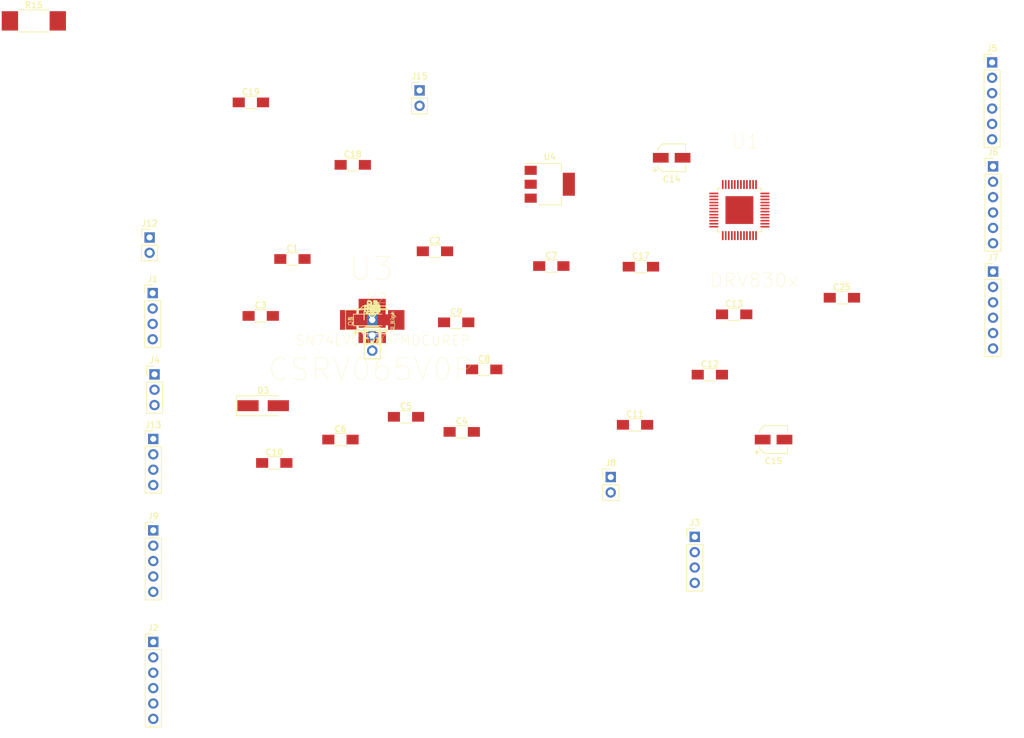
<source format=kicad_pcb>
(kicad_pcb (version 4) (host pcbnew 4.0.6)

  (general
    (links 193)
    (no_connects 144)
    (area 0 0 0 0)
    (thickness 1.6)
    (drawings 0)
    (tracks 0)
    (zones 0)
    (modules 74)
    (nets 59)
  )

  (page A4)
  (layers
    (0 F.Cu signal)
    (31 B.Cu signal)
    (32 B.Adhes user)
    (33 F.Adhes user)
    (34 B.Paste user)
    (35 F.Paste user)
    (36 B.SilkS user)
    (37 F.SilkS user)
    (38 B.Mask user)
    (39 F.Mask user)
    (40 Dwgs.User user)
    (41 Cmts.User user)
    (42 Eco1.User user)
    (43 Eco2.User user)
    (44 Edge.Cuts user)
    (45 Margin user)
    (46 B.CrtYd user)
    (47 F.CrtYd user)
    (48 B.Fab user)
    (49 F.Fab user)
  )

  (setup
    (last_trace_width 0.25)
    (trace_clearance 0.2)
    (zone_clearance 0.508)
    (zone_45_only no)
    (trace_min 0.2)
    (segment_width 0.2)
    (edge_width 0.15)
    (via_size 0.6)
    (via_drill 0.4)
    (via_min_size 0.4)
    (via_min_drill 0.3)
    (uvia_size 0.3)
    (uvia_drill 0.1)
    (uvias_allowed no)
    (uvia_min_size 0.2)
    (uvia_min_drill 0.1)
    (pcb_text_width 0.3)
    (pcb_text_size 1.5 1.5)
    (mod_edge_width 0.15)
    (mod_text_size 1 1)
    (mod_text_width 0.15)
    (pad_size 1.524 1.524)
    (pad_drill 0.762)
    (pad_to_mask_clearance 0.2)
    (aux_axis_origin 0 0)
    (visible_elements 7FFFF7FF)
    (pcbplotparams
      (layerselection 0x00030_80000001)
      (usegerberextensions false)
      (excludeedgelayer true)
      (linewidth 0.100000)
      (plotframeref false)
      (viasonmask false)
      (mode 1)
      (useauxorigin false)
      (hpglpennumber 1)
      (hpglpenspeed 20)
      (hpglpendiameter 15)
      (hpglpenoverlay 2)
      (psnegative false)
      (psa4output false)
      (plotreference true)
      (plotvalue true)
      (plotinvisibletext false)
      (padsonsilk false)
      (subtractmaskfromsilk false)
      (outputformat 1)
      (mirror false)
      (drillshape 1)
      (scaleselection 1)
      (outputdirectory ""))
  )

  (net 0 "")
  (net 1 "Net-(C1-Pad1)")
  (net 2 "Net-(C1-Pad2)")
  (net 3 "Net-(C2-Pad1)")
  (net 4 GL_A)
  (net 5 "Net-(C3-Pad1)")
  (net 6 "Net-(C3-Pad2)")
  (net 7 "Net-(C4-Pad1)")
  (net 8 VPP)
  (net 9 "Net-(C5-Pad2)")
  (net 10 "Net-(C6-Pad1)")
  (net 11 "Net-(C7-Pad1)")
  (net 12 PVDD_Sense)
  (net 13 "Net-(C19-Pad1)")
  (net 14 "Net-(C20-Pad1)")
  (net 15 "Net-(C21-Pad1)")
  (net 16 VCC)
  (net 17 "Net-(D2-Pad1)")
  (net 18 "Net-(D3-Pad2)")
  (net 19 "Net-(J1-Pad1)")
  (net 20 "Net-(J1-Pad2)")
  (net 21 "Net-(J1-Pad3)")
  (net 22 "Net-(J1-Pad4)")
  (net 23 "Net-(J2-Pad1)")
  (net 24 "Net-(J2-Pad2)")
  (net 25 "Net-(J2-Pad3)")
  (net 26 "Net-(J2-Pad4)")
  (net 27 "Net-(J2-Pad5)")
  (net 28 "Net-(J2-Pad6)")
  (net 29 "Net-(J3-Pad1)")
  (net 30 "Net-(J3-Pad2)")
  (net 31 "Net-(J3-Pad3)")
  (net 32 "Net-(J3-Pad4)")
  (net 33 "Net-(J4-Pad1)")
  (net 34 "Net-(J4-Pad2)")
  (net 35 "Net-(J4-Pad3)")
  (net 36 GH_A)
  (net 37 MOTOR_U)
  (net 38 SL_A)
  (net 39 SP1)
  (net 40 GH_B)
  (net 41 MOTOR_V)
  (net 42 SL_B)
  (net 43 SP2)
  (net 44 GH_C)
  (net 45 MOTOR_W)
  (net 46 SL_C)
  (net 47 SP3)
  (net 48 "Net-(J9-Pad2)")
  (net 49 "Net-(J9-Pad3)")
  (net 50 "Net-(J9-Pad4)")
  (net 51 "Net-(J9-Pad5)")
  (net 52 "Net-(J10-Pad1)")
  (net 53 Vsen_A)
  (net 54 Vsen_B)
  (net 55 Vsen_C)
  (net 56 "Net-(R1-Pad2)")
  (net 57 "Net-(R13-Pad2)")
  (net 58 GND)

  (net_class Default "This is the default net class."
    (clearance 0.2)
    (trace_width 0.25)
    (via_dia 0.6)
    (via_drill 0.4)
    (uvia_dia 0.3)
    (uvia_drill 0.1)
    (add_net GH_A)
    (add_net GH_B)
    (add_net GH_C)
    (add_net GL_A)
    (add_net GND)
    (add_net MOTOR_U)
    (add_net MOTOR_V)
    (add_net MOTOR_W)
    (add_net "Net-(C1-Pad1)")
    (add_net "Net-(C1-Pad2)")
    (add_net "Net-(C19-Pad1)")
    (add_net "Net-(C2-Pad1)")
    (add_net "Net-(C20-Pad1)")
    (add_net "Net-(C21-Pad1)")
    (add_net "Net-(C3-Pad1)")
    (add_net "Net-(C3-Pad2)")
    (add_net "Net-(C4-Pad1)")
    (add_net "Net-(C5-Pad2)")
    (add_net "Net-(C6-Pad1)")
    (add_net "Net-(C7-Pad1)")
    (add_net "Net-(D2-Pad1)")
    (add_net "Net-(D3-Pad2)")
    (add_net "Net-(J1-Pad1)")
    (add_net "Net-(J1-Pad2)")
    (add_net "Net-(J1-Pad3)")
    (add_net "Net-(J1-Pad4)")
    (add_net "Net-(J10-Pad1)")
    (add_net "Net-(J2-Pad1)")
    (add_net "Net-(J2-Pad2)")
    (add_net "Net-(J2-Pad3)")
    (add_net "Net-(J2-Pad4)")
    (add_net "Net-(J2-Pad5)")
    (add_net "Net-(J2-Pad6)")
    (add_net "Net-(J3-Pad1)")
    (add_net "Net-(J3-Pad2)")
    (add_net "Net-(J3-Pad3)")
    (add_net "Net-(J3-Pad4)")
    (add_net "Net-(J4-Pad1)")
    (add_net "Net-(J4-Pad2)")
    (add_net "Net-(J4-Pad3)")
    (add_net "Net-(J9-Pad2)")
    (add_net "Net-(J9-Pad3)")
    (add_net "Net-(J9-Pad4)")
    (add_net "Net-(J9-Pad5)")
    (add_net "Net-(R1-Pad2)")
    (add_net "Net-(R13-Pad2)")
    (add_net PVDD_Sense)
    (add_net SL_A)
    (add_net SL_B)
    (add_net SL_C)
    (add_net SP1)
    (add_net SP2)
    (add_net SP3)
    (add_net VCC)
    (add_net VPP)
    (add_net Vsen_A)
    (add_net Vsen_B)
    (add_net Vsen_C)
  )

  (module Capacitors_SMD:C_1206_HandSoldering (layer F.Cu) (tedit 58AA84D1) (tstamp 5A947DD5)
    (at 135.3312 94.9452)
    (descr "Capacitor SMD 1206, hand soldering")
    (tags "capacitor 1206")
    (path /5A905FE3/5A906930)
    (attr smd)
    (fp_text reference C1 (at 0 -1.75) (layer F.SilkS)
      (effects (font (size 1 1) (thickness 0.15)))
    )
    (fp_text value 0.047uF (at 0 2) (layer F.Fab)
      (effects (font (size 1 1) (thickness 0.15)))
    )
    (fp_text user %R (at 0 -1.75) (layer F.Fab)
      (effects (font (size 1 1) (thickness 0.15)))
    )
    (fp_line (start -1.6 0.8) (end -1.6 -0.8) (layer F.Fab) (width 0.1))
    (fp_line (start 1.6 0.8) (end -1.6 0.8) (layer F.Fab) (width 0.1))
    (fp_line (start 1.6 -0.8) (end 1.6 0.8) (layer F.Fab) (width 0.1))
    (fp_line (start -1.6 -0.8) (end 1.6 -0.8) (layer F.Fab) (width 0.1))
    (fp_line (start 1 -1.02) (end -1 -1.02) (layer F.SilkS) (width 0.12))
    (fp_line (start -1 1.02) (end 1 1.02) (layer F.SilkS) (width 0.12))
    (fp_line (start -3.25 -1.05) (end 3.25 -1.05) (layer F.CrtYd) (width 0.05))
    (fp_line (start -3.25 -1.05) (end -3.25 1.05) (layer F.CrtYd) (width 0.05))
    (fp_line (start 3.25 1.05) (end 3.25 -1.05) (layer F.CrtYd) (width 0.05))
    (fp_line (start 3.25 1.05) (end -3.25 1.05) (layer F.CrtYd) (width 0.05))
    (pad 1 smd rect (at -2 0) (size 2 1.6) (layers F.Cu F.Paste F.Mask)
      (net 1 "Net-(C1-Pad1)"))
    (pad 2 smd rect (at 2 0) (size 2 1.6) (layers F.Cu F.Paste F.Mask)
      (net 2 "Net-(C1-Pad2)"))
    (model Capacitors_SMD.3dshapes/C_1206.wrl
      (at (xyz 0 0 0))
      (scale (xyz 1 1 1))
      (rotate (xyz 0 0 0))
    )
  )

  (module Capacitors_SMD:C_1206_HandSoldering (layer F.Cu) (tedit 58AA84D1) (tstamp 5A947DDB)
    (at 158.8516 93.6752)
    (descr "Capacitor SMD 1206, hand soldering")
    (tags "capacitor 1206")
    (path /5A905FE3/5A906BB3)
    (attr smd)
    (fp_text reference C2 (at 0 -1.75) (layer F.SilkS)
      (effects (font (size 1 1) (thickness 0.15)))
    )
    (fp_text value 1uF (at 0 2) (layer F.Fab)
      (effects (font (size 1 1) (thickness 0.15)))
    )
    (fp_text user %R (at 0 -1.75) (layer F.Fab)
      (effects (font (size 1 1) (thickness 0.15)))
    )
    (fp_line (start -1.6 0.8) (end -1.6 -0.8) (layer F.Fab) (width 0.1))
    (fp_line (start 1.6 0.8) (end -1.6 0.8) (layer F.Fab) (width 0.1))
    (fp_line (start 1.6 -0.8) (end 1.6 0.8) (layer F.Fab) (width 0.1))
    (fp_line (start -1.6 -0.8) (end 1.6 -0.8) (layer F.Fab) (width 0.1))
    (fp_line (start 1 -1.02) (end -1 -1.02) (layer F.SilkS) (width 0.12))
    (fp_line (start -1 1.02) (end 1 1.02) (layer F.SilkS) (width 0.12))
    (fp_line (start -3.25 -1.05) (end 3.25 -1.05) (layer F.CrtYd) (width 0.05))
    (fp_line (start -3.25 -1.05) (end -3.25 1.05) (layer F.CrtYd) (width 0.05))
    (fp_line (start 3.25 1.05) (end 3.25 -1.05) (layer F.CrtYd) (width 0.05))
    (fp_line (start 3.25 1.05) (end -3.25 1.05) (layer F.CrtYd) (width 0.05))
    (pad 1 smd rect (at -2 0) (size 2 1.6) (layers F.Cu F.Paste F.Mask)
      (net 3 "Net-(C2-Pad1)"))
    (pad 2 smd rect (at 2 0) (size 2 1.6) (layers F.Cu F.Paste F.Mask)
      (net 58 GND))
    (model Capacitors_SMD.3dshapes/C_1206.wrl
      (at (xyz 0 0 0))
      (scale (xyz 1 1 1))
      (rotate (xyz 0 0 0))
    )
  )

  (module Capacitors_SMD:C_1206_HandSoldering (layer F.Cu) (tedit 58AA84D1) (tstamp 5A947DE1)
    (at 130.0988 104.3432)
    (descr "Capacitor SMD 1206, hand soldering")
    (tags "capacitor 1206")
    (path /5A905FE3/5A9068F4)
    (attr smd)
    (fp_text reference C3 (at 0 -1.75) (layer F.SilkS)
      (effects (font (size 1 1) (thickness 0.15)))
    )
    (fp_text value 0.047uF (at 0 2) (layer F.Fab)
      (effects (font (size 1 1) (thickness 0.15)))
    )
    (fp_text user %R (at 0 -1.75) (layer F.Fab)
      (effects (font (size 1 1) (thickness 0.15)))
    )
    (fp_line (start -1.6 0.8) (end -1.6 -0.8) (layer F.Fab) (width 0.1))
    (fp_line (start 1.6 0.8) (end -1.6 0.8) (layer F.Fab) (width 0.1))
    (fp_line (start 1.6 -0.8) (end 1.6 0.8) (layer F.Fab) (width 0.1))
    (fp_line (start -1.6 -0.8) (end 1.6 -0.8) (layer F.Fab) (width 0.1))
    (fp_line (start 1 -1.02) (end -1 -1.02) (layer F.SilkS) (width 0.12))
    (fp_line (start -1 1.02) (end 1 1.02) (layer F.SilkS) (width 0.12))
    (fp_line (start -3.25 -1.05) (end 3.25 -1.05) (layer F.CrtYd) (width 0.05))
    (fp_line (start -3.25 -1.05) (end -3.25 1.05) (layer F.CrtYd) (width 0.05))
    (fp_line (start 3.25 1.05) (end 3.25 -1.05) (layer F.CrtYd) (width 0.05))
    (fp_line (start 3.25 1.05) (end -3.25 1.05) (layer F.CrtYd) (width 0.05))
    (pad 1 smd rect (at -2 0) (size 2 1.6) (layers F.Cu F.Paste F.Mask)
      (net 5 "Net-(C3-Pad1)"))
    (pad 2 smd rect (at 2 0) (size 2 1.6) (layers F.Cu F.Paste F.Mask)
      (net 6 "Net-(C3-Pad2)"))
    (model Capacitors_SMD.3dshapes/C_1206.wrl
      (at (xyz 0 0 0))
      (scale (xyz 1 1 1))
      (rotate (xyz 0 0 0))
    )
  )

  (module Capacitors_SMD:C_1206_HandSoldering (layer F.Cu) (tedit 58AA84D1) (tstamp 5A947DE7)
    (at 163.2712 123.4948)
    (descr "Capacitor SMD 1206, hand soldering")
    (tags "capacitor 1206")
    (path /5A905FE3/5A90676A)
    (attr smd)
    (fp_text reference C4 (at 0 -1.75) (layer F.SilkS)
      (effects (font (size 1 1) (thickness 0.15)))
    )
    (fp_text value 1uF (at 0 2) (layer F.Fab)
      (effects (font (size 1 1) (thickness 0.15)))
    )
    (fp_text user %R (at 0 -1.75) (layer F.Fab)
      (effects (font (size 1 1) (thickness 0.15)))
    )
    (fp_line (start -1.6 0.8) (end -1.6 -0.8) (layer F.Fab) (width 0.1))
    (fp_line (start 1.6 0.8) (end -1.6 0.8) (layer F.Fab) (width 0.1))
    (fp_line (start 1.6 -0.8) (end 1.6 0.8) (layer F.Fab) (width 0.1))
    (fp_line (start -1.6 -0.8) (end 1.6 -0.8) (layer F.Fab) (width 0.1))
    (fp_line (start 1 -1.02) (end -1 -1.02) (layer F.SilkS) (width 0.12))
    (fp_line (start -1 1.02) (end 1 1.02) (layer F.SilkS) (width 0.12))
    (fp_line (start -3.25 -1.05) (end 3.25 -1.05) (layer F.CrtYd) (width 0.05))
    (fp_line (start -3.25 -1.05) (end -3.25 1.05) (layer F.CrtYd) (width 0.05))
    (fp_line (start 3.25 1.05) (end 3.25 -1.05) (layer F.CrtYd) (width 0.05))
    (fp_line (start 3.25 1.05) (end -3.25 1.05) (layer F.CrtYd) (width 0.05))
    (pad 1 smd rect (at -2 0) (size 2 1.6) (layers F.Cu F.Paste F.Mask)
      (net 7 "Net-(C4-Pad1)"))
    (pad 2 smd rect (at 2 0) (size 2 1.6) (layers F.Cu F.Paste F.Mask)
      (net 58 GND))
    (model Capacitors_SMD.3dshapes/C_1206.wrl
      (at (xyz 0 0 0))
      (scale (xyz 1 1 1))
      (rotate (xyz 0 0 0))
    )
  )

  (module Capacitors_SMD:C_1206_HandSoldering (layer F.Cu) (tedit 58AA84D1) (tstamp 5A947DED)
    (at 154.0764 121.0056)
    (descr "Capacitor SMD 1206, hand soldering")
    (tags "capacitor 1206")
    (path /5A905FE3/5A906C95)
    (attr smd)
    (fp_text reference C5 (at 0 -1.75) (layer F.SilkS)
      (effects (font (size 1 1) (thickness 0.15)))
    )
    (fp_text value 2.2uF (at 0 2) (layer F.Fab)
      (effects (font (size 1 1) (thickness 0.15)))
    )
    (fp_text user %R (at 0 -1.75) (layer F.Fab)
      (effects (font (size 1 1) (thickness 0.15)))
    )
    (fp_line (start -1.6 0.8) (end -1.6 -0.8) (layer F.Fab) (width 0.1))
    (fp_line (start 1.6 0.8) (end -1.6 0.8) (layer F.Fab) (width 0.1))
    (fp_line (start 1.6 -0.8) (end 1.6 0.8) (layer F.Fab) (width 0.1))
    (fp_line (start -1.6 -0.8) (end 1.6 -0.8) (layer F.Fab) (width 0.1))
    (fp_line (start 1 -1.02) (end -1 -1.02) (layer F.SilkS) (width 0.12))
    (fp_line (start -1 1.02) (end 1 1.02) (layer F.SilkS) (width 0.12))
    (fp_line (start -3.25 -1.05) (end 3.25 -1.05) (layer F.CrtYd) (width 0.05))
    (fp_line (start -3.25 -1.05) (end -3.25 1.05) (layer F.CrtYd) (width 0.05))
    (fp_line (start 3.25 1.05) (end 3.25 -1.05) (layer F.CrtYd) (width 0.05))
    (fp_line (start 3.25 1.05) (end -3.25 1.05) (layer F.CrtYd) (width 0.05))
    (pad 1 smd rect (at -2 0) (size 2 1.6) (layers F.Cu F.Paste F.Mask)
      (net 8 VPP))
    (pad 2 smd rect (at 2 0) (size 2 1.6) (layers F.Cu F.Paste F.Mask)
      (net 9 "Net-(C5-Pad2)"))
    (model Capacitors_SMD.3dshapes/C_1206.wrl
      (at (xyz 0 0 0))
      (scale (xyz 1 1 1))
      (rotate (xyz 0 0 0))
    )
  )

  (module Capacitors_SMD:C_1206_HandSoldering (layer F.Cu) (tedit 58AA84D1) (tstamp 5A947DF3)
    (at 143.256 124.7648)
    (descr "Capacitor SMD 1206, hand soldering")
    (tags "capacitor 1206")
    (path /5A905FE3/5A9066D8)
    (attr smd)
    (fp_text reference C6 (at 0 -1.75) (layer F.SilkS)
      (effects (font (size 1 1) (thickness 0.15)))
    )
    (fp_text value 1uF (at 0 2) (layer F.Fab)
      (effects (font (size 1 1) (thickness 0.15)))
    )
    (fp_text user %R (at 0 -1.75) (layer F.Fab)
      (effects (font (size 1 1) (thickness 0.15)))
    )
    (fp_line (start -1.6 0.8) (end -1.6 -0.8) (layer F.Fab) (width 0.1))
    (fp_line (start 1.6 0.8) (end -1.6 0.8) (layer F.Fab) (width 0.1))
    (fp_line (start 1.6 -0.8) (end 1.6 0.8) (layer F.Fab) (width 0.1))
    (fp_line (start -1.6 -0.8) (end 1.6 -0.8) (layer F.Fab) (width 0.1))
    (fp_line (start 1 -1.02) (end -1 -1.02) (layer F.SilkS) (width 0.12))
    (fp_line (start -1 1.02) (end 1 1.02) (layer F.SilkS) (width 0.12))
    (fp_line (start -3.25 -1.05) (end 3.25 -1.05) (layer F.CrtYd) (width 0.05))
    (fp_line (start -3.25 -1.05) (end -3.25 1.05) (layer F.CrtYd) (width 0.05))
    (fp_line (start 3.25 1.05) (end 3.25 -1.05) (layer F.CrtYd) (width 0.05))
    (fp_line (start 3.25 1.05) (end -3.25 1.05) (layer F.CrtYd) (width 0.05))
    (pad 1 smd rect (at -2 0) (size 2 1.6) (layers F.Cu F.Paste F.Mask)
      (net 10 "Net-(C6-Pad1)"))
    (pad 2 smd rect (at 2 0) (size 2 1.6) (layers F.Cu F.Paste F.Mask)
      (net 58 GND))
    (model Capacitors_SMD.3dshapes/C_1206.wrl
      (at (xyz 0 0 0))
      (scale (xyz 1 1 1))
      (rotate (xyz 0 0 0))
    )
  )

  (module Capacitors_SMD:C_1206_HandSoldering (layer F.Cu) (tedit 58AA84D1) (tstamp 5A947DF9)
    (at 178.054 96.1136)
    (descr "Capacitor SMD 1206, hand soldering")
    (tags "capacitor 1206")
    (path /5A905FE3/5A906633)
    (attr smd)
    (fp_text reference C7 (at 0 -1.75) (layer F.SilkS)
      (effects (font (size 1 1) (thickness 0.15)))
    )
    (fp_text value 1uF (at 0 2) (layer F.Fab)
      (effects (font (size 1 1) (thickness 0.15)))
    )
    (fp_text user %R (at 0 -1.75) (layer F.Fab)
      (effects (font (size 1 1) (thickness 0.15)))
    )
    (fp_line (start -1.6 0.8) (end -1.6 -0.8) (layer F.Fab) (width 0.1))
    (fp_line (start 1.6 0.8) (end -1.6 0.8) (layer F.Fab) (width 0.1))
    (fp_line (start 1.6 -0.8) (end 1.6 0.8) (layer F.Fab) (width 0.1))
    (fp_line (start -1.6 -0.8) (end 1.6 -0.8) (layer F.Fab) (width 0.1))
    (fp_line (start 1 -1.02) (end -1 -1.02) (layer F.SilkS) (width 0.12))
    (fp_line (start -1 1.02) (end 1 1.02) (layer F.SilkS) (width 0.12))
    (fp_line (start -3.25 -1.05) (end 3.25 -1.05) (layer F.CrtYd) (width 0.05))
    (fp_line (start -3.25 -1.05) (end -3.25 1.05) (layer F.CrtYd) (width 0.05))
    (fp_line (start 3.25 1.05) (end 3.25 -1.05) (layer F.CrtYd) (width 0.05))
    (fp_line (start 3.25 1.05) (end -3.25 1.05) (layer F.CrtYd) (width 0.05))
    (pad 1 smd rect (at -2 0) (size 2 1.6) (layers F.Cu F.Paste F.Mask)
      (net 11 "Net-(C7-Pad1)"))
    (pad 2 smd rect (at 2 0) (size 2 1.6) (layers F.Cu F.Paste F.Mask)
      (net 58 GND))
    (model Capacitors_SMD.3dshapes/C_1206.wrl
      (at (xyz 0 0 0))
      (scale (xyz 1 1 1))
      (rotate (xyz 0 0 0))
    )
  )

  (module Capacitors_SMD:C_1206_HandSoldering (layer F.Cu) (tedit 58AA84D1) (tstamp 5A947DFF)
    (at 166.9796 113.1824)
    (descr "Capacitor SMD 1206, hand soldering")
    (tags "capacitor 1206")
    (path /5A905FE6/5A906F5A)
    (attr smd)
    (fp_text reference C8 (at 0 -1.75) (layer F.SilkS)
      (effects (font (size 1 1) (thickness 0.15)))
    )
    (fp_text value 1000pF (at 0 2) (layer F.Fab)
      (effects (font (size 1 1) (thickness 0.15)))
    )
    (fp_text user %R (at 0 -1.75) (layer F.Fab)
      (effects (font (size 1 1) (thickness 0.15)))
    )
    (fp_line (start -1.6 0.8) (end -1.6 -0.8) (layer F.Fab) (width 0.1))
    (fp_line (start 1.6 0.8) (end -1.6 0.8) (layer F.Fab) (width 0.1))
    (fp_line (start 1.6 -0.8) (end 1.6 0.8) (layer F.Fab) (width 0.1))
    (fp_line (start -1.6 -0.8) (end 1.6 -0.8) (layer F.Fab) (width 0.1))
    (fp_line (start 1 -1.02) (end -1 -1.02) (layer F.SilkS) (width 0.12))
    (fp_line (start -1 1.02) (end 1 1.02) (layer F.SilkS) (width 0.12))
    (fp_line (start -3.25 -1.05) (end 3.25 -1.05) (layer F.CrtYd) (width 0.05))
    (fp_line (start -3.25 -1.05) (end -3.25 1.05) (layer F.CrtYd) (width 0.05))
    (fp_line (start 3.25 1.05) (end 3.25 -1.05) (layer F.CrtYd) (width 0.05))
    (fp_line (start 3.25 1.05) (end -3.25 1.05) (layer F.CrtYd) (width 0.05))
    (pad 1 smd rect (at -2 0) (size 2 1.6) (layers F.Cu F.Paste F.Mask)
      (net 4 GL_A))
    (pad 2 smd rect (at 2 0) (size 2 1.6) (layers F.Cu F.Paste F.Mask)
      (net 4 GL_A))
    (model Capacitors_SMD.3dshapes/C_1206.wrl
      (at (xyz 0 0 0))
      (scale (xyz 1 1 1))
      (rotate (xyz 0 0 0))
    )
  )

  (module Capacitors_SMD:C_1206_HandSoldering (layer F.Cu) (tedit 58AA84D1) (tstamp 5A947E05)
    (at 162.3568 105.41)
    (descr "Capacitor SMD 1206, hand soldering")
    (tags "capacitor 1206")
    (path /5A905FE6/5A907213)
    (attr smd)
    (fp_text reference C9 (at 0 -1.75) (layer F.SilkS)
      (effects (font (size 1 1) (thickness 0.15)))
    )
    (fp_text value 1uF (at 0 2) (layer F.Fab)
      (effects (font (size 1 1) (thickness 0.15)))
    )
    (fp_text user %R (at 0 -1.75) (layer F.Fab)
      (effects (font (size 1 1) (thickness 0.15)))
    )
    (fp_line (start -1.6 0.8) (end -1.6 -0.8) (layer F.Fab) (width 0.1))
    (fp_line (start 1.6 0.8) (end -1.6 0.8) (layer F.Fab) (width 0.1))
    (fp_line (start 1.6 -0.8) (end 1.6 0.8) (layer F.Fab) (width 0.1))
    (fp_line (start -1.6 -0.8) (end 1.6 -0.8) (layer F.Fab) (width 0.1))
    (fp_line (start 1 -1.02) (end -1 -1.02) (layer F.SilkS) (width 0.12))
    (fp_line (start -1 1.02) (end 1 1.02) (layer F.SilkS) (width 0.12))
    (fp_line (start -3.25 -1.05) (end 3.25 -1.05) (layer F.CrtYd) (width 0.05))
    (fp_line (start -3.25 -1.05) (end -3.25 1.05) (layer F.CrtYd) (width 0.05))
    (fp_line (start 3.25 1.05) (end 3.25 -1.05) (layer F.CrtYd) (width 0.05))
    (fp_line (start 3.25 1.05) (end -3.25 1.05) (layer F.CrtYd) (width 0.05))
    (pad 1 smd rect (at -2 0) (size 2 1.6) (layers F.Cu F.Paste F.Mask)
      (net 8 VPP))
    (pad 2 smd rect (at 2 0) (size 2 1.6) (layers F.Cu F.Paste F.Mask)
      (net 58 GND))
    (model Capacitors_SMD.3dshapes/C_1206.wrl
      (at (xyz 0 0 0))
      (scale (xyz 1 1 1))
      (rotate (xyz 0 0 0))
    )
  )

  (module Capacitors_SMD:C_1206_HandSoldering (layer F.Cu) (tedit 58AA84D1) (tstamp 5A947E0B)
    (at 132.334 128.6256)
    (descr "Capacitor SMD 1206, hand soldering")
    (tags "capacitor 1206")
    (path /5A905FE6/5A907452)
    (attr smd)
    (fp_text reference C10 (at 0 -1.75) (layer F.SilkS)
      (effects (font (size 1 1) (thickness 0.15)))
    )
    (fp_text value 1000pF (at 0 2) (layer F.Fab)
      (effects (font (size 1 1) (thickness 0.15)))
    )
    (fp_text user %R (at 0 -1.75) (layer F.Fab)
      (effects (font (size 1 1) (thickness 0.15)))
    )
    (fp_line (start -1.6 0.8) (end -1.6 -0.8) (layer F.Fab) (width 0.1))
    (fp_line (start 1.6 0.8) (end -1.6 0.8) (layer F.Fab) (width 0.1))
    (fp_line (start 1.6 -0.8) (end 1.6 0.8) (layer F.Fab) (width 0.1))
    (fp_line (start -1.6 -0.8) (end 1.6 -0.8) (layer F.Fab) (width 0.1))
    (fp_line (start 1 -1.02) (end -1 -1.02) (layer F.SilkS) (width 0.12))
    (fp_line (start -1 1.02) (end 1 1.02) (layer F.SilkS) (width 0.12))
    (fp_line (start -3.25 -1.05) (end 3.25 -1.05) (layer F.CrtYd) (width 0.05))
    (fp_line (start -3.25 -1.05) (end -3.25 1.05) (layer F.CrtYd) (width 0.05))
    (fp_line (start 3.25 1.05) (end 3.25 -1.05) (layer F.CrtYd) (width 0.05))
    (fp_line (start 3.25 1.05) (end -3.25 1.05) (layer F.CrtYd) (width 0.05))
    (pad 1 smd rect (at -2 0) (size 2 1.6) (layers F.Cu F.Paste F.Mask)
      (net 4 GL_A))
    (pad 2 smd rect (at 2 0) (size 2 1.6) (layers F.Cu F.Paste F.Mask)
      (net 4 GL_A))
    (model Capacitors_SMD.3dshapes/C_1206.wrl
      (at (xyz 0 0 0))
      (scale (xyz 1 1 1))
      (rotate (xyz 0 0 0))
    )
  )

  (module Capacitors_SMD:C_1206_HandSoldering (layer F.Cu) (tedit 58AA84D1) (tstamp 5A947E11)
    (at 191.8716 122.3264)
    (descr "Capacitor SMD 1206, hand soldering")
    (tags "capacitor 1206")
    (path /5A905FE6/5A90745C)
    (attr smd)
    (fp_text reference C11 (at 0 -1.75) (layer F.SilkS)
      (effects (font (size 1 1) (thickness 0.15)))
    )
    (fp_text value 1uF (at 0 2) (layer F.Fab)
      (effects (font (size 1 1) (thickness 0.15)))
    )
    (fp_text user %R (at 0 -1.75) (layer F.Fab)
      (effects (font (size 1 1) (thickness 0.15)))
    )
    (fp_line (start -1.6 0.8) (end -1.6 -0.8) (layer F.Fab) (width 0.1))
    (fp_line (start 1.6 0.8) (end -1.6 0.8) (layer F.Fab) (width 0.1))
    (fp_line (start 1.6 -0.8) (end 1.6 0.8) (layer F.Fab) (width 0.1))
    (fp_line (start -1.6 -0.8) (end 1.6 -0.8) (layer F.Fab) (width 0.1))
    (fp_line (start 1 -1.02) (end -1 -1.02) (layer F.SilkS) (width 0.12))
    (fp_line (start -1 1.02) (end 1 1.02) (layer F.SilkS) (width 0.12))
    (fp_line (start -3.25 -1.05) (end 3.25 -1.05) (layer F.CrtYd) (width 0.05))
    (fp_line (start -3.25 -1.05) (end -3.25 1.05) (layer F.CrtYd) (width 0.05))
    (fp_line (start 3.25 1.05) (end 3.25 -1.05) (layer F.CrtYd) (width 0.05))
    (fp_line (start 3.25 1.05) (end -3.25 1.05) (layer F.CrtYd) (width 0.05))
    (pad 1 smd rect (at -2 0) (size 2 1.6) (layers F.Cu F.Paste F.Mask)
      (net 8 VPP))
    (pad 2 smd rect (at 2 0) (size 2 1.6) (layers F.Cu F.Paste F.Mask)
      (net 58 GND))
    (model Capacitors_SMD.3dshapes/C_1206.wrl
      (at (xyz 0 0 0))
      (scale (xyz 1 1 1))
      (rotate (xyz 0 0 0))
    )
  )

  (module Capacitors_SMD:C_1206_HandSoldering (layer F.Cu) (tedit 58AA84D1) (tstamp 5A947E17)
    (at 204.216 114.046)
    (descr "Capacitor SMD 1206, hand soldering")
    (tags "capacitor 1206")
    (path /5A905FE6/5A90752A)
    (attr smd)
    (fp_text reference C12 (at 0 -1.75) (layer F.SilkS)
      (effects (font (size 1 1) (thickness 0.15)))
    )
    (fp_text value 1000pF (at 0 2) (layer F.Fab)
      (effects (font (size 1 1) (thickness 0.15)))
    )
    (fp_text user %R (at 0 -1.75) (layer F.Fab)
      (effects (font (size 1 1) (thickness 0.15)))
    )
    (fp_line (start -1.6 0.8) (end -1.6 -0.8) (layer F.Fab) (width 0.1))
    (fp_line (start 1.6 0.8) (end -1.6 0.8) (layer F.Fab) (width 0.1))
    (fp_line (start 1.6 -0.8) (end 1.6 0.8) (layer F.Fab) (width 0.1))
    (fp_line (start -1.6 -0.8) (end 1.6 -0.8) (layer F.Fab) (width 0.1))
    (fp_line (start 1 -1.02) (end -1 -1.02) (layer F.SilkS) (width 0.12))
    (fp_line (start -1 1.02) (end 1 1.02) (layer F.SilkS) (width 0.12))
    (fp_line (start -3.25 -1.05) (end 3.25 -1.05) (layer F.CrtYd) (width 0.05))
    (fp_line (start -3.25 -1.05) (end -3.25 1.05) (layer F.CrtYd) (width 0.05))
    (fp_line (start 3.25 1.05) (end 3.25 -1.05) (layer F.CrtYd) (width 0.05))
    (fp_line (start 3.25 1.05) (end -3.25 1.05) (layer F.CrtYd) (width 0.05))
    (pad 1 smd rect (at -2 0) (size 2 1.6) (layers F.Cu F.Paste F.Mask)
      (net 4 GL_A))
    (pad 2 smd rect (at 2 0) (size 2 1.6) (layers F.Cu F.Paste F.Mask)
      (net 4 GL_A))
    (model Capacitors_SMD.3dshapes/C_1206.wrl
      (at (xyz 0 0 0))
      (scale (xyz 1 1 1))
      (rotate (xyz 0 0 0))
    )
  )

  (module Capacitors_SMD:C_1206_HandSoldering (layer F.Cu) (tedit 58AA84D1) (tstamp 5A947E1D)
    (at 208.2292 104.0892)
    (descr "Capacitor SMD 1206, hand soldering")
    (tags "capacitor 1206")
    (path /5A905FE6/5A907534)
    (attr smd)
    (fp_text reference C13 (at 0 -1.75) (layer F.SilkS)
      (effects (font (size 1 1) (thickness 0.15)))
    )
    (fp_text value 1uF (at 0 2) (layer F.Fab)
      (effects (font (size 1 1) (thickness 0.15)))
    )
    (fp_text user %R (at 0 -1.75) (layer F.Fab)
      (effects (font (size 1 1) (thickness 0.15)))
    )
    (fp_line (start -1.6 0.8) (end -1.6 -0.8) (layer F.Fab) (width 0.1))
    (fp_line (start 1.6 0.8) (end -1.6 0.8) (layer F.Fab) (width 0.1))
    (fp_line (start 1.6 -0.8) (end 1.6 0.8) (layer F.Fab) (width 0.1))
    (fp_line (start -1.6 -0.8) (end 1.6 -0.8) (layer F.Fab) (width 0.1))
    (fp_line (start 1 -1.02) (end -1 -1.02) (layer F.SilkS) (width 0.12))
    (fp_line (start -1 1.02) (end 1 1.02) (layer F.SilkS) (width 0.12))
    (fp_line (start -3.25 -1.05) (end 3.25 -1.05) (layer F.CrtYd) (width 0.05))
    (fp_line (start -3.25 -1.05) (end -3.25 1.05) (layer F.CrtYd) (width 0.05))
    (fp_line (start 3.25 1.05) (end 3.25 -1.05) (layer F.CrtYd) (width 0.05))
    (fp_line (start 3.25 1.05) (end -3.25 1.05) (layer F.CrtYd) (width 0.05))
    (pad 1 smd rect (at -2 0) (size 2 1.6) (layers F.Cu F.Paste F.Mask)
      (net 8 VPP))
    (pad 2 smd rect (at 2 0) (size 2 1.6) (layers F.Cu F.Paste F.Mask)
      (net 58 GND))
    (model Capacitors_SMD.3dshapes/C_1206.wrl
      (at (xyz 0 0 0))
      (scale (xyz 1 1 1))
      (rotate (xyz 0 0 0))
    )
  )

  (module Capacitors_SMD:CP_Elec_4x5.3 (layer F.Cu) (tedit 58AA85FB) (tstamp 5A947E23)
    (at 197.9168 78.232)
    (descr "SMT capacitor, aluminium electrolytic, 4x5.3")
    (path /5A905FE6/5A908547)
    (attr smd)
    (fp_text reference C14 (at 0 3.54) (layer F.SilkS)
      (effects (font (size 1 1) (thickness 0.15)))
    )
    (fp_text value 470uF (at 0 -3.54) (layer F.Fab)
      (effects (font (size 1 1) (thickness 0.15)))
    )
    (fp_circle (center 0 0) (end 0 2.1) (layer F.Fab) (width 0.1))
    (fp_text user + (at -1.21 -0.08) (layer F.Fab)
      (effects (font (size 1 1) (thickness 0.15)))
    )
    (fp_text user + (at -2.77 2.01) (layer F.SilkS)
      (effects (font (size 1 1) (thickness 0.15)))
    )
    (fp_text user %R (at 0 3.54) (layer F.Fab)
      (effects (font (size 1 1) (thickness 0.15)))
    )
    (fp_line (start 2.13 2.13) (end 2.13 -2.13) (layer F.Fab) (width 0.1))
    (fp_line (start -1.46 2.13) (end 2.13 2.13) (layer F.Fab) (width 0.1))
    (fp_line (start -2.13 1.46) (end -1.46 2.13) (layer F.Fab) (width 0.1))
    (fp_line (start -2.13 -1.46) (end -2.13 1.46) (layer F.Fab) (width 0.1))
    (fp_line (start -1.46 -2.13) (end -2.13 -1.46) (layer F.Fab) (width 0.1))
    (fp_line (start 2.13 -2.13) (end -1.46 -2.13) (layer F.Fab) (width 0.1))
    (fp_line (start -2.29 -1.52) (end -2.29 -1.12) (layer F.SilkS) (width 0.12))
    (fp_line (start 2.29 -2.29) (end 2.29 -1.12) (layer F.SilkS) (width 0.12))
    (fp_line (start 2.29 2.29) (end 2.29 1.12) (layer F.SilkS) (width 0.12))
    (fp_line (start -2.29 1.52) (end -2.29 1.12) (layer F.SilkS) (width 0.12))
    (fp_line (start -1.52 2.29) (end 2.29 2.29) (layer F.SilkS) (width 0.12))
    (fp_line (start -1.52 2.29) (end -2.29 1.52) (layer F.SilkS) (width 0.12))
    (fp_line (start -1.52 -2.29) (end 2.29 -2.29) (layer F.SilkS) (width 0.12))
    (fp_line (start -1.52 -2.29) (end -2.29 -1.52) (layer F.SilkS) (width 0.12))
    (fp_line (start -3.35 -2.39) (end 3.35 -2.39) (layer F.CrtYd) (width 0.05))
    (fp_line (start -3.35 -2.39) (end -3.35 2.38) (layer F.CrtYd) (width 0.05))
    (fp_line (start 3.35 2.38) (end 3.35 -2.39) (layer F.CrtYd) (width 0.05))
    (fp_line (start 3.35 2.38) (end -3.35 2.38) (layer F.CrtYd) (width 0.05))
    (pad 1 smd rect (at -1.8 0 180) (size 2.6 1.6) (layers F.Cu F.Paste F.Mask)
      (net 8 VPP))
    (pad 2 smd rect (at 1.8 0 180) (size 2.6 1.6) (layers F.Cu F.Paste F.Mask)
      (net 58 GND))
    (model Capacitors_SMD.3dshapes/CP_Elec_4x5.3.wrl
      (at (xyz 0 0 0))
      (scale (xyz 1 1 1))
      (rotate (xyz 0 0 180))
    )
  )

  (module Capacitors_SMD:CP_Elec_4x5.3 (layer F.Cu) (tedit 58AA85FB) (tstamp 5A947E29)
    (at 214.7316 124.7648)
    (descr "SMT capacitor, aluminium electrolytic, 4x5.3")
    (path /5A905FE6/5A9085E2)
    (attr smd)
    (fp_text reference C15 (at 0 3.54) (layer F.SilkS)
      (effects (font (size 1 1) (thickness 0.15)))
    )
    (fp_text value 470uF (at 0 -3.54) (layer F.Fab)
      (effects (font (size 1 1) (thickness 0.15)))
    )
    (fp_circle (center 0 0) (end 0 2.1) (layer F.Fab) (width 0.1))
    (fp_text user + (at -1.21 -0.08) (layer F.Fab)
      (effects (font (size 1 1) (thickness 0.15)))
    )
    (fp_text user + (at -2.77 2.01) (layer F.SilkS)
      (effects (font (size 1 1) (thickness 0.15)))
    )
    (fp_text user %R (at 0 3.54) (layer F.Fab)
      (effects (font (size 1 1) (thickness 0.15)))
    )
    (fp_line (start 2.13 2.13) (end 2.13 -2.13) (layer F.Fab) (width 0.1))
    (fp_line (start -1.46 2.13) (end 2.13 2.13) (layer F.Fab) (width 0.1))
    (fp_line (start -2.13 1.46) (end -1.46 2.13) (layer F.Fab) (width 0.1))
    (fp_line (start -2.13 -1.46) (end -2.13 1.46) (layer F.Fab) (width 0.1))
    (fp_line (start -1.46 -2.13) (end -2.13 -1.46) (layer F.Fab) (width 0.1))
    (fp_line (start 2.13 -2.13) (end -1.46 -2.13) (layer F.Fab) (width 0.1))
    (fp_line (start -2.29 -1.52) (end -2.29 -1.12) (layer F.SilkS) (width 0.12))
    (fp_line (start 2.29 -2.29) (end 2.29 -1.12) (layer F.SilkS) (width 0.12))
    (fp_line (start 2.29 2.29) (end 2.29 1.12) (layer F.SilkS) (width 0.12))
    (fp_line (start -2.29 1.52) (end -2.29 1.12) (layer F.SilkS) (width 0.12))
    (fp_line (start -1.52 2.29) (end 2.29 2.29) (layer F.SilkS) (width 0.12))
    (fp_line (start -1.52 2.29) (end -2.29 1.52) (layer F.SilkS) (width 0.12))
    (fp_line (start -1.52 -2.29) (end 2.29 -2.29) (layer F.SilkS) (width 0.12))
    (fp_line (start -1.52 -2.29) (end -2.29 -1.52) (layer F.SilkS) (width 0.12))
    (fp_line (start -3.35 -2.39) (end 3.35 -2.39) (layer F.CrtYd) (width 0.05))
    (fp_line (start -3.35 -2.39) (end -3.35 2.38) (layer F.CrtYd) (width 0.05))
    (fp_line (start 3.35 2.38) (end 3.35 -2.39) (layer F.CrtYd) (width 0.05))
    (fp_line (start 3.35 2.38) (end -3.35 2.38) (layer F.CrtYd) (width 0.05))
    (pad 1 smd rect (at -1.8 0 180) (size 2.6 1.6) (layers F.Cu F.Paste F.Mask)
      (net 8 VPP))
    (pad 2 smd rect (at 1.8 0 180) (size 2.6 1.6) (layers F.Cu F.Paste F.Mask)
      (net 58 GND))
    (model Capacitors_SMD.3dshapes/CP_Elec_4x5.3.wrl
      (at (xyz 0 0 0))
      (scale (xyz 1 1 1))
      (rotate (xyz 0 0 180))
    )
  )

  (module Capacitors_SMD:C_1206_HandSoldering (layer F.Cu) (tedit 58AA84D1) (tstamp 5A947E2F)
    (at 148.5011 105.0036)
    (descr "Capacitor SMD 1206, hand soldering")
    (tags "capacitor 1206")
    (path /5A905FE6/5A908638)
    (attr smd)
    (fp_text reference C16 (at 0 -1.75) (layer F.SilkS)
      (effects (font (size 1 1) (thickness 0.15)))
    )
    (fp_text value 0.1uF (at 0 2) (layer F.Fab)
      (effects (font (size 1 1) (thickness 0.15)))
    )
    (fp_text user %R (at 0 -1.75) (layer F.Fab)
      (effects (font (size 1 1) (thickness 0.15)))
    )
    (fp_line (start -1.6 0.8) (end -1.6 -0.8) (layer F.Fab) (width 0.1))
    (fp_line (start 1.6 0.8) (end -1.6 0.8) (layer F.Fab) (width 0.1))
    (fp_line (start 1.6 -0.8) (end 1.6 0.8) (layer F.Fab) (width 0.1))
    (fp_line (start -1.6 -0.8) (end 1.6 -0.8) (layer F.Fab) (width 0.1))
    (fp_line (start 1 -1.02) (end -1 -1.02) (layer F.SilkS) (width 0.12))
    (fp_line (start -1 1.02) (end 1 1.02) (layer F.SilkS) (width 0.12))
    (fp_line (start -3.25 -1.05) (end 3.25 -1.05) (layer F.CrtYd) (width 0.05))
    (fp_line (start -3.25 -1.05) (end -3.25 1.05) (layer F.CrtYd) (width 0.05))
    (fp_line (start 3.25 1.05) (end 3.25 -1.05) (layer F.CrtYd) (width 0.05))
    (fp_line (start 3.25 1.05) (end -3.25 1.05) (layer F.CrtYd) (width 0.05))
    (pad 1 smd rect (at -2 0) (size 2 1.6) (layers F.Cu F.Paste F.Mask)
      (net 8 VPP))
    (pad 2 smd rect (at 2 0) (size 2 1.6) (layers F.Cu F.Paste F.Mask)
      (net 58 GND))
    (model Capacitors_SMD.3dshapes/C_1206.wrl
      (at (xyz 0 0 0))
      (scale (xyz 1 1 1))
      (rotate (xyz 0 0 0))
    )
  )

  (module Capacitors_SMD:C_1206_HandSoldering (layer F.Cu) (tedit 58AA84D1) (tstamp 5A947E35)
    (at 192.8368 96.2152)
    (descr "Capacitor SMD 1206, hand soldering")
    (tags "capacitor 1206")
    (path /5A905FE6/5A9086A7)
    (attr smd)
    (fp_text reference C17 (at 0 -1.75) (layer F.SilkS)
      (effects (font (size 1 1) (thickness 0.15)))
    )
    (fp_text value 0.1uF (at 0 2) (layer F.Fab)
      (effects (font (size 1 1) (thickness 0.15)))
    )
    (fp_text user %R (at 0 -1.75) (layer F.Fab)
      (effects (font (size 1 1) (thickness 0.15)))
    )
    (fp_line (start -1.6 0.8) (end -1.6 -0.8) (layer F.Fab) (width 0.1))
    (fp_line (start 1.6 0.8) (end -1.6 0.8) (layer F.Fab) (width 0.1))
    (fp_line (start 1.6 -0.8) (end 1.6 0.8) (layer F.Fab) (width 0.1))
    (fp_line (start -1.6 -0.8) (end 1.6 -0.8) (layer F.Fab) (width 0.1))
    (fp_line (start 1 -1.02) (end -1 -1.02) (layer F.SilkS) (width 0.12))
    (fp_line (start -1 1.02) (end 1 1.02) (layer F.SilkS) (width 0.12))
    (fp_line (start -3.25 -1.05) (end 3.25 -1.05) (layer F.CrtYd) (width 0.05))
    (fp_line (start -3.25 -1.05) (end -3.25 1.05) (layer F.CrtYd) (width 0.05))
    (fp_line (start 3.25 1.05) (end 3.25 -1.05) (layer F.CrtYd) (width 0.05))
    (fp_line (start 3.25 1.05) (end -3.25 1.05) (layer F.CrtYd) (width 0.05))
    (pad 1 smd rect (at -2 0) (size 2 1.6) (layers F.Cu F.Paste F.Mask)
      (net 8 VPP))
    (pad 2 smd rect (at 2 0) (size 2 1.6) (layers F.Cu F.Paste F.Mask)
      (net 58 GND))
    (model Capacitors_SMD.3dshapes/C_1206.wrl
      (at (xyz 0 0 0))
      (scale (xyz 1 1 1))
      (rotate (xyz 0 0 0))
    )
  )

  (module Capacitors_SMD:C_1206_HandSoldering (layer F.Cu) (tedit 58AA84D1) (tstamp 5A947E3B)
    (at 145.288 79.4004)
    (descr "Capacitor SMD 1206, hand soldering")
    (tags "capacitor 1206")
    (path /5A905FE6/5A908AA7)
    (attr smd)
    (fp_text reference C18 (at 0 -1.75) (layer F.SilkS)
      (effects (font (size 1 1) (thickness 0.15)))
    )
    (fp_text value 0.1uF (at 0 2) (layer F.Fab)
      (effects (font (size 1 1) (thickness 0.15)))
    )
    (fp_text user %R (at 0 -1.75) (layer F.Fab)
      (effects (font (size 1 1) (thickness 0.15)))
    )
    (fp_line (start -1.6 0.8) (end -1.6 -0.8) (layer F.Fab) (width 0.1))
    (fp_line (start 1.6 0.8) (end -1.6 0.8) (layer F.Fab) (width 0.1))
    (fp_line (start 1.6 -0.8) (end 1.6 0.8) (layer F.Fab) (width 0.1))
    (fp_line (start -1.6 -0.8) (end 1.6 -0.8) (layer F.Fab) (width 0.1))
    (fp_line (start 1 -1.02) (end -1 -1.02) (layer F.SilkS) (width 0.12))
    (fp_line (start -1 1.02) (end 1 1.02) (layer F.SilkS) (width 0.12))
    (fp_line (start -3.25 -1.05) (end 3.25 -1.05) (layer F.CrtYd) (width 0.05))
    (fp_line (start -3.25 -1.05) (end -3.25 1.05) (layer F.CrtYd) (width 0.05))
    (fp_line (start 3.25 1.05) (end 3.25 -1.05) (layer F.CrtYd) (width 0.05))
    (fp_line (start 3.25 1.05) (end -3.25 1.05) (layer F.CrtYd) (width 0.05))
    (pad 1 smd rect (at -2 0) (size 2 1.6) (layers F.Cu F.Paste F.Mask)
      (net 12 PVDD_Sense))
    (pad 2 smd rect (at 2 0) (size 2 1.6) (layers F.Cu F.Paste F.Mask)
      (net 58 GND))
    (model Capacitors_SMD.3dshapes/C_1206.wrl
      (at (xyz 0 0 0))
      (scale (xyz 1 1 1))
      (rotate (xyz 0 0 0))
    )
  )

  (module Capacitors_SMD:C_1206_HandSoldering (layer F.Cu) (tedit 58AA84D1) (tstamp 5A947E41)
    (at 128.4732 69.088)
    (descr "Capacitor SMD 1206, hand soldering")
    (tags "capacitor 1206")
    (path /5A909DB8/5A90AA20)
    (attr smd)
    (fp_text reference C19 (at 0 -1.75) (layer F.SilkS)
      (effects (font (size 1 1) (thickness 0.15)))
    )
    (fp_text value 1000pF (at 0 2) (layer F.Fab)
      (effects (font (size 1 1) (thickness 0.15)))
    )
    (fp_text user %R (at 0 -1.75) (layer F.Fab)
      (effects (font (size 1 1) (thickness 0.15)))
    )
    (fp_line (start -1.6 0.8) (end -1.6 -0.8) (layer F.Fab) (width 0.1))
    (fp_line (start 1.6 0.8) (end -1.6 0.8) (layer F.Fab) (width 0.1))
    (fp_line (start 1.6 -0.8) (end 1.6 0.8) (layer F.Fab) (width 0.1))
    (fp_line (start -1.6 -0.8) (end 1.6 -0.8) (layer F.Fab) (width 0.1))
    (fp_line (start 1 -1.02) (end -1 -1.02) (layer F.SilkS) (width 0.12))
    (fp_line (start -1 1.02) (end 1 1.02) (layer F.SilkS) (width 0.12))
    (fp_line (start -3.25 -1.05) (end 3.25 -1.05) (layer F.CrtYd) (width 0.05))
    (fp_line (start -3.25 -1.05) (end -3.25 1.05) (layer F.CrtYd) (width 0.05))
    (fp_line (start 3.25 1.05) (end 3.25 -1.05) (layer F.CrtYd) (width 0.05))
    (fp_line (start 3.25 1.05) (end -3.25 1.05) (layer F.CrtYd) (width 0.05))
    (pad 1 smd rect (at -2 0) (size 2 1.6) (layers F.Cu F.Paste F.Mask)
      (net 13 "Net-(C19-Pad1)"))
    (pad 2 smd rect (at 2 0) (size 2 1.6) (layers F.Cu F.Paste F.Mask)
      (net 58 GND))
    (model Capacitors_SMD.3dshapes/C_1206.wrl
      (at (xyz 0 0 0))
      (scale (xyz 1 1 1))
      (rotate (xyz 0 0 0))
    )
  )

  (module Capacitors_SMD:C_1206_HandSoldering (layer F.Cu) (tedit 58AA84D1) (tstamp 5A947E47)
    (at 148.5011 105.0036)
    (descr "Capacitor SMD 1206, hand soldering")
    (tags "capacitor 1206")
    (path /5A909DB8/5A90AAC3)
    (attr smd)
    (fp_text reference C20 (at 0 -1.75) (layer F.SilkS)
      (effects (font (size 1 1) (thickness 0.15)))
    )
    (fp_text value 1000pF (at 0 2) (layer F.Fab)
      (effects (font (size 1 1) (thickness 0.15)))
    )
    (fp_text user %R (at 0 -1.75) (layer F.Fab)
      (effects (font (size 1 1) (thickness 0.15)))
    )
    (fp_line (start -1.6 0.8) (end -1.6 -0.8) (layer F.Fab) (width 0.1))
    (fp_line (start 1.6 0.8) (end -1.6 0.8) (layer F.Fab) (width 0.1))
    (fp_line (start 1.6 -0.8) (end 1.6 0.8) (layer F.Fab) (width 0.1))
    (fp_line (start -1.6 -0.8) (end 1.6 -0.8) (layer F.Fab) (width 0.1))
    (fp_line (start 1 -1.02) (end -1 -1.02) (layer F.SilkS) (width 0.12))
    (fp_line (start -1 1.02) (end 1 1.02) (layer F.SilkS) (width 0.12))
    (fp_line (start -3.25 -1.05) (end 3.25 -1.05) (layer F.CrtYd) (width 0.05))
    (fp_line (start -3.25 -1.05) (end -3.25 1.05) (layer F.CrtYd) (width 0.05))
    (fp_line (start 3.25 1.05) (end 3.25 -1.05) (layer F.CrtYd) (width 0.05))
    (fp_line (start 3.25 1.05) (end -3.25 1.05) (layer F.CrtYd) (width 0.05))
    (pad 1 smd rect (at -2 0) (size 2 1.6) (layers F.Cu F.Paste F.Mask)
      (net 14 "Net-(C20-Pad1)"))
    (pad 2 smd rect (at 2 0) (size 2 1.6) (layers F.Cu F.Paste F.Mask)
      (net 58 GND))
    (model Capacitors_SMD.3dshapes/C_1206.wrl
      (at (xyz 0 0 0))
      (scale (xyz 1 1 1))
      (rotate (xyz 0 0 0))
    )
  )

  (module Capacitors_SMD:C_1206_HandSoldering (layer F.Cu) (tedit 58AA84D1) (tstamp 5A947E4D)
    (at 148.5011 105.0036)
    (descr "Capacitor SMD 1206, hand soldering")
    (tags "capacitor 1206")
    (path /5A909DB8/5A90AB09)
    (attr smd)
    (fp_text reference C21 (at 0 -1.75) (layer F.SilkS)
      (effects (font (size 1 1) (thickness 0.15)))
    )
    (fp_text value 1000pF (at 0 2) (layer F.Fab)
      (effects (font (size 1 1) (thickness 0.15)))
    )
    (fp_text user %R (at 0 -1.75) (layer F.Fab)
      (effects (font (size 1 1) (thickness 0.15)))
    )
    (fp_line (start -1.6 0.8) (end -1.6 -0.8) (layer F.Fab) (width 0.1))
    (fp_line (start 1.6 0.8) (end -1.6 0.8) (layer F.Fab) (width 0.1))
    (fp_line (start 1.6 -0.8) (end 1.6 0.8) (layer F.Fab) (width 0.1))
    (fp_line (start -1.6 -0.8) (end 1.6 -0.8) (layer F.Fab) (width 0.1))
    (fp_line (start 1 -1.02) (end -1 -1.02) (layer F.SilkS) (width 0.12))
    (fp_line (start -1 1.02) (end 1 1.02) (layer F.SilkS) (width 0.12))
    (fp_line (start -3.25 -1.05) (end 3.25 -1.05) (layer F.CrtYd) (width 0.05))
    (fp_line (start -3.25 -1.05) (end -3.25 1.05) (layer F.CrtYd) (width 0.05))
    (fp_line (start 3.25 1.05) (end 3.25 -1.05) (layer F.CrtYd) (width 0.05))
    (fp_line (start 3.25 1.05) (end -3.25 1.05) (layer F.CrtYd) (width 0.05))
    (pad 1 smd rect (at -2 0) (size 2 1.6) (layers F.Cu F.Paste F.Mask)
      (net 15 "Net-(C21-Pad1)"))
    (pad 2 smd rect (at 2 0) (size 2 1.6) (layers F.Cu F.Paste F.Mask)
      (net 58 GND))
    (model Capacitors_SMD.3dshapes/C_1206.wrl
      (at (xyz 0 0 0))
      (scale (xyz 1 1 1))
      (rotate (xyz 0 0 0))
    )
  )

  (module Capacitors_SMD:C_1206_HandSoldering (layer F.Cu) (tedit 58AA84D1) (tstamp 5A947E53)
    (at 148.5011 105.0036)
    (descr "Capacitor SMD 1206, hand soldering")
    (tags "capacitor 1206")
    (path /5A905FE6/5A947615)
    (attr smd)
    (fp_text reference C22 (at 0 -1.75) (layer F.SilkS)
      (effects (font (size 1 1) (thickness 0.15)))
    )
    (fp_text value 0.1uF (at 0 2) (layer F.Fab)
      (effects (font (size 1 1) (thickness 0.15)))
    )
    (fp_text user %R (at 0 -1.75) (layer F.Fab)
      (effects (font (size 1 1) (thickness 0.15)))
    )
    (fp_line (start -1.6 0.8) (end -1.6 -0.8) (layer F.Fab) (width 0.1))
    (fp_line (start 1.6 0.8) (end -1.6 0.8) (layer F.Fab) (width 0.1))
    (fp_line (start 1.6 -0.8) (end 1.6 0.8) (layer F.Fab) (width 0.1))
    (fp_line (start -1.6 -0.8) (end 1.6 -0.8) (layer F.Fab) (width 0.1))
    (fp_line (start 1 -1.02) (end -1 -1.02) (layer F.SilkS) (width 0.12))
    (fp_line (start -1 1.02) (end 1 1.02) (layer F.SilkS) (width 0.12))
    (fp_line (start -3.25 -1.05) (end 3.25 -1.05) (layer F.CrtYd) (width 0.05))
    (fp_line (start -3.25 -1.05) (end -3.25 1.05) (layer F.CrtYd) (width 0.05))
    (fp_line (start 3.25 1.05) (end 3.25 -1.05) (layer F.CrtYd) (width 0.05))
    (fp_line (start 3.25 1.05) (end -3.25 1.05) (layer F.CrtYd) (width 0.05))
    (pad 1 smd rect (at -2 0) (size 2 1.6) (layers F.Cu F.Paste F.Mask)
      (net 8 VPP))
    (pad 2 smd rect (at 2 0) (size 2 1.6) (layers F.Cu F.Paste F.Mask)
      (net 58 GND))
    (model Capacitors_SMD.3dshapes/C_1206.wrl
      (at (xyz 0 0 0))
      (scale (xyz 1 1 1))
      (rotate (xyz 0 0 0))
    )
  )

  (module Capacitors_SMD:CP_Elec_4x5.3 (layer F.Cu) (tedit 58AA85FB) (tstamp 5A947E59)
    (at 148.5011 105.0036)
    (descr "SMT capacitor, aluminium electrolytic, 4x5.3")
    (path /5A905FE6/5A947847)
    (attr smd)
    (fp_text reference C23 (at 0 3.54) (layer F.SilkS)
      (effects (font (size 1 1) (thickness 0.15)))
    )
    (fp_text value 10uF (at 0 -3.54) (layer F.Fab)
      (effects (font (size 1 1) (thickness 0.15)))
    )
    (fp_circle (center 0 0) (end 0 2.1) (layer F.Fab) (width 0.1))
    (fp_text user + (at -1.21 -0.08) (layer F.Fab)
      (effects (font (size 1 1) (thickness 0.15)))
    )
    (fp_text user + (at -2.77 2.01) (layer F.SilkS)
      (effects (font (size 1 1) (thickness 0.15)))
    )
    (fp_text user %R (at 0 3.54) (layer F.Fab)
      (effects (font (size 1 1) (thickness 0.15)))
    )
    (fp_line (start 2.13 2.13) (end 2.13 -2.13) (layer F.Fab) (width 0.1))
    (fp_line (start -1.46 2.13) (end 2.13 2.13) (layer F.Fab) (width 0.1))
    (fp_line (start -2.13 1.46) (end -1.46 2.13) (layer F.Fab) (width 0.1))
    (fp_line (start -2.13 -1.46) (end -2.13 1.46) (layer F.Fab) (width 0.1))
    (fp_line (start -1.46 -2.13) (end -2.13 -1.46) (layer F.Fab) (width 0.1))
    (fp_line (start 2.13 -2.13) (end -1.46 -2.13) (layer F.Fab) (width 0.1))
    (fp_line (start -2.29 -1.52) (end -2.29 -1.12) (layer F.SilkS) (width 0.12))
    (fp_line (start 2.29 -2.29) (end 2.29 -1.12) (layer F.SilkS) (width 0.12))
    (fp_line (start 2.29 2.29) (end 2.29 1.12) (layer F.SilkS) (width 0.12))
    (fp_line (start -2.29 1.52) (end -2.29 1.12) (layer F.SilkS) (width 0.12))
    (fp_line (start -1.52 2.29) (end 2.29 2.29) (layer F.SilkS) (width 0.12))
    (fp_line (start -1.52 2.29) (end -2.29 1.52) (layer F.SilkS) (width 0.12))
    (fp_line (start -1.52 -2.29) (end 2.29 -2.29) (layer F.SilkS) (width 0.12))
    (fp_line (start -1.52 -2.29) (end -2.29 -1.52) (layer F.SilkS) (width 0.12))
    (fp_line (start -3.35 -2.39) (end 3.35 -2.39) (layer F.CrtYd) (width 0.05))
    (fp_line (start -3.35 -2.39) (end -3.35 2.38) (layer F.CrtYd) (width 0.05))
    (fp_line (start 3.35 2.38) (end 3.35 -2.39) (layer F.CrtYd) (width 0.05))
    (fp_line (start 3.35 2.38) (end -3.35 2.38) (layer F.CrtYd) (width 0.05))
    (pad 1 smd rect (at -1.8 0 180) (size 2.6 1.6) (layers F.Cu F.Paste F.Mask)
      (net 8 VPP))
    (pad 2 smd rect (at 1.8 0 180) (size 2.6 1.6) (layers F.Cu F.Paste F.Mask)
      (net 58 GND))
    (model Capacitors_SMD.3dshapes/CP_Elec_4x5.3.wrl
      (at (xyz 0 0 0))
      (scale (xyz 1 1 1))
      (rotate (xyz 0 0 180))
    )
  )

  (module Capacitors_SMD:CP_Elec_4x5.3 (layer F.Cu) (tedit 58AA85FB) (tstamp 5A947E5F)
    (at 148.5011 105.0036)
    (descr "SMT capacitor, aluminium electrolytic, 4x5.3")
    (path /5A905FE6/5A947B78)
    (attr smd)
    (fp_text reference C24 (at 0 3.54) (layer F.SilkS)
      (effects (font (size 1 1) (thickness 0.15)))
    )
    (fp_text value 10uF (at 0 -3.54) (layer F.Fab)
      (effects (font (size 1 1) (thickness 0.15)))
    )
    (fp_circle (center 0 0) (end 0 2.1) (layer F.Fab) (width 0.1))
    (fp_text user + (at -1.21 -0.08) (layer F.Fab)
      (effects (font (size 1 1) (thickness 0.15)))
    )
    (fp_text user + (at -2.77 2.01) (layer F.SilkS)
      (effects (font (size 1 1) (thickness 0.15)))
    )
    (fp_text user %R (at 0 3.54) (layer F.Fab)
      (effects (font (size 1 1) (thickness 0.15)))
    )
    (fp_line (start 2.13 2.13) (end 2.13 -2.13) (layer F.Fab) (width 0.1))
    (fp_line (start -1.46 2.13) (end 2.13 2.13) (layer F.Fab) (width 0.1))
    (fp_line (start -2.13 1.46) (end -1.46 2.13) (layer F.Fab) (width 0.1))
    (fp_line (start -2.13 -1.46) (end -2.13 1.46) (layer F.Fab) (width 0.1))
    (fp_line (start -1.46 -2.13) (end -2.13 -1.46) (layer F.Fab) (width 0.1))
    (fp_line (start 2.13 -2.13) (end -1.46 -2.13) (layer F.Fab) (width 0.1))
    (fp_line (start -2.29 -1.52) (end -2.29 -1.12) (layer F.SilkS) (width 0.12))
    (fp_line (start 2.29 -2.29) (end 2.29 -1.12) (layer F.SilkS) (width 0.12))
    (fp_line (start 2.29 2.29) (end 2.29 1.12) (layer F.SilkS) (width 0.12))
    (fp_line (start -2.29 1.52) (end -2.29 1.12) (layer F.SilkS) (width 0.12))
    (fp_line (start -1.52 2.29) (end 2.29 2.29) (layer F.SilkS) (width 0.12))
    (fp_line (start -1.52 2.29) (end -2.29 1.52) (layer F.SilkS) (width 0.12))
    (fp_line (start -1.52 -2.29) (end 2.29 -2.29) (layer F.SilkS) (width 0.12))
    (fp_line (start -1.52 -2.29) (end -2.29 -1.52) (layer F.SilkS) (width 0.12))
    (fp_line (start -3.35 -2.39) (end 3.35 -2.39) (layer F.CrtYd) (width 0.05))
    (fp_line (start -3.35 -2.39) (end -3.35 2.38) (layer F.CrtYd) (width 0.05))
    (fp_line (start 3.35 2.38) (end 3.35 -2.39) (layer F.CrtYd) (width 0.05))
    (fp_line (start 3.35 2.38) (end -3.35 2.38) (layer F.CrtYd) (width 0.05))
    (pad 1 smd rect (at -1.8 0 180) (size 2.6 1.6) (layers F.Cu F.Paste F.Mask)
      (net 16 VCC))
    (pad 2 smd rect (at 1.8 0 180) (size 2.6 1.6) (layers F.Cu F.Paste F.Mask)
      (net 58 GND))
    (model Capacitors_SMD.3dshapes/CP_Elec_4x5.3.wrl
      (at (xyz 0 0 0))
      (scale (xyz 1 1 1))
      (rotate (xyz 0 0 180))
    )
  )

  (module Capacitors_SMD:C_1206_HandSoldering (layer F.Cu) (tedit 58AA84D1) (tstamp 5A947E65)
    (at 226.0092 101.346)
    (descr "Capacitor SMD 1206, hand soldering")
    (tags "capacitor 1206")
    (path /5A905FE6/5A9477D3)
    (attr smd)
    (fp_text reference C25 (at 0 -1.75) (layer F.SilkS)
      (effects (font (size 1 1) (thickness 0.15)))
    )
    (fp_text value 0.1uF (at 0 2) (layer F.Fab)
      (effects (font (size 1 1) (thickness 0.15)))
    )
    (fp_text user %R (at 0 -1.75) (layer F.Fab)
      (effects (font (size 1 1) (thickness 0.15)))
    )
    (fp_line (start -1.6 0.8) (end -1.6 -0.8) (layer F.Fab) (width 0.1))
    (fp_line (start 1.6 0.8) (end -1.6 0.8) (layer F.Fab) (width 0.1))
    (fp_line (start 1.6 -0.8) (end 1.6 0.8) (layer F.Fab) (width 0.1))
    (fp_line (start -1.6 -0.8) (end 1.6 -0.8) (layer F.Fab) (width 0.1))
    (fp_line (start 1 -1.02) (end -1 -1.02) (layer F.SilkS) (width 0.12))
    (fp_line (start -1 1.02) (end 1 1.02) (layer F.SilkS) (width 0.12))
    (fp_line (start -3.25 -1.05) (end 3.25 -1.05) (layer F.CrtYd) (width 0.05))
    (fp_line (start -3.25 -1.05) (end -3.25 1.05) (layer F.CrtYd) (width 0.05))
    (fp_line (start 3.25 1.05) (end 3.25 -1.05) (layer F.CrtYd) (width 0.05))
    (fp_line (start 3.25 1.05) (end -3.25 1.05) (layer F.CrtYd) (width 0.05))
    (pad 1 smd rect (at -2 0) (size 2 1.6) (layers F.Cu F.Paste F.Mask)
      (net 16 VCC))
    (pad 2 smd rect (at 2 0) (size 2 1.6) (layers F.Cu F.Paste F.Mask)
      (net 58 GND))
    (model Capacitors_SMD.3dshapes/C_1206.wrl
      (at (xyz 0 0 0))
      (scale (xyz 1 1 1))
      (rotate (xyz 0 0 0))
    )
  )

  (module Diodes_SMD:D_SMA_Handsoldering (layer F.Cu) (tedit 58643398) (tstamp 5A947E6B)
    (at 148.5011 105.0036)
    (descr "Diode SMA (DO-214AC) Handsoldering")
    (tags "Diode SMA (DO-214AC) Handsoldering")
    (path /5A905FE6/5A908872)
    (attr smd)
    (fp_text reference D1 (at 0 -2.5) (layer F.SilkS)
      (effects (font (size 1 1) (thickness 0.15)))
    )
    (fp_text value 1N5817 (at 0 2.6) (layer F.Fab)
      (effects (font (size 1 1) (thickness 0.15)))
    )
    (fp_text user %R (at 0 -2.5) (layer F.Fab)
      (effects (font (size 1 1) (thickness 0.15)))
    )
    (fp_line (start -4.4 -1.65) (end -4.4 1.65) (layer F.SilkS) (width 0.12))
    (fp_line (start 2.3 1.5) (end -2.3 1.5) (layer F.Fab) (width 0.1))
    (fp_line (start -2.3 1.5) (end -2.3 -1.5) (layer F.Fab) (width 0.1))
    (fp_line (start 2.3 -1.5) (end 2.3 1.5) (layer F.Fab) (width 0.1))
    (fp_line (start 2.3 -1.5) (end -2.3 -1.5) (layer F.Fab) (width 0.1))
    (fp_line (start -4.5 -1.75) (end 4.5 -1.75) (layer F.CrtYd) (width 0.05))
    (fp_line (start 4.5 -1.75) (end 4.5 1.75) (layer F.CrtYd) (width 0.05))
    (fp_line (start 4.5 1.75) (end -4.5 1.75) (layer F.CrtYd) (width 0.05))
    (fp_line (start -4.5 1.75) (end -4.5 -1.75) (layer F.CrtYd) (width 0.05))
    (fp_line (start -0.64944 0.00102) (end -1.55114 0.00102) (layer F.Fab) (width 0.1))
    (fp_line (start 0.50118 0.00102) (end 1.4994 0.00102) (layer F.Fab) (width 0.1))
    (fp_line (start -0.64944 -0.79908) (end -0.64944 0.80112) (layer F.Fab) (width 0.1))
    (fp_line (start 0.50118 0.75032) (end 0.50118 -0.79908) (layer F.Fab) (width 0.1))
    (fp_line (start -0.64944 0.00102) (end 0.50118 0.75032) (layer F.Fab) (width 0.1))
    (fp_line (start -0.64944 0.00102) (end 0.50118 -0.79908) (layer F.Fab) (width 0.1))
    (fp_line (start -4.4 1.65) (end 2.5 1.65) (layer F.SilkS) (width 0.12))
    (fp_line (start -4.4 -1.65) (end 2.5 -1.65) (layer F.SilkS) (width 0.12))
    (pad 1 smd rect (at -2.5 0) (size 3.5 1.8) (layers F.Cu F.Paste F.Mask)
      (net 8 VPP))
    (pad 2 smd rect (at 2.5 0) (size 3.5 1.8) (layers F.Cu F.Paste F.Mask)
      (net 12 PVDD_Sense))
    (model ${KISYS3DMOD}/Diodes_SMD.3dshapes/D_SMA.wrl
      (at (xyz 0 0 0))
      (scale (xyz 1 1 1))
      (rotate (xyz 0 0 0))
    )
  )

  (module LEDs:LED_1206_HandSoldering (layer F.Cu) (tedit 595FC724) (tstamp 5A947E71)
    (at 148.5011 105.0036)
    (descr "LED SMD 1206, hand soldering")
    (tags "LED 1206")
    (path /5A905FE3/5A9451CD)
    (attr smd)
    (fp_text reference D2 (at 0 -1.85) (layer F.SilkS)
      (effects (font (size 1 1) (thickness 0.15)))
    )
    (fp_text value Red (at 0 1.9) (layer F.Fab)
      (effects (font (size 1 1) (thickness 0.15)))
    )
    (fp_line (start -3.1 -0.95) (end -3.1 0.95) (layer F.SilkS) (width 0.12))
    (fp_line (start -0.4 0) (end 0.2 -0.4) (layer F.Fab) (width 0.1))
    (fp_line (start 0.2 -0.4) (end 0.2 0.4) (layer F.Fab) (width 0.1))
    (fp_line (start 0.2 0.4) (end -0.4 0) (layer F.Fab) (width 0.1))
    (fp_line (start -0.45 -0.4) (end -0.45 0.4) (layer F.Fab) (width 0.1))
    (fp_line (start -1.6 0.8) (end -1.6 -0.8) (layer F.Fab) (width 0.1))
    (fp_line (start 1.6 0.8) (end -1.6 0.8) (layer F.Fab) (width 0.1))
    (fp_line (start 1.6 -0.8) (end 1.6 0.8) (layer F.Fab) (width 0.1))
    (fp_line (start -1.6 -0.8) (end 1.6 -0.8) (layer F.Fab) (width 0.1))
    (fp_line (start -3.1 0.95) (end 1.6 0.95) (layer F.SilkS) (width 0.12))
    (fp_line (start -3.1 -0.95) (end 1.6 -0.95) (layer F.SilkS) (width 0.12))
    (fp_line (start -3.25 -1.11) (end 3.25 -1.11) (layer F.CrtYd) (width 0.05))
    (fp_line (start -3.25 -1.11) (end -3.25 1.1) (layer F.CrtYd) (width 0.05))
    (fp_line (start 3.25 1.1) (end 3.25 -1.11) (layer F.CrtYd) (width 0.05))
    (fp_line (start 3.25 1.1) (end -3.25 1.1) (layer F.CrtYd) (width 0.05))
    (pad 1 smd rect (at -2 0) (size 2 1.7) (layers F.Cu F.Paste F.Mask)
      (net 17 "Net-(D2-Pad1)"))
    (pad 2 smd rect (at 2 0) (size 2 1.7) (layers F.Cu F.Paste F.Mask)
      (net 16 VCC))
    (model ${KISYS3DMOD}/LEDs.3dshapes/LED_1206.wrl
      (at (xyz 0 0 0))
      (scale (xyz 1 1 1))
      (rotate (xyz 0 0 180))
    )
  )

  (module Diodes_SMD:D_SMA_Handsoldering (layer F.Cu) (tedit 58643398) (tstamp 5A947E77)
    (at 130.5052 119.1768)
    (descr "Diode SMA (DO-214AC) Handsoldering")
    (tags "Diode SMA (DO-214AC) Handsoldering")
    (path /5A905FE6/5A94B28F)
    (attr smd)
    (fp_text reference D3 (at 0 -2.5) (layer F.SilkS)
      (effects (font (size 1 1) (thickness 0.15)))
    )
    (fp_text value 2N4001 (at 0 2.6) (layer F.Fab)
      (effects (font (size 1 1) (thickness 0.15)))
    )
    (fp_text user %R (at 0 -2.5) (layer F.Fab)
      (effects (font (size 1 1) (thickness 0.15)))
    )
    (fp_line (start -4.4 -1.65) (end -4.4 1.65) (layer F.SilkS) (width 0.12))
    (fp_line (start 2.3 1.5) (end -2.3 1.5) (layer F.Fab) (width 0.1))
    (fp_line (start -2.3 1.5) (end -2.3 -1.5) (layer F.Fab) (width 0.1))
    (fp_line (start 2.3 -1.5) (end 2.3 1.5) (layer F.Fab) (width 0.1))
    (fp_line (start 2.3 -1.5) (end -2.3 -1.5) (layer F.Fab) (width 0.1))
    (fp_line (start -4.5 -1.75) (end 4.5 -1.75) (layer F.CrtYd) (width 0.05))
    (fp_line (start 4.5 -1.75) (end 4.5 1.75) (layer F.CrtYd) (width 0.05))
    (fp_line (start 4.5 1.75) (end -4.5 1.75) (layer F.CrtYd) (width 0.05))
    (fp_line (start -4.5 1.75) (end -4.5 -1.75) (layer F.CrtYd) (width 0.05))
    (fp_line (start -0.64944 0.00102) (end -1.55114 0.00102) (layer F.Fab) (width 0.1))
    (fp_line (start 0.50118 0.00102) (end 1.4994 0.00102) (layer F.Fab) (width 0.1))
    (fp_line (start -0.64944 -0.79908) (end -0.64944 0.80112) (layer F.Fab) (width 0.1))
    (fp_line (start 0.50118 0.75032) (end 0.50118 -0.79908) (layer F.Fab) (width 0.1))
    (fp_line (start -0.64944 0.00102) (end 0.50118 0.75032) (layer F.Fab) (width 0.1))
    (fp_line (start -0.64944 0.00102) (end 0.50118 -0.79908) (layer F.Fab) (width 0.1))
    (fp_line (start -4.4 1.65) (end 2.5 1.65) (layer F.SilkS) (width 0.12))
    (fp_line (start -4.4 -1.65) (end 2.5 -1.65) (layer F.SilkS) (width 0.12))
    (pad 1 smd rect (at -2.5 0) (size 3.5 1.8) (layers F.Cu F.Paste F.Mask)
      (net 8 VPP))
    (pad 2 smd rect (at 2.5 0) (size 3.5 1.8) (layers F.Cu F.Paste F.Mask)
      (net 18 "Net-(D3-Pad2)"))
    (model ${KISYS3DMOD}/Diodes_SMD.3dshapes/D_SMA.wrl
      (at (xyz 0 0 0))
      (scale (xyz 1 1 1))
      (rotate (xyz 0 0 0))
    )
  )

  (module Pin_Headers:Pin_Header_Straight_1x04_Pitch2.54mm (layer F.Cu) (tedit 59650532) (tstamp 5A947E7F)
    (at 112.268 100.584)
    (descr "Through hole straight pin header, 1x04, 2.54mm pitch, single row")
    (tags "Through hole pin header THT 1x04 2.54mm single row")
    (path /5A905FE3/5A9061CE)
    (fp_text reference J1 (at 0 -2.33) (layer F.SilkS)
      (effects (font (size 1 1) (thickness 0.15)))
    )
    (fp_text value DIO (at 0 9.95) (layer F.Fab)
      (effects (font (size 1 1) (thickness 0.15)))
    )
    (fp_line (start -0.635 -1.27) (end 1.27 -1.27) (layer F.Fab) (width 0.1))
    (fp_line (start 1.27 -1.27) (end 1.27 8.89) (layer F.Fab) (width 0.1))
    (fp_line (start 1.27 8.89) (end -1.27 8.89) (layer F.Fab) (width 0.1))
    (fp_line (start -1.27 8.89) (end -1.27 -0.635) (layer F.Fab) (width 0.1))
    (fp_line (start -1.27 -0.635) (end -0.635 -1.27) (layer F.Fab) (width 0.1))
    (fp_line (start -1.33 8.95) (end 1.33 8.95) (layer F.SilkS) (width 0.12))
    (fp_line (start -1.33 1.27) (end -1.33 8.95) (layer F.SilkS) (width 0.12))
    (fp_line (start 1.33 1.27) (end 1.33 8.95) (layer F.SilkS) (width 0.12))
    (fp_line (start -1.33 1.27) (end 1.33 1.27) (layer F.SilkS) (width 0.12))
    (fp_line (start -1.33 0) (end -1.33 -1.33) (layer F.SilkS) (width 0.12))
    (fp_line (start -1.33 -1.33) (end 0 -1.33) (layer F.SilkS) (width 0.12))
    (fp_line (start -1.8 -1.8) (end -1.8 9.4) (layer F.CrtYd) (width 0.05))
    (fp_line (start -1.8 9.4) (end 1.8 9.4) (layer F.CrtYd) (width 0.05))
    (fp_line (start 1.8 9.4) (end 1.8 -1.8) (layer F.CrtYd) (width 0.05))
    (fp_line (start 1.8 -1.8) (end -1.8 -1.8) (layer F.CrtYd) (width 0.05))
    (fp_text user %R (at 0 3.81 90) (layer F.Fab)
      (effects (font (size 1 1) (thickness 0.15)))
    )
    (pad 1 thru_hole rect (at 0 0) (size 1.7 1.7) (drill 1) (layers *.Cu *.Mask)
      (net 19 "Net-(J1-Pad1)"))
    (pad 2 thru_hole oval (at 0 2.54) (size 1.7 1.7) (drill 1) (layers *.Cu *.Mask)
      (net 20 "Net-(J1-Pad2)"))
    (pad 3 thru_hole oval (at 0 5.08) (size 1.7 1.7) (drill 1) (layers *.Cu *.Mask)
      (net 21 "Net-(J1-Pad3)"))
    (pad 4 thru_hole oval (at 0 7.62) (size 1.7 1.7) (drill 1) (layers *.Cu *.Mask)
      (net 22 "Net-(J1-Pad4)"))
    (model ${KISYS3DMOD}/Pin_Headers.3dshapes/Pin_Header_Straight_1x04_Pitch2.54mm.wrl
      (at (xyz 0 0 0))
      (scale (xyz 1 1 1))
      (rotate (xyz 0 0 0))
    )
  )

  (module Pin_Headers:Pin_Header_Straight_1x06_Pitch2.54mm (layer F.Cu) (tedit 59650532) (tstamp 5A947E89)
    (at 112.3696 158.1912)
    (descr "Through hole straight pin header, 1x06, 2.54mm pitch, single row")
    (tags "Through hole pin header THT 1x06 2.54mm single row")
    (path /5A905FE3/5A90603C)
    (fp_text reference J2 (at 0 -2.33) (layer F.SilkS)
      (effects (font (size 1 1) (thickness 0.15)))
    )
    (fp_text value PWM_IN (at 0 15.03) (layer F.Fab)
      (effects (font (size 1 1) (thickness 0.15)))
    )
    (fp_line (start -0.635 -1.27) (end 1.27 -1.27) (layer F.Fab) (width 0.1))
    (fp_line (start 1.27 -1.27) (end 1.27 13.97) (layer F.Fab) (width 0.1))
    (fp_line (start 1.27 13.97) (end -1.27 13.97) (layer F.Fab) (width 0.1))
    (fp_line (start -1.27 13.97) (end -1.27 -0.635) (layer F.Fab) (width 0.1))
    (fp_line (start -1.27 -0.635) (end -0.635 -1.27) (layer F.Fab) (width 0.1))
    (fp_line (start -1.33 14.03) (end 1.33 14.03) (layer F.SilkS) (width 0.12))
    (fp_line (start -1.33 1.27) (end -1.33 14.03) (layer F.SilkS) (width 0.12))
    (fp_line (start 1.33 1.27) (end 1.33 14.03) (layer F.SilkS) (width 0.12))
    (fp_line (start -1.33 1.27) (end 1.33 1.27) (layer F.SilkS) (width 0.12))
    (fp_line (start -1.33 0) (end -1.33 -1.33) (layer F.SilkS) (width 0.12))
    (fp_line (start -1.33 -1.33) (end 0 -1.33) (layer F.SilkS) (width 0.12))
    (fp_line (start -1.8 -1.8) (end -1.8 14.5) (layer F.CrtYd) (width 0.05))
    (fp_line (start -1.8 14.5) (end 1.8 14.5) (layer F.CrtYd) (width 0.05))
    (fp_line (start 1.8 14.5) (end 1.8 -1.8) (layer F.CrtYd) (width 0.05))
    (fp_line (start 1.8 -1.8) (end -1.8 -1.8) (layer F.CrtYd) (width 0.05))
    (fp_text user %R (at 0 6.35 90) (layer F.Fab)
      (effects (font (size 1 1) (thickness 0.15)))
    )
    (pad 1 thru_hole rect (at 0 0) (size 1.7 1.7) (drill 1) (layers *.Cu *.Mask)
      (net 23 "Net-(J2-Pad1)"))
    (pad 2 thru_hole oval (at 0 2.54) (size 1.7 1.7) (drill 1) (layers *.Cu *.Mask)
      (net 24 "Net-(J2-Pad2)"))
    (pad 3 thru_hole oval (at 0 5.08) (size 1.7 1.7) (drill 1) (layers *.Cu *.Mask)
      (net 25 "Net-(J2-Pad3)"))
    (pad 4 thru_hole oval (at 0 7.62) (size 1.7 1.7) (drill 1) (layers *.Cu *.Mask)
      (net 26 "Net-(J2-Pad4)"))
    (pad 5 thru_hole oval (at 0 10.16) (size 1.7 1.7) (drill 1) (layers *.Cu *.Mask)
      (net 27 "Net-(J2-Pad5)"))
    (pad 6 thru_hole oval (at 0 12.7) (size 1.7 1.7) (drill 1) (layers *.Cu *.Mask)
      (net 28 "Net-(J2-Pad6)"))
    (model ${KISYS3DMOD}/Pin_Headers.3dshapes/Pin_Header_Straight_1x06_Pitch2.54mm.wrl
      (at (xyz 0 0 0))
      (scale (xyz 1 1 1))
      (rotate (xyz 0 0 0))
    )
  )

  (module Pin_Headers:Pin_Header_Straight_1x04_Pitch2.54mm (layer F.Cu) (tedit 59650532) (tstamp 5A947E91)
    (at 201.7268 140.8176)
    (descr "Through hole straight pin header, 1x04, 2.54mm pitch, single row")
    (tags "Through hole pin header THT 1x04 2.54mm single row")
    (path /5A905FE3/5A90609A)
    (fp_text reference J3 (at 0 -2.33) (layer F.SilkS)
      (effects (font (size 1 1) (thickness 0.15)))
    )
    (fp_text value SPI (at 0 9.95) (layer F.Fab)
      (effects (font (size 1 1) (thickness 0.15)))
    )
    (fp_line (start -0.635 -1.27) (end 1.27 -1.27) (layer F.Fab) (width 0.1))
    (fp_line (start 1.27 -1.27) (end 1.27 8.89) (layer F.Fab) (width 0.1))
    (fp_line (start 1.27 8.89) (end -1.27 8.89) (layer F.Fab) (width 0.1))
    (fp_line (start -1.27 8.89) (end -1.27 -0.635) (layer F.Fab) (width 0.1))
    (fp_line (start -1.27 -0.635) (end -0.635 -1.27) (layer F.Fab) (width 0.1))
    (fp_line (start -1.33 8.95) (end 1.33 8.95) (layer F.SilkS) (width 0.12))
    (fp_line (start -1.33 1.27) (end -1.33 8.95) (layer F.SilkS) (width 0.12))
    (fp_line (start 1.33 1.27) (end 1.33 8.95) (layer F.SilkS) (width 0.12))
    (fp_line (start -1.33 1.27) (end 1.33 1.27) (layer F.SilkS) (width 0.12))
    (fp_line (start -1.33 0) (end -1.33 -1.33) (layer F.SilkS) (width 0.12))
    (fp_line (start -1.33 -1.33) (end 0 -1.33) (layer F.SilkS) (width 0.12))
    (fp_line (start -1.8 -1.8) (end -1.8 9.4) (layer F.CrtYd) (width 0.05))
    (fp_line (start -1.8 9.4) (end 1.8 9.4) (layer F.CrtYd) (width 0.05))
    (fp_line (start 1.8 9.4) (end 1.8 -1.8) (layer F.CrtYd) (width 0.05))
    (fp_line (start 1.8 -1.8) (end -1.8 -1.8) (layer F.CrtYd) (width 0.05))
    (fp_text user %R (at 0 3.81 90) (layer F.Fab)
      (effects (font (size 1 1) (thickness 0.15)))
    )
    (pad 1 thru_hole rect (at 0 0) (size 1.7 1.7) (drill 1) (layers *.Cu *.Mask)
      (net 29 "Net-(J3-Pad1)"))
    (pad 2 thru_hole oval (at 0 2.54) (size 1.7 1.7) (drill 1) (layers *.Cu *.Mask)
      (net 30 "Net-(J3-Pad2)"))
    (pad 3 thru_hole oval (at 0 5.08) (size 1.7 1.7) (drill 1) (layers *.Cu *.Mask)
      (net 31 "Net-(J3-Pad3)"))
    (pad 4 thru_hole oval (at 0 7.62) (size 1.7 1.7) (drill 1) (layers *.Cu *.Mask)
      (net 32 "Net-(J3-Pad4)"))
    (model ${KISYS3DMOD}/Pin_Headers.3dshapes/Pin_Header_Straight_1x04_Pitch2.54mm.wrl
      (at (xyz 0 0 0))
      (scale (xyz 1 1 1))
      (rotate (xyz 0 0 0))
    )
  )

  (module Pin_Headers:Pin_Header_Straight_1x03_Pitch2.54mm (layer F.Cu) (tedit 59650532) (tstamp 5A947E98)
    (at 112.5728 113.9952)
    (descr "Through hole straight pin header, 1x03, 2.54mm pitch, single row")
    (tags "Through hole pin header THT 1x03 2.54mm single row")
    (path /5A905FE3/5A906126)
    (fp_text reference J4 (at 0 -2.33) (layer F.SilkS)
      (effects (font (size 1 1) (thickness 0.15)))
    )
    (fp_text value Current (at 0 7.41) (layer F.Fab)
      (effects (font (size 1 1) (thickness 0.15)))
    )
    (fp_line (start -0.635 -1.27) (end 1.27 -1.27) (layer F.Fab) (width 0.1))
    (fp_line (start 1.27 -1.27) (end 1.27 6.35) (layer F.Fab) (width 0.1))
    (fp_line (start 1.27 6.35) (end -1.27 6.35) (layer F.Fab) (width 0.1))
    (fp_line (start -1.27 6.35) (end -1.27 -0.635) (layer F.Fab) (width 0.1))
    (fp_line (start -1.27 -0.635) (end -0.635 -1.27) (layer F.Fab) (width 0.1))
    (fp_line (start -1.33 6.41) (end 1.33 6.41) (layer F.SilkS) (width 0.12))
    (fp_line (start -1.33 1.27) (end -1.33 6.41) (layer F.SilkS) (width 0.12))
    (fp_line (start 1.33 1.27) (end 1.33 6.41) (layer F.SilkS) (width 0.12))
    (fp_line (start -1.33 1.27) (end 1.33 1.27) (layer F.SilkS) (width 0.12))
    (fp_line (start -1.33 0) (end -1.33 -1.33) (layer F.SilkS) (width 0.12))
    (fp_line (start -1.33 -1.33) (end 0 -1.33) (layer F.SilkS) (width 0.12))
    (fp_line (start -1.8 -1.8) (end -1.8 6.85) (layer F.CrtYd) (width 0.05))
    (fp_line (start -1.8 6.85) (end 1.8 6.85) (layer F.CrtYd) (width 0.05))
    (fp_line (start 1.8 6.85) (end 1.8 -1.8) (layer F.CrtYd) (width 0.05))
    (fp_line (start 1.8 -1.8) (end -1.8 -1.8) (layer F.CrtYd) (width 0.05))
    (fp_text user %R (at 0 2.54 90) (layer F.Fab)
      (effects (font (size 1 1) (thickness 0.15)))
    )
    (pad 1 thru_hole rect (at 0 0) (size 1.7 1.7) (drill 1) (layers *.Cu *.Mask)
      (net 33 "Net-(J4-Pad1)"))
    (pad 2 thru_hole oval (at 0 2.54) (size 1.7 1.7) (drill 1) (layers *.Cu *.Mask)
      (net 34 "Net-(J4-Pad2)"))
    (pad 3 thru_hole oval (at 0 5.08) (size 1.7 1.7) (drill 1) (layers *.Cu *.Mask)
      (net 35 "Net-(J4-Pad3)"))
    (model ${KISYS3DMOD}/Pin_Headers.3dshapes/Pin_Header_Straight_1x03_Pitch2.54mm.wrl
      (at (xyz 0 0 0))
      (scale (xyz 1 1 1))
      (rotate (xyz 0 0 0))
    )
  )

  (module Pin_Headers:Pin_Header_Straight_1x06_Pitch2.54mm (layer F.Cu) (tedit 59650532) (tstamp 5A947EA2)
    (at 250.7996 62.484)
    (descr "Through hole straight pin header, 1x06, 2.54mm pitch, single row")
    (tags "Through hole pin header THT 1x06 2.54mm single row")
    (path /5A905FE3/5A9071B9)
    (fp_text reference J5 (at 0 -2.33) (layer F.SilkS)
      (effects (font (size 1 1) (thickness 0.15)))
    )
    (fp_text value DRV_Phase_U (at 0 15.03) (layer F.Fab)
      (effects (font (size 1 1) (thickness 0.15)))
    )
    (fp_line (start -0.635 -1.27) (end 1.27 -1.27) (layer F.Fab) (width 0.1))
    (fp_line (start 1.27 -1.27) (end 1.27 13.97) (layer F.Fab) (width 0.1))
    (fp_line (start 1.27 13.97) (end -1.27 13.97) (layer F.Fab) (width 0.1))
    (fp_line (start -1.27 13.97) (end -1.27 -0.635) (layer F.Fab) (width 0.1))
    (fp_line (start -1.27 -0.635) (end -0.635 -1.27) (layer F.Fab) (width 0.1))
    (fp_line (start -1.33 14.03) (end 1.33 14.03) (layer F.SilkS) (width 0.12))
    (fp_line (start -1.33 1.27) (end -1.33 14.03) (layer F.SilkS) (width 0.12))
    (fp_line (start 1.33 1.27) (end 1.33 14.03) (layer F.SilkS) (width 0.12))
    (fp_line (start -1.33 1.27) (end 1.33 1.27) (layer F.SilkS) (width 0.12))
    (fp_line (start -1.33 0) (end -1.33 -1.33) (layer F.SilkS) (width 0.12))
    (fp_line (start -1.33 -1.33) (end 0 -1.33) (layer F.SilkS) (width 0.12))
    (fp_line (start -1.8 -1.8) (end -1.8 14.5) (layer F.CrtYd) (width 0.05))
    (fp_line (start -1.8 14.5) (end 1.8 14.5) (layer F.CrtYd) (width 0.05))
    (fp_line (start 1.8 14.5) (end 1.8 -1.8) (layer F.CrtYd) (width 0.05))
    (fp_line (start 1.8 -1.8) (end -1.8 -1.8) (layer F.CrtYd) (width 0.05))
    (fp_text user %R (at 0 6.35 90) (layer F.Fab)
      (effects (font (size 1 1) (thickness 0.15)))
    )
    (pad 1 thru_hole rect (at 0 0) (size 1.7 1.7) (drill 1) (layers *.Cu *.Mask)
      (net 36 GH_A))
    (pad 2 thru_hole oval (at 0 2.54) (size 1.7 1.7) (drill 1) (layers *.Cu *.Mask)
      (net 37 MOTOR_U))
    (pad 3 thru_hole oval (at 0 5.08) (size 1.7 1.7) (drill 1) (layers *.Cu *.Mask)
      (net 38 SL_A))
    (pad 4 thru_hole oval (at 0 7.62) (size 1.7 1.7) (drill 1) (layers *.Cu *.Mask)
      (net 4 GL_A))
    (pad 5 thru_hole oval (at 0 10.16) (size 1.7 1.7) (drill 1) (layers *.Cu *.Mask)
      (net 39 SP1))
    (pad 6 thru_hole oval (at 0 12.7) (size 1.7 1.7) (drill 1) (layers *.Cu *.Mask)
      (net 4 GL_A))
    (model ${KISYS3DMOD}/Pin_Headers.3dshapes/Pin_Header_Straight_1x06_Pitch2.54mm.wrl
      (at (xyz 0 0 0))
      (scale (xyz 1 1 1))
      (rotate (xyz 0 0 0))
    )
  )

  (module Pin_Headers:Pin_Header_Straight_1x06_Pitch2.54mm (layer F.Cu) (tedit 59650532) (tstamp 5A947EAC)
    (at 250.952 79.6544)
    (descr "Through hole straight pin header, 1x06, 2.54mm pitch, single row")
    (tags "Through hole pin header THT 1x06 2.54mm single row")
    (path /5A905FE3/5A9071FA)
    (fp_text reference J6 (at 0 -2.33) (layer F.SilkS)
      (effects (font (size 1 1) (thickness 0.15)))
    )
    (fp_text value DRV_Phase_V (at 0 15.03) (layer F.Fab)
      (effects (font (size 1 1) (thickness 0.15)))
    )
    (fp_line (start -0.635 -1.27) (end 1.27 -1.27) (layer F.Fab) (width 0.1))
    (fp_line (start 1.27 -1.27) (end 1.27 13.97) (layer F.Fab) (width 0.1))
    (fp_line (start 1.27 13.97) (end -1.27 13.97) (layer F.Fab) (width 0.1))
    (fp_line (start -1.27 13.97) (end -1.27 -0.635) (layer F.Fab) (width 0.1))
    (fp_line (start -1.27 -0.635) (end -0.635 -1.27) (layer F.Fab) (width 0.1))
    (fp_line (start -1.33 14.03) (end 1.33 14.03) (layer F.SilkS) (width 0.12))
    (fp_line (start -1.33 1.27) (end -1.33 14.03) (layer F.SilkS) (width 0.12))
    (fp_line (start 1.33 1.27) (end 1.33 14.03) (layer F.SilkS) (width 0.12))
    (fp_line (start -1.33 1.27) (end 1.33 1.27) (layer F.SilkS) (width 0.12))
    (fp_line (start -1.33 0) (end -1.33 -1.33) (layer F.SilkS) (width 0.12))
    (fp_line (start -1.33 -1.33) (end 0 -1.33) (layer F.SilkS) (width 0.12))
    (fp_line (start -1.8 -1.8) (end -1.8 14.5) (layer F.CrtYd) (width 0.05))
    (fp_line (start -1.8 14.5) (end 1.8 14.5) (layer F.CrtYd) (width 0.05))
    (fp_line (start 1.8 14.5) (end 1.8 -1.8) (layer F.CrtYd) (width 0.05))
    (fp_line (start 1.8 -1.8) (end -1.8 -1.8) (layer F.CrtYd) (width 0.05))
    (fp_text user %R (at 0 6.35 90) (layer F.Fab)
      (effects (font (size 1 1) (thickness 0.15)))
    )
    (pad 1 thru_hole rect (at 0 0) (size 1.7 1.7) (drill 1) (layers *.Cu *.Mask)
      (net 40 GH_B))
    (pad 2 thru_hole oval (at 0 2.54) (size 1.7 1.7) (drill 1) (layers *.Cu *.Mask)
      (net 41 MOTOR_V))
    (pad 3 thru_hole oval (at 0 5.08) (size 1.7 1.7) (drill 1) (layers *.Cu *.Mask)
      (net 42 SL_B))
    (pad 4 thru_hole oval (at 0 7.62) (size 1.7 1.7) (drill 1) (layers *.Cu *.Mask)
      (net 4 GL_A))
    (pad 5 thru_hole oval (at 0 10.16) (size 1.7 1.7) (drill 1) (layers *.Cu *.Mask)
      (net 43 SP2))
    (pad 6 thru_hole oval (at 0 12.7) (size 1.7 1.7) (drill 1) (layers *.Cu *.Mask)
      (net 4 GL_A))
    (model ${KISYS3DMOD}/Pin_Headers.3dshapes/Pin_Header_Straight_1x06_Pitch2.54mm.wrl
      (at (xyz 0 0 0))
      (scale (xyz 1 1 1))
      (rotate (xyz 0 0 0))
    )
  )

  (module Pin_Headers:Pin_Header_Straight_1x06_Pitch2.54mm (layer F.Cu) (tedit 59650532) (tstamp 5A947EB6)
    (at 250.952 97.028)
    (descr "Through hole straight pin header, 1x06, 2.54mm pitch, single row")
    (tags "Through hole pin header THT 1x06 2.54mm single row")
    (path /5A905FE3/5A907239)
    (fp_text reference J7 (at 0 -2.33) (layer F.SilkS)
      (effects (font (size 1 1) (thickness 0.15)))
    )
    (fp_text value DRV_Phase_W (at 0 15.03) (layer F.Fab)
      (effects (font (size 1 1) (thickness 0.15)))
    )
    (fp_line (start -0.635 -1.27) (end 1.27 -1.27) (layer F.Fab) (width 0.1))
    (fp_line (start 1.27 -1.27) (end 1.27 13.97) (layer F.Fab) (width 0.1))
    (fp_line (start 1.27 13.97) (end -1.27 13.97) (layer F.Fab) (width 0.1))
    (fp_line (start -1.27 13.97) (end -1.27 -0.635) (layer F.Fab) (width 0.1))
    (fp_line (start -1.27 -0.635) (end -0.635 -1.27) (layer F.Fab) (width 0.1))
    (fp_line (start -1.33 14.03) (end 1.33 14.03) (layer F.SilkS) (width 0.12))
    (fp_line (start -1.33 1.27) (end -1.33 14.03) (layer F.SilkS) (width 0.12))
    (fp_line (start 1.33 1.27) (end 1.33 14.03) (layer F.SilkS) (width 0.12))
    (fp_line (start -1.33 1.27) (end 1.33 1.27) (layer F.SilkS) (width 0.12))
    (fp_line (start -1.33 0) (end -1.33 -1.33) (layer F.SilkS) (width 0.12))
    (fp_line (start -1.33 -1.33) (end 0 -1.33) (layer F.SilkS) (width 0.12))
    (fp_line (start -1.8 -1.8) (end -1.8 14.5) (layer F.CrtYd) (width 0.05))
    (fp_line (start -1.8 14.5) (end 1.8 14.5) (layer F.CrtYd) (width 0.05))
    (fp_line (start 1.8 14.5) (end 1.8 -1.8) (layer F.CrtYd) (width 0.05))
    (fp_line (start 1.8 -1.8) (end -1.8 -1.8) (layer F.CrtYd) (width 0.05))
    (fp_text user %R (at 0 6.35 90) (layer F.Fab)
      (effects (font (size 1 1) (thickness 0.15)))
    )
    (pad 1 thru_hole rect (at 0 0) (size 1.7 1.7) (drill 1) (layers *.Cu *.Mask)
      (net 44 GH_C))
    (pad 2 thru_hole oval (at 0 2.54) (size 1.7 1.7) (drill 1) (layers *.Cu *.Mask)
      (net 45 MOTOR_W))
    (pad 3 thru_hole oval (at 0 5.08) (size 1.7 1.7) (drill 1) (layers *.Cu *.Mask)
      (net 46 SL_C))
    (pad 4 thru_hole oval (at 0 7.62) (size 1.7 1.7) (drill 1) (layers *.Cu *.Mask)
      (net 4 GL_A))
    (pad 5 thru_hole oval (at 0 10.16) (size 1.7 1.7) (drill 1) (layers *.Cu *.Mask)
      (net 47 SP3))
    (pad 6 thru_hole oval (at 0 12.7) (size 1.7 1.7) (drill 1) (layers *.Cu *.Mask))
    (model ${KISYS3DMOD}/Pin_Headers.3dshapes/Pin_Header_Straight_1x06_Pitch2.54mm.wrl
      (at (xyz 0 0 0))
      (scale (xyz 1 1 1))
      (rotate (xyz 0 0 0))
    )
  )

  (module Pin_Headers:Pin_Header_Straight_1x02_Pitch2.54mm (layer F.Cu) (tedit 59650532) (tstamp 5A947EBC)
    (at 187.8584 130.9624)
    (descr "Through hole straight pin header, 1x02, 2.54mm pitch, single row")
    (tags "Through hole pin header THT 1x02 2.54mm single row")
    (path /5A905FE6/5A9083F0)
    (fp_text reference J8 (at 0 -2.33) (layer F.SilkS)
      (effects (font (size 1 1) (thickness 0.15)))
    )
    (fp_text value MotorPower (at 0 4.87) (layer F.Fab)
      (effects (font (size 1 1) (thickness 0.15)))
    )
    (fp_line (start -0.635 -1.27) (end 1.27 -1.27) (layer F.Fab) (width 0.1))
    (fp_line (start 1.27 -1.27) (end 1.27 3.81) (layer F.Fab) (width 0.1))
    (fp_line (start 1.27 3.81) (end -1.27 3.81) (layer F.Fab) (width 0.1))
    (fp_line (start -1.27 3.81) (end -1.27 -0.635) (layer F.Fab) (width 0.1))
    (fp_line (start -1.27 -0.635) (end -0.635 -1.27) (layer F.Fab) (width 0.1))
    (fp_line (start -1.33 3.87) (end 1.33 3.87) (layer F.SilkS) (width 0.12))
    (fp_line (start -1.33 1.27) (end -1.33 3.87) (layer F.SilkS) (width 0.12))
    (fp_line (start 1.33 1.27) (end 1.33 3.87) (layer F.SilkS) (width 0.12))
    (fp_line (start -1.33 1.27) (end 1.33 1.27) (layer F.SilkS) (width 0.12))
    (fp_line (start -1.33 0) (end -1.33 -1.33) (layer F.SilkS) (width 0.12))
    (fp_line (start -1.33 -1.33) (end 0 -1.33) (layer F.SilkS) (width 0.12))
    (fp_line (start -1.8 -1.8) (end -1.8 4.35) (layer F.CrtYd) (width 0.05))
    (fp_line (start -1.8 4.35) (end 1.8 4.35) (layer F.CrtYd) (width 0.05))
    (fp_line (start 1.8 4.35) (end 1.8 -1.8) (layer F.CrtYd) (width 0.05))
    (fp_line (start 1.8 -1.8) (end -1.8 -1.8) (layer F.CrtYd) (width 0.05))
    (fp_text user %R (at 0 1.27 90) (layer F.Fab)
      (effects (font (size 1 1) (thickness 0.15)))
    )
    (pad 1 thru_hole rect (at 0 0) (size 1.7 1.7) (drill 1) (layers *.Cu *.Mask)
      (net 18 "Net-(D3-Pad2)"))
    (pad 2 thru_hole oval (at 0 2.54) (size 1.7 1.7) (drill 1) (layers *.Cu *.Mask)
      (net 58 GND))
    (model ${KISYS3DMOD}/Pin_Headers.3dshapes/Pin_Header_Straight_1x02_Pitch2.54mm.wrl
      (at (xyz 0 0 0))
      (scale (xyz 1 1 1))
      (rotate (xyz 0 0 0))
    )
  )

  (module Pin_Headers:Pin_Header_Straight_1x05_Pitch2.54mm (layer F.Cu) (tedit 59650532) (tstamp 5A947EC5)
    (at 112.3696 139.7508)
    (descr "Through hole straight pin header, 1x05, 2.54mm pitch, single row")
    (tags "Through hole pin header THT 1x05 2.54mm single row")
    (path /5A909DB8/5A909EAD)
    (fp_text reference J9 (at 0 -2.33) (layer F.SilkS)
      (effects (font (size 1 1) (thickness 0.15)))
    )
    (fp_text value MCU_HALL (at 0 12.49) (layer F.Fab)
      (effects (font (size 1 1) (thickness 0.15)))
    )
    (fp_line (start -0.635 -1.27) (end 1.27 -1.27) (layer F.Fab) (width 0.1))
    (fp_line (start 1.27 -1.27) (end 1.27 11.43) (layer F.Fab) (width 0.1))
    (fp_line (start 1.27 11.43) (end -1.27 11.43) (layer F.Fab) (width 0.1))
    (fp_line (start -1.27 11.43) (end -1.27 -0.635) (layer F.Fab) (width 0.1))
    (fp_line (start -1.27 -0.635) (end -0.635 -1.27) (layer F.Fab) (width 0.1))
    (fp_line (start -1.33 11.49) (end 1.33 11.49) (layer F.SilkS) (width 0.12))
    (fp_line (start -1.33 1.27) (end -1.33 11.49) (layer F.SilkS) (width 0.12))
    (fp_line (start 1.33 1.27) (end 1.33 11.49) (layer F.SilkS) (width 0.12))
    (fp_line (start -1.33 1.27) (end 1.33 1.27) (layer F.SilkS) (width 0.12))
    (fp_line (start -1.33 0) (end -1.33 -1.33) (layer F.SilkS) (width 0.12))
    (fp_line (start -1.33 -1.33) (end 0 -1.33) (layer F.SilkS) (width 0.12))
    (fp_line (start -1.8 -1.8) (end -1.8 11.95) (layer F.CrtYd) (width 0.05))
    (fp_line (start -1.8 11.95) (end 1.8 11.95) (layer F.CrtYd) (width 0.05))
    (fp_line (start 1.8 11.95) (end 1.8 -1.8) (layer F.CrtYd) (width 0.05))
    (fp_line (start 1.8 -1.8) (end -1.8 -1.8) (layer F.CrtYd) (width 0.05))
    (fp_text user %R (at 0 5.08 90) (layer F.Fab)
      (effects (font (size 1 1) (thickness 0.15)))
    )
    (pad 1 thru_hole rect (at 0 0) (size 1.7 1.7) (drill 1) (layers *.Cu *.Mask)
      (net 16 VCC))
    (pad 2 thru_hole oval (at 0 2.54) (size 1.7 1.7) (drill 1) (layers *.Cu *.Mask)
      (net 48 "Net-(J9-Pad2)"))
    (pad 3 thru_hole oval (at 0 5.08) (size 1.7 1.7) (drill 1) (layers *.Cu *.Mask)
      (net 49 "Net-(J9-Pad3)"))
    (pad 4 thru_hole oval (at 0 7.62) (size 1.7 1.7) (drill 1) (layers *.Cu *.Mask)
      (net 50 "Net-(J9-Pad4)"))
    (pad 5 thru_hole oval (at 0 10.16) (size 1.7 1.7) (drill 1) (layers *.Cu *.Mask)
      (net 51 "Net-(J9-Pad5)"))
    (model ${KISYS3DMOD}/Pin_Headers.3dshapes/Pin_Header_Straight_1x05_Pitch2.54mm.wrl
      (at (xyz 0 0 0))
      (scale (xyz 1 1 1))
      (rotate (xyz 0 0 0))
    )
  )

  (module Pin_Headers:Pin_Header_Straight_1x02_Pitch2.54mm (layer F.Cu) (tedit 59650532) (tstamp 5A947ECB)
    (at 148.5011 105.0036)
    (descr "Through hole straight pin header, 1x02, 2.54mm pitch, single row")
    (tags "Through hole pin header THT 1x02 2.54mm single row")
    (path /5A909DB8/5A909EE0)
    (fp_text reference J10 (at 0 -2.33) (layer F.SilkS)
      (effects (font (size 1 1) (thickness 0.15)))
    )
    (fp_text value HALL_PWR (at 0 4.87) (layer F.Fab)
      (effects (font (size 1 1) (thickness 0.15)))
    )
    (fp_line (start -0.635 -1.27) (end 1.27 -1.27) (layer F.Fab) (width 0.1))
    (fp_line (start 1.27 -1.27) (end 1.27 3.81) (layer F.Fab) (width 0.1))
    (fp_line (start 1.27 3.81) (end -1.27 3.81) (layer F.Fab) (width 0.1))
    (fp_line (start -1.27 3.81) (end -1.27 -0.635) (layer F.Fab) (width 0.1))
    (fp_line (start -1.27 -0.635) (end -0.635 -1.27) (layer F.Fab) (width 0.1))
    (fp_line (start -1.33 3.87) (end 1.33 3.87) (layer F.SilkS) (width 0.12))
    (fp_line (start -1.33 1.27) (end -1.33 3.87) (layer F.SilkS) (width 0.12))
    (fp_line (start 1.33 1.27) (end 1.33 3.87) (layer F.SilkS) (width 0.12))
    (fp_line (start -1.33 1.27) (end 1.33 1.27) (layer F.SilkS) (width 0.12))
    (fp_line (start -1.33 0) (end -1.33 -1.33) (layer F.SilkS) (width 0.12))
    (fp_line (start -1.33 -1.33) (end 0 -1.33) (layer F.SilkS) (width 0.12))
    (fp_line (start -1.8 -1.8) (end -1.8 4.35) (layer F.CrtYd) (width 0.05))
    (fp_line (start -1.8 4.35) (end 1.8 4.35) (layer F.CrtYd) (width 0.05))
    (fp_line (start 1.8 4.35) (end 1.8 -1.8) (layer F.CrtYd) (width 0.05))
    (fp_line (start 1.8 -1.8) (end -1.8 -1.8) (layer F.CrtYd) (width 0.05))
    (fp_text user %R (at 0 1.27 90) (layer F.Fab)
      (effects (font (size 1 1) (thickness 0.15)))
    )
    (pad 1 thru_hole rect (at 0 0) (size 1.7 1.7) (drill 1) (layers *.Cu *.Mask)
      (net 52 "Net-(J10-Pad1)"))
    (pad 2 thru_hole oval (at 0 2.54) (size 1.7 1.7) (drill 1) (layers *.Cu *.Mask)
      (net 58 GND))
    (model ${KISYS3DMOD}/Pin_Headers.3dshapes/Pin_Header_Straight_1x02_Pitch2.54mm.wrl
      (at (xyz 0 0 0))
      (scale (xyz 1 1 1))
      (rotate (xyz 0 0 0))
    )
  )

  (module Pin_Headers:Pin_Header_Straight_1x03_Pitch2.54mm (layer F.Cu) (tedit 59650532) (tstamp 5A947ED2)
    (at 148.5011 105.0036)
    (descr "Through hole straight pin header, 1x03, 2.54mm pitch, single row")
    (tags "Through hole pin header THT 1x03 2.54mm single row")
    (path /5A909DB8/5A909E44)
    (fp_text reference J11 (at 0 -2.33) (layer F.SilkS)
      (effects (font (size 1 1) (thickness 0.15)))
    )
    (fp_text value HALL_Sensor (at 0 7.41) (layer F.Fab)
      (effects (font (size 1 1) (thickness 0.15)))
    )
    (fp_line (start -0.635 -1.27) (end 1.27 -1.27) (layer F.Fab) (width 0.1))
    (fp_line (start 1.27 -1.27) (end 1.27 6.35) (layer F.Fab) (width 0.1))
    (fp_line (start 1.27 6.35) (end -1.27 6.35) (layer F.Fab) (width 0.1))
    (fp_line (start -1.27 6.35) (end -1.27 -0.635) (layer F.Fab) (width 0.1))
    (fp_line (start -1.27 -0.635) (end -0.635 -1.27) (layer F.Fab) (width 0.1))
    (fp_line (start -1.33 6.41) (end 1.33 6.41) (layer F.SilkS) (width 0.12))
    (fp_line (start -1.33 1.27) (end -1.33 6.41) (layer F.SilkS) (width 0.12))
    (fp_line (start 1.33 1.27) (end 1.33 6.41) (layer F.SilkS) (width 0.12))
    (fp_line (start -1.33 1.27) (end 1.33 1.27) (layer F.SilkS) (width 0.12))
    (fp_line (start -1.33 0) (end -1.33 -1.33) (layer F.SilkS) (width 0.12))
    (fp_line (start -1.33 -1.33) (end 0 -1.33) (layer F.SilkS) (width 0.12))
    (fp_line (start -1.8 -1.8) (end -1.8 6.85) (layer F.CrtYd) (width 0.05))
    (fp_line (start -1.8 6.85) (end 1.8 6.85) (layer F.CrtYd) (width 0.05))
    (fp_line (start 1.8 6.85) (end 1.8 -1.8) (layer F.CrtYd) (width 0.05))
    (fp_line (start 1.8 -1.8) (end -1.8 -1.8) (layer F.CrtYd) (width 0.05))
    (fp_text user %R (at 0 2.54 90) (layer F.Fab)
      (effects (font (size 1 1) (thickness 0.15)))
    )
    (pad 1 thru_hole rect (at 0 0) (size 1.7 1.7) (drill 1) (layers *.Cu *.Mask)
      (net 15 "Net-(C21-Pad1)"))
    (pad 2 thru_hole oval (at 0 2.54) (size 1.7 1.7) (drill 1) (layers *.Cu *.Mask)
      (net 14 "Net-(C20-Pad1)"))
    (pad 3 thru_hole oval (at 0 5.08) (size 1.7 1.7) (drill 1) (layers *.Cu *.Mask)
      (net 13 "Net-(C19-Pad1)"))
    (model ${KISYS3DMOD}/Pin_Headers.3dshapes/Pin_Header_Straight_1x03_Pitch2.54mm.wrl
      (at (xyz 0 0 0))
      (scale (xyz 1 1 1))
      (rotate (xyz 0 0 0))
    )
  )

  (module Pin_Headers:Pin_Header_Straight_1x02_Pitch2.54mm (layer F.Cu) (tedit 59650532) (tstamp 5A947ED8)
    (at 111.76 91.3892)
    (descr "Through hole straight pin header, 1x02, 2.54mm pitch, single row")
    (tags "Through hole pin header THT 1x02 2.54mm single row")
    (path /5A905FE3/5A945642)
    (fp_text reference J12 (at 0 -2.33) (layer F.SilkS)
      (effects (font (size 1 1) (thickness 0.15)))
    )
    (fp_text value MCU_PWR (at 0 4.87) (layer F.Fab)
      (effects (font (size 1 1) (thickness 0.15)))
    )
    (fp_line (start -0.635 -1.27) (end 1.27 -1.27) (layer F.Fab) (width 0.1))
    (fp_line (start 1.27 -1.27) (end 1.27 3.81) (layer F.Fab) (width 0.1))
    (fp_line (start 1.27 3.81) (end -1.27 3.81) (layer F.Fab) (width 0.1))
    (fp_line (start -1.27 3.81) (end -1.27 -0.635) (layer F.Fab) (width 0.1))
    (fp_line (start -1.27 -0.635) (end -0.635 -1.27) (layer F.Fab) (width 0.1))
    (fp_line (start -1.33 3.87) (end 1.33 3.87) (layer F.SilkS) (width 0.12))
    (fp_line (start -1.33 1.27) (end -1.33 3.87) (layer F.SilkS) (width 0.12))
    (fp_line (start 1.33 1.27) (end 1.33 3.87) (layer F.SilkS) (width 0.12))
    (fp_line (start -1.33 1.27) (end 1.33 1.27) (layer F.SilkS) (width 0.12))
    (fp_line (start -1.33 0) (end -1.33 -1.33) (layer F.SilkS) (width 0.12))
    (fp_line (start -1.33 -1.33) (end 0 -1.33) (layer F.SilkS) (width 0.12))
    (fp_line (start -1.8 -1.8) (end -1.8 4.35) (layer F.CrtYd) (width 0.05))
    (fp_line (start -1.8 4.35) (end 1.8 4.35) (layer F.CrtYd) (width 0.05))
    (fp_line (start 1.8 4.35) (end 1.8 -1.8) (layer F.CrtYd) (width 0.05))
    (fp_line (start 1.8 -1.8) (end -1.8 -1.8) (layer F.CrtYd) (width 0.05))
    (fp_text user %R (at 0 1.27 90) (layer F.Fab)
      (effects (font (size 1 1) (thickness 0.15)))
    )
    (pad 1 thru_hole rect (at 0 0) (size 1.7 1.7) (drill 1) (layers *.Cu *.Mask)
      (net 16 VCC))
    (pad 2 thru_hole oval (at 0 2.54) (size 1.7 1.7) (drill 1) (layers *.Cu *.Mask)
      (net 58 GND))
    (model ${KISYS3DMOD}/Pin_Headers.3dshapes/Pin_Header_Straight_1x02_Pitch2.54mm.wrl
      (at (xyz 0 0 0))
      (scale (xyz 1 1 1))
      (rotate (xyz 0 0 0))
    )
  )

  (module Pin_Headers:Pin_Header_Straight_1x04_Pitch2.54mm (layer F.Cu) (tedit 59650532) (tstamp 5A947EE0)
    (at 112.3696 124.6632)
    (descr "Through hole straight pin header, 1x04, 2.54mm pitch, single row")
    (tags "Through hole pin header THT 1x04 2.54mm single row")
    (path /5A905FE6/5A94BF4A)
    (fp_text reference J13 (at 0 -2.33) (layer F.SilkS)
      (effects (font (size 1 1) (thickness 0.15)))
    )
    (fp_text value MotorVSense (at 0 9.95) (layer F.Fab)
      (effects (font (size 1 1) (thickness 0.15)))
    )
    (fp_line (start -0.635 -1.27) (end 1.27 -1.27) (layer F.Fab) (width 0.1))
    (fp_line (start 1.27 -1.27) (end 1.27 8.89) (layer F.Fab) (width 0.1))
    (fp_line (start 1.27 8.89) (end -1.27 8.89) (layer F.Fab) (width 0.1))
    (fp_line (start -1.27 8.89) (end -1.27 -0.635) (layer F.Fab) (width 0.1))
    (fp_line (start -1.27 -0.635) (end -0.635 -1.27) (layer F.Fab) (width 0.1))
    (fp_line (start -1.33 8.95) (end 1.33 8.95) (layer F.SilkS) (width 0.12))
    (fp_line (start -1.33 1.27) (end -1.33 8.95) (layer F.SilkS) (width 0.12))
    (fp_line (start 1.33 1.27) (end 1.33 8.95) (layer F.SilkS) (width 0.12))
    (fp_line (start -1.33 1.27) (end 1.33 1.27) (layer F.SilkS) (width 0.12))
    (fp_line (start -1.33 0) (end -1.33 -1.33) (layer F.SilkS) (width 0.12))
    (fp_line (start -1.33 -1.33) (end 0 -1.33) (layer F.SilkS) (width 0.12))
    (fp_line (start -1.8 -1.8) (end -1.8 9.4) (layer F.CrtYd) (width 0.05))
    (fp_line (start -1.8 9.4) (end 1.8 9.4) (layer F.CrtYd) (width 0.05))
    (fp_line (start 1.8 9.4) (end 1.8 -1.8) (layer F.CrtYd) (width 0.05))
    (fp_line (start 1.8 -1.8) (end -1.8 -1.8) (layer F.CrtYd) (width 0.05))
    (fp_text user %R (at 0 3.81 90) (layer F.Fab)
      (effects (font (size 1 1) (thickness 0.15)))
    )
    (pad 1 thru_hole rect (at 0 0) (size 1.7 1.7) (drill 1) (layers *.Cu *.Mask)
      (net 53 Vsen_A))
    (pad 2 thru_hole oval (at 0 2.54) (size 1.7 1.7) (drill 1) (layers *.Cu *.Mask)
      (net 54 Vsen_B))
    (pad 3 thru_hole oval (at 0 5.08) (size 1.7 1.7) (drill 1) (layers *.Cu *.Mask)
      (net 55 Vsen_C))
    (pad 4 thru_hole oval (at 0 7.62) (size 1.7 1.7) (drill 1) (layers *.Cu *.Mask)
      (net 12 PVDD_Sense))
    (model ${KISYS3DMOD}/Pin_Headers.3dshapes/Pin_Header_Straight_1x04_Pitch2.54mm.wrl
      (at (xyz 0 0 0))
      (scale (xyz 1 1 1))
      (rotate (xyz 0 0 0))
    )
  )

  (module Pin_Headers:Pin_Header_Straight_1x03_Pitch2.54mm (layer F.Cu) (tedit 59650532) (tstamp 5A947EE7)
    (at 148.5011 105.0036)
    (descr "Through hole straight pin header, 1x03, 2.54mm pitch, single row")
    (tags "Through hole pin header THT 1x03 2.54mm single row")
    (path /5A905FE6/5A944470)
    (fp_text reference J14 (at 0 -2.33) (layer F.SilkS)
      (effects (font (size 1 1) (thickness 0.15)))
    )
    (fp_text value Motor (at 0 7.41) (layer F.Fab)
      (effects (font (size 1 1) (thickness 0.15)))
    )
    (fp_line (start -0.635 -1.27) (end 1.27 -1.27) (layer F.Fab) (width 0.1))
    (fp_line (start 1.27 -1.27) (end 1.27 6.35) (layer F.Fab) (width 0.1))
    (fp_line (start 1.27 6.35) (end -1.27 6.35) (layer F.Fab) (width 0.1))
    (fp_line (start -1.27 6.35) (end -1.27 -0.635) (layer F.Fab) (width 0.1))
    (fp_line (start -1.27 -0.635) (end -0.635 -1.27) (layer F.Fab) (width 0.1))
    (fp_line (start -1.33 6.41) (end 1.33 6.41) (layer F.SilkS) (width 0.12))
    (fp_line (start -1.33 1.27) (end -1.33 6.41) (layer F.SilkS) (width 0.12))
    (fp_line (start 1.33 1.27) (end 1.33 6.41) (layer F.SilkS) (width 0.12))
    (fp_line (start -1.33 1.27) (end 1.33 1.27) (layer F.SilkS) (width 0.12))
    (fp_line (start -1.33 0) (end -1.33 -1.33) (layer F.SilkS) (width 0.12))
    (fp_line (start -1.33 -1.33) (end 0 -1.33) (layer F.SilkS) (width 0.12))
    (fp_line (start -1.8 -1.8) (end -1.8 6.85) (layer F.CrtYd) (width 0.05))
    (fp_line (start -1.8 6.85) (end 1.8 6.85) (layer F.CrtYd) (width 0.05))
    (fp_line (start 1.8 6.85) (end 1.8 -1.8) (layer F.CrtYd) (width 0.05))
    (fp_line (start 1.8 -1.8) (end -1.8 -1.8) (layer F.CrtYd) (width 0.05))
    (fp_text user %R (at 0 2.54 90) (layer F.Fab)
      (effects (font (size 1 1) (thickness 0.15)))
    )
    (pad 1 thru_hole rect (at 0 0) (size 1.7 1.7) (drill 1) (layers *.Cu *.Mask)
      (net 37 MOTOR_U))
    (pad 2 thru_hole oval (at 0 2.54) (size 1.7 1.7) (drill 1) (layers *.Cu *.Mask)
      (net 41 MOTOR_V))
    (pad 3 thru_hole oval (at 0 5.08) (size 1.7 1.7) (drill 1) (layers *.Cu *.Mask)
      (net 45 MOTOR_W))
    (model ${KISYS3DMOD}/Pin_Headers.3dshapes/Pin_Header_Straight_1x03_Pitch2.54mm.wrl
      (at (xyz 0 0 0))
      (scale (xyz 1 1 1))
      (rotate (xyz 0 0 0))
    )
  )

  (module Pin_Headers:Pin_Header_Straight_1x02_Pitch2.54mm (layer F.Cu) (tedit 59650532) (tstamp 5A947EED)
    (at 156.3116 67.1068)
    (descr "Through hole straight pin header, 1x02, 2.54mm pitch, single row")
    (tags "Through hole pin header THT 1x02 2.54mm single row")
    (path /5A905FE6/5A9489C9)
    (fp_text reference J15 (at 0 -2.33) (layer F.SilkS)
      (effects (font (size 1 1) (thickness 0.15)))
    )
    (fp_text value PWR_Out (at 0 4.87) (layer F.Fab)
      (effects (font (size 1 1) (thickness 0.15)))
    )
    (fp_line (start -0.635 -1.27) (end 1.27 -1.27) (layer F.Fab) (width 0.1))
    (fp_line (start 1.27 -1.27) (end 1.27 3.81) (layer F.Fab) (width 0.1))
    (fp_line (start 1.27 3.81) (end -1.27 3.81) (layer F.Fab) (width 0.1))
    (fp_line (start -1.27 3.81) (end -1.27 -0.635) (layer F.Fab) (width 0.1))
    (fp_line (start -1.27 -0.635) (end -0.635 -1.27) (layer F.Fab) (width 0.1))
    (fp_line (start -1.33 3.87) (end 1.33 3.87) (layer F.SilkS) (width 0.12))
    (fp_line (start -1.33 1.27) (end -1.33 3.87) (layer F.SilkS) (width 0.12))
    (fp_line (start 1.33 1.27) (end 1.33 3.87) (layer F.SilkS) (width 0.12))
    (fp_line (start -1.33 1.27) (end 1.33 1.27) (layer F.SilkS) (width 0.12))
    (fp_line (start -1.33 0) (end -1.33 -1.33) (layer F.SilkS) (width 0.12))
    (fp_line (start -1.33 -1.33) (end 0 -1.33) (layer F.SilkS) (width 0.12))
    (fp_line (start -1.8 -1.8) (end -1.8 4.35) (layer F.CrtYd) (width 0.05))
    (fp_line (start -1.8 4.35) (end 1.8 4.35) (layer F.CrtYd) (width 0.05))
    (fp_line (start 1.8 4.35) (end 1.8 -1.8) (layer F.CrtYd) (width 0.05))
    (fp_line (start 1.8 -1.8) (end -1.8 -1.8) (layer F.CrtYd) (width 0.05))
    (fp_text user %R (at 0 1.27 90) (layer F.Fab)
      (effects (font (size 1 1) (thickness 0.15)))
    )
    (pad 1 thru_hole rect (at 0 0) (size 1.7 1.7) (drill 1) (layers *.Cu *.Mask)
      (net 16 VCC))
    (pad 2 thru_hole oval (at 0 2.54) (size 1.7 1.7) (drill 1) (layers *.Cu *.Mask)
      (net 58 GND))
    (model ${KISYS3DMOD}/Pin_Headers.3dshapes/Pin_Header_Straight_1x02_Pitch2.54mm.wrl
      (at (xyz 0 0 0))
      (scale (xyz 1 1 1))
      (rotate (xyz 0 0 0))
    )
  )

  (module PSMN4R0-40YS:LFPAK (layer F.Cu) (tedit 0) (tstamp 5A947EF6)
    (at 148.5011 105.0036)
    (descr "lead pitch 1.25mm, Renesas")
    (path /5A905FE6/5A90671C)
    (attr smd)
    (fp_text reference Q1 (at -3.51427 0.218385 90) (layer F.SilkS)
      (effects (font (size 0.80143 0.80143) (thickness 0.05)))
    )
    (fp_text value U_High (at 3.35353 0.218646 90) (layer F.SilkS)
      (effects (font (size 0.641901 0.641901) (thickness 0.05)))
    )
    (fp_line (start -2.45 -1.975) (end 2.45 -1.975) (layer Dwgs.User) (width 0.0508))
    (fp_line (start 2.45 -1.975) (end 2.45 1.975) (layer Dwgs.User) (width 0.0508))
    (fp_line (start 2.45 1.975) (end -2.45 1.975) (layer Dwgs.User) (width 0.0508))
    (fp_line (start -2.45 1.975) (end -2.45 -1.975) (layer Dwgs.User) (width 0.0508))
    (fp_line (start -1.5 -2) (end -1.5 -2.2) (layer Dwgs.User) (width 0.0508))
    (fp_line (start -1.5 -2.2) (end -2 -2.2) (layer Dwgs.User) (width 0.0508))
    (fp_line (start -2 -2.2) (end -2 -2.65) (layer Dwgs.User) (width 0.0508))
    (fp_line (start -2 -2.65) (end -1.65 -3) (layer Dwgs.User) (width 0.0508))
    (fp_line (start -1.65 -3) (end 1.65 -3) (layer Dwgs.User) (width 0.0508))
    (fp_line (start 1.65 -3) (end 2 -2.65) (layer Dwgs.User) (width 0.0508))
    (fp_line (start 2 -2.65) (end 2 -2.2) (layer Dwgs.User) (width 0.0508))
    (fp_line (start 2 -2.2) (end 1.5 -2.2) (layer Dwgs.User) (width 0.0508))
    (fp_line (start 1.5 -2.2) (end 1.5 -2) (layer Dwgs.User) (width 0.0508))
    (fp_circle (center -1.5 0) (end -1.0877 0) (layer Dwgs.User) (width 0.0508))
    (fp_poly (pts (xy -2.12878 2) (xy -1.7 2) (xy -1.7 3.40603) (xy -2.12878 3.40603)) (layer Dwgs.User) (width 0.381))
    (fp_poly (pts (xy -0.852547 2) (xy -0.425 2) (xy -0.425 3.41009) (xy -0.852547 3.41009)) (layer Dwgs.User) (width 0.381))
    (fp_poly (pts (xy 0.426182 2) (xy 0.85 2) (xy 0.85 3.40935) (xy 0.426182 3.40935)) (layer Dwgs.User) (width 0.381))
    (fp_poly (pts (xy 1.70299 2) (xy 2.125 2) (xy 2.125 3.40587) (xy 1.70299 3.40587)) (layer Dwgs.User) (width 0.381))
    (pad 1 smd rect (at -1.905 2.94 90) (size 1.7 0.7) (layers F.Cu F.Paste F.Mask)
      (net 37 MOTOR_U))
    (pad 2 smd rect (at -0.635 2.94 90) (size 1.7 0.7) (layers F.Cu F.Paste F.Mask)
      (net 37 MOTOR_U))
    (pad 3 smd rect (at 0.635 2.94 90) (size 1.7 0.7) (layers F.Cu F.Paste F.Mask)
      (net 37 MOTOR_U))
    (pad 4 smd rect (at 1.905 2.94 90) (size 1.7 0.7) (layers F.Cu F.Paste F.Mask)
      (net 36 GH_A))
    (pad 5 smd rect (at 0 -1.1 90) (size 4.7 4.4) (layers F.Cu F.Paste F.Mask)
      (net 8 VPP))
  )

  (module PSMN4R0-40YS:LFPAK (layer F.Cu) (tedit 0) (tstamp 5A947EFF)
    (at 148.5011 105.0036)
    (descr "lead pitch 1.25mm, Renesas")
    (path /5A905FE6/5A90679C)
    (attr smd)
    (fp_text reference Q2 (at -3.51427 0.218385 90) (layer F.SilkS)
      (effects (font (size 0.80143 0.80143) (thickness 0.05)))
    )
    (fp_text value U_Low (at 3.35353 0.218646 90) (layer F.SilkS)
      (effects (font (size 0.641901 0.641901) (thickness 0.05)))
    )
    (fp_line (start -2.45 -1.975) (end 2.45 -1.975) (layer Dwgs.User) (width 0.0508))
    (fp_line (start 2.45 -1.975) (end 2.45 1.975) (layer Dwgs.User) (width 0.0508))
    (fp_line (start 2.45 1.975) (end -2.45 1.975) (layer Dwgs.User) (width 0.0508))
    (fp_line (start -2.45 1.975) (end -2.45 -1.975) (layer Dwgs.User) (width 0.0508))
    (fp_line (start -1.5 -2) (end -1.5 -2.2) (layer Dwgs.User) (width 0.0508))
    (fp_line (start -1.5 -2.2) (end -2 -2.2) (layer Dwgs.User) (width 0.0508))
    (fp_line (start -2 -2.2) (end -2 -2.65) (layer Dwgs.User) (width 0.0508))
    (fp_line (start -2 -2.65) (end -1.65 -3) (layer Dwgs.User) (width 0.0508))
    (fp_line (start -1.65 -3) (end 1.65 -3) (layer Dwgs.User) (width 0.0508))
    (fp_line (start 1.65 -3) (end 2 -2.65) (layer Dwgs.User) (width 0.0508))
    (fp_line (start 2 -2.65) (end 2 -2.2) (layer Dwgs.User) (width 0.0508))
    (fp_line (start 2 -2.2) (end 1.5 -2.2) (layer Dwgs.User) (width 0.0508))
    (fp_line (start 1.5 -2.2) (end 1.5 -2) (layer Dwgs.User) (width 0.0508))
    (fp_circle (center -1.5 0) (end -1.0877 0) (layer Dwgs.User) (width 0.0508))
    (fp_poly (pts (xy -2.12878 2) (xy -1.7 2) (xy -1.7 3.40603) (xy -2.12878 3.40603)) (layer Dwgs.User) (width 0.381))
    (fp_poly (pts (xy -0.852547 2) (xy -0.425 2) (xy -0.425 3.41009) (xy -0.852547 3.41009)) (layer Dwgs.User) (width 0.381))
    (fp_poly (pts (xy 0.426182 2) (xy 0.85 2) (xy 0.85 3.40935) (xy 0.426182 3.40935)) (layer Dwgs.User) (width 0.381))
    (fp_poly (pts (xy 1.70299 2) (xy 2.125 2) (xy 2.125 3.40587) (xy 1.70299 3.40587)) (layer Dwgs.User) (width 0.381))
    (pad 1 smd rect (at -1.905 2.94 90) (size 1.7 0.7) (layers F.Cu F.Paste F.Mask)
      (net 4 GL_A))
    (pad 2 smd rect (at -0.635 2.94 90) (size 1.7 0.7) (layers F.Cu F.Paste F.Mask)
      (net 4 GL_A))
    (pad 3 smd rect (at 0.635 2.94 90) (size 1.7 0.7) (layers F.Cu F.Paste F.Mask)
      (net 4 GL_A))
    (pad 4 smd rect (at 1.905 2.94 90) (size 1.7 0.7) (layers F.Cu F.Paste F.Mask)
      (net 4 GL_A))
    (pad 5 smd rect (at 0 -1.1 90) (size 4.7 4.4) (layers F.Cu F.Paste F.Mask)
      (net 37 MOTOR_U))
  )

  (module PSMN4R0-40YS:LFPAK (layer F.Cu) (tedit 0) (tstamp 5A947F08)
    (at 148.5011 105.0036)
    (descr "lead pitch 1.25mm, Renesas")
    (path /5A905FE6/5A907413)
    (attr smd)
    (fp_text reference Q3 (at -3.51427 0.218385 90) (layer F.SilkS)
      (effects (font (size 0.80143 0.80143) (thickness 0.05)))
    )
    (fp_text value U_High (at 3.35353 0.218646 90) (layer F.SilkS)
      (effects (font (size 0.641901 0.641901) (thickness 0.05)))
    )
    (fp_line (start -2.45 -1.975) (end 2.45 -1.975) (layer Dwgs.User) (width 0.0508))
    (fp_line (start 2.45 -1.975) (end 2.45 1.975) (layer Dwgs.User) (width 0.0508))
    (fp_line (start 2.45 1.975) (end -2.45 1.975) (layer Dwgs.User) (width 0.0508))
    (fp_line (start -2.45 1.975) (end -2.45 -1.975) (layer Dwgs.User) (width 0.0508))
    (fp_line (start -1.5 -2) (end -1.5 -2.2) (layer Dwgs.User) (width 0.0508))
    (fp_line (start -1.5 -2.2) (end -2 -2.2) (layer Dwgs.User) (width 0.0508))
    (fp_line (start -2 -2.2) (end -2 -2.65) (layer Dwgs.User) (width 0.0508))
    (fp_line (start -2 -2.65) (end -1.65 -3) (layer Dwgs.User) (width 0.0508))
    (fp_line (start -1.65 -3) (end 1.65 -3) (layer Dwgs.User) (width 0.0508))
    (fp_line (start 1.65 -3) (end 2 -2.65) (layer Dwgs.User) (width 0.0508))
    (fp_line (start 2 -2.65) (end 2 -2.2) (layer Dwgs.User) (width 0.0508))
    (fp_line (start 2 -2.2) (end 1.5 -2.2) (layer Dwgs.User) (width 0.0508))
    (fp_line (start 1.5 -2.2) (end 1.5 -2) (layer Dwgs.User) (width 0.0508))
    (fp_circle (center -1.5 0) (end -1.0877 0) (layer Dwgs.User) (width 0.0508))
    (fp_poly (pts (xy -2.12878 2) (xy -1.7 2) (xy -1.7 3.40603) (xy -2.12878 3.40603)) (layer Dwgs.User) (width 0.381))
    (fp_poly (pts (xy -0.852547 2) (xy -0.425 2) (xy -0.425 3.41009) (xy -0.852547 3.41009)) (layer Dwgs.User) (width 0.381))
    (fp_poly (pts (xy 0.426182 2) (xy 0.85 2) (xy 0.85 3.40935) (xy 0.426182 3.40935)) (layer Dwgs.User) (width 0.381))
    (fp_poly (pts (xy 1.70299 2) (xy 2.125 2) (xy 2.125 3.40587) (xy 1.70299 3.40587)) (layer Dwgs.User) (width 0.381))
    (pad 1 smd rect (at -1.905 2.94 90) (size 1.7 0.7) (layers F.Cu F.Paste F.Mask)
      (net 41 MOTOR_V))
    (pad 2 smd rect (at -0.635 2.94 90) (size 1.7 0.7) (layers F.Cu F.Paste F.Mask)
      (net 41 MOTOR_V))
    (pad 3 smd rect (at 0.635 2.94 90) (size 1.7 0.7) (layers F.Cu F.Paste F.Mask)
      (net 41 MOTOR_V))
    (pad 4 smd rect (at 1.905 2.94 90) (size 1.7 0.7) (layers F.Cu F.Paste F.Mask)
      (net 40 GH_B))
    (pad 5 smd rect (at 0 -1.1 90) (size 4.7 4.4) (layers F.Cu F.Paste F.Mask)
      (net 8 VPP))
  )

  (module PSMN4R0-40YS:LFPAK (layer F.Cu) (tedit 0) (tstamp 5A947F11)
    (at 148.5011 105.0036)
    (descr "lead pitch 1.25mm, Renesas")
    (path /5A905FE6/5A90741E)
    (attr smd)
    (fp_text reference Q4 (at -3.51427 0.218385 90) (layer F.SilkS)
      (effects (font (size 0.80143 0.80143) (thickness 0.05)))
    )
    (fp_text value U_Low (at 3.35353 0.218646 90) (layer F.SilkS)
      (effects (font (size 0.641901 0.641901) (thickness 0.05)))
    )
    (fp_line (start -2.45 -1.975) (end 2.45 -1.975) (layer Dwgs.User) (width 0.0508))
    (fp_line (start 2.45 -1.975) (end 2.45 1.975) (layer Dwgs.User) (width 0.0508))
    (fp_line (start 2.45 1.975) (end -2.45 1.975) (layer Dwgs.User) (width 0.0508))
    (fp_line (start -2.45 1.975) (end -2.45 -1.975) (layer Dwgs.User) (width 0.0508))
    (fp_line (start -1.5 -2) (end -1.5 -2.2) (layer Dwgs.User) (width 0.0508))
    (fp_line (start -1.5 -2.2) (end -2 -2.2) (layer Dwgs.User) (width 0.0508))
    (fp_line (start -2 -2.2) (end -2 -2.65) (layer Dwgs.User) (width 0.0508))
    (fp_line (start -2 -2.65) (end -1.65 -3) (layer Dwgs.User) (width 0.0508))
    (fp_line (start -1.65 -3) (end 1.65 -3) (layer Dwgs.User) (width 0.0508))
    (fp_line (start 1.65 -3) (end 2 -2.65) (layer Dwgs.User) (width 0.0508))
    (fp_line (start 2 -2.65) (end 2 -2.2) (layer Dwgs.User) (width 0.0508))
    (fp_line (start 2 -2.2) (end 1.5 -2.2) (layer Dwgs.User) (width 0.0508))
    (fp_line (start 1.5 -2.2) (end 1.5 -2) (layer Dwgs.User) (width 0.0508))
    (fp_circle (center -1.5 0) (end -1.0877 0) (layer Dwgs.User) (width 0.0508))
    (fp_poly (pts (xy -2.12878 2) (xy -1.7 2) (xy -1.7 3.40603) (xy -2.12878 3.40603)) (layer Dwgs.User) (width 0.381))
    (fp_poly (pts (xy -0.852547 2) (xy -0.425 2) (xy -0.425 3.41009) (xy -0.852547 3.41009)) (layer Dwgs.User) (width 0.381))
    (fp_poly (pts (xy 0.426182 2) (xy 0.85 2) (xy 0.85 3.40935) (xy 0.426182 3.40935)) (layer Dwgs.User) (width 0.381))
    (fp_poly (pts (xy 1.70299 2) (xy 2.125 2) (xy 2.125 3.40587) (xy 1.70299 3.40587)) (layer Dwgs.User) (width 0.381))
    (pad 1 smd rect (at -1.905 2.94 90) (size 1.7 0.7) (layers F.Cu F.Paste F.Mask)
      (net 4 GL_A))
    (pad 2 smd rect (at -0.635 2.94 90) (size 1.7 0.7) (layers F.Cu F.Paste F.Mask)
      (net 4 GL_A))
    (pad 3 smd rect (at 0.635 2.94 90) (size 1.7 0.7) (layers F.Cu F.Paste F.Mask)
      (net 4 GL_A))
    (pad 4 smd rect (at 1.905 2.94 90) (size 1.7 0.7) (layers F.Cu F.Paste F.Mask)
      (net 4 GL_A))
    (pad 5 smd rect (at 0 -1.1 90) (size 4.7 4.4) (layers F.Cu F.Paste F.Mask)
      (net 41 MOTOR_V))
  )

  (module PSMN4R0-40YS:LFPAK (layer F.Cu) (tedit 0) (tstamp 5A947F1A)
    (at 148.5011 105.0036)
    (descr "lead pitch 1.25mm, Renesas")
    (path /5A905FE6/5A9074EB)
    (attr smd)
    (fp_text reference Q5 (at -3.51427 0.218385 90) (layer F.SilkS)
      (effects (font (size 0.80143 0.80143) (thickness 0.05)))
    )
    (fp_text value U_High (at 3.35353 0.218646 90) (layer F.SilkS)
      (effects (font (size 0.641901 0.641901) (thickness 0.05)))
    )
    (fp_line (start -2.45 -1.975) (end 2.45 -1.975) (layer Dwgs.User) (width 0.0508))
    (fp_line (start 2.45 -1.975) (end 2.45 1.975) (layer Dwgs.User) (width 0.0508))
    (fp_line (start 2.45 1.975) (end -2.45 1.975) (layer Dwgs.User) (width 0.0508))
    (fp_line (start -2.45 1.975) (end -2.45 -1.975) (layer Dwgs.User) (width 0.0508))
    (fp_line (start -1.5 -2) (end -1.5 -2.2) (layer Dwgs.User) (width 0.0508))
    (fp_line (start -1.5 -2.2) (end -2 -2.2) (layer Dwgs.User) (width 0.0508))
    (fp_line (start -2 -2.2) (end -2 -2.65) (layer Dwgs.User) (width 0.0508))
    (fp_line (start -2 -2.65) (end -1.65 -3) (layer Dwgs.User) (width 0.0508))
    (fp_line (start -1.65 -3) (end 1.65 -3) (layer Dwgs.User) (width 0.0508))
    (fp_line (start 1.65 -3) (end 2 -2.65) (layer Dwgs.User) (width 0.0508))
    (fp_line (start 2 -2.65) (end 2 -2.2) (layer Dwgs.User) (width 0.0508))
    (fp_line (start 2 -2.2) (end 1.5 -2.2) (layer Dwgs.User) (width 0.0508))
    (fp_line (start 1.5 -2.2) (end 1.5 -2) (layer Dwgs.User) (width 0.0508))
    (fp_circle (center -1.5 0) (end -1.0877 0) (layer Dwgs.User) (width 0.0508))
    (fp_poly (pts (xy -2.12878 2) (xy -1.7 2) (xy -1.7 3.40603) (xy -2.12878 3.40603)) (layer Dwgs.User) (width 0.381))
    (fp_poly (pts (xy -0.852547 2) (xy -0.425 2) (xy -0.425 3.41009) (xy -0.852547 3.41009)) (layer Dwgs.User) (width 0.381))
    (fp_poly (pts (xy 0.426182 2) (xy 0.85 2) (xy 0.85 3.40935) (xy 0.426182 3.40935)) (layer Dwgs.User) (width 0.381))
    (fp_poly (pts (xy 1.70299 2) (xy 2.125 2) (xy 2.125 3.40587) (xy 1.70299 3.40587)) (layer Dwgs.User) (width 0.381))
    (pad 1 smd rect (at -1.905 2.94 90) (size 1.7 0.7) (layers F.Cu F.Paste F.Mask)
      (net 45 MOTOR_W))
    (pad 2 smd rect (at -0.635 2.94 90) (size 1.7 0.7) (layers F.Cu F.Paste F.Mask)
      (net 45 MOTOR_W))
    (pad 3 smd rect (at 0.635 2.94 90) (size 1.7 0.7) (layers F.Cu F.Paste F.Mask)
      (net 45 MOTOR_W))
    (pad 4 smd rect (at 1.905 2.94 90) (size 1.7 0.7) (layers F.Cu F.Paste F.Mask)
      (net 44 GH_C))
    (pad 5 smd rect (at 0 -1.1 90) (size 4.7 4.4) (layers F.Cu F.Paste F.Mask)
      (net 8 VPP))
  )

  (module PSMN4R0-40YS:LFPAK (layer F.Cu) (tedit 0) (tstamp 5A947F23)
    (at 148.5011 105.0036)
    (descr "lead pitch 1.25mm, Renesas")
    (path /5A905FE6/5A9074F6)
    (attr smd)
    (fp_text reference Q6 (at -3.51427 0.218385 90) (layer F.SilkS)
      (effects (font (size 0.80143 0.80143) (thickness 0.05)))
    )
    (fp_text value U_Low (at 3.35353 0.218646 90) (layer F.SilkS)
      (effects (font (size 0.641901 0.641901) (thickness 0.05)))
    )
    (fp_line (start -2.45 -1.975) (end 2.45 -1.975) (layer Dwgs.User) (width 0.0508))
    (fp_line (start 2.45 -1.975) (end 2.45 1.975) (layer Dwgs.User) (width 0.0508))
    (fp_line (start 2.45 1.975) (end -2.45 1.975) (layer Dwgs.User) (width 0.0508))
    (fp_line (start -2.45 1.975) (end -2.45 -1.975) (layer Dwgs.User) (width 0.0508))
    (fp_line (start -1.5 -2) (end -1.5 -2.2) (layer Dwgs.User) (width 0.0508))
    (fp_line (start -1.5 -2.2) (end -2 -2.2) (layer Dwgs.User) (width 0.0508))
    (fp_line (start -2 -2.2) (end -2 -2.65) (layer Dwgs.User) (width 0.0508))
    (fp_line (start -2 -2.65) (end -1.65 -3) (layer Dwgs.User) (width 0.0508))
    (fp_line (start -1.65 -3) (end 1.65 -3) (layer Dwgs.User) (width 0.0508))
    (fp_line (start 1.65 -3) (end 2 -2.65) (layer Dwgs.User) (width 0.0508))
    (fp_line (start 2 -2.65) (end 2 -2.2) (layer Dwgs.User) (width 0.0508))
    (fp_line (start 2 -2.2) (end 1.5 -2.2) (layer Dwgs.User) (width 0.0508))
    (fp_line (start 1.5 -2.2) (end 1.5 -2) (layer Dwgs.User) (width 0.0508))
    (fp_circle (center -1.5 0) (end -1.0877 0) (layer Dwgs.User) (width 0.0508))
    (fp_poly (pts (xy -2.12878 2) (xy -1.7 2) (xy -1.7 3.40603) (xy -2.12878 3.40603)) (layer Dwgs.User) (width 0.381))
    (fp_poly (pts (xy -0.852547 2) (xy -0.425 2) (xy -0.425 3.41009) (xy -0.852547 3.41009)) (layer Dwgs.User) (width 0.381))
    (fp_poly (pts (xy 0.426182 2) (xy 0.85 2) (xy 0.85 3.40935) (xy 0.426182 3.40935)) (layer Dwgs.User) (width 0.381))
    (fp_poly (pts (xy 1.70299 2) (xy 2.125 2) (xy 2.125 3.40587) (xy 1.70299 3.40587)) (layer Dwgs.User) (width 0.381))
    (pad 1 smd rect (at -1.905 2.94 90) (size 1.7 0.7) (layers F.Cu F.Paste F.Mask)
      (net 4 GL_A))
    (pad 2 smd rect (at -0.635 2.94 90) (size 1.7 0.7) (layers F.Cu F.Paste F.Mask)
      (net 4 GL_A))
    (pad 3 smd rect (at 0.635 2.94 90) (size 1.7 0.7) (layers F.Cu F.Paste F.Mask)
      (net 4 GL_A))
    (pad 4 smd rect (at 1.905 2.94 90) (size 1.7 0.7) (layers F.Cu F.Paste F.Mask)
      (net 4 GL_A))
    (pad 5 smd rect (at 0 -1.1 90) (size 4.7 4.4) (layers F.Cu F.Paste F.Mask)
      (net 45 MOTOR_W))
  )

  (module Resistors_SMD:R_1206_HandSoldering (layer F.Cu) (tedit 58E0A804) (tstamp 5A947F29)
    (at 148.5011 105.0036)
    (descr "Resistor SMD 1206, hand soldering")
    (tags "resistor 1206")
    (path /5A905FE3/5A906BF0)
    (attr smd)
    (fp_text reference R1 (at 0 -1.85) (layer F.SilkS)
      (effects (font (size 1 1) (thickness 0.15)))
    )
    (fp_text value 100 (at 0 1.9) (layer F.Fab)
      (effects (font (size 1 1) (thickness 0.15)))
    )
    (fp_text user %R (at 0 0) (layer F.Fab)
      (effects (font (size 0.7 0.7) (thickness 0.105)))
    )
    (fp_line (start -1.6 0.8) (end -1.6 -0.8) (layer F.Fab) (width 0.1))
    (fp_line (start 1.6 0.8) (end -1.6 0.8) (layer F.Fab) (width 0.1))
    (fp_line (start 1.6 -0.8) (end 1.6 0.8) (layer F.Fab) (width 0.1))
    (fp_line (start -1.6 -0.8) (end 1.6 -0.8) (layer F.Fab) (width 0.1))
    (fp_line (start 1 1.07) (end -1 1.07) (layer F.SilkS) (width 0.12))
    (fp_line (start -1 -1.07) (end 1 -1.07) (layer F.SilkS) (width 0.12))
    (fp_line (start -3.25 -1.11) (end 3.25 -1.11) (layer F.CrtYd) (width 0.05))
    (fp_line (start -3.25 -1.11) (end -3.25 1.1) (layer F.CrtYd) (width 0.05))
    (fp_line (start 3.25 1.1) (end 3.25 -1.11) (layer F.CrtYd) (width 0.05))
    (fp_line (start 3.25 1.1) (end -3.25 1.1) (layer F.CrtYd) (width 0.05))
    (pad 1 smd rect (at -2 0) (size 2 1.7) (layers F.Cu F.Paste F.Mask)
      (net 8 VPP))
    (pad 2 smd rect (at 2 0) (size 2 1.7) (layers F.Cu F.Paste F.Mask)
      (net 56 "Net-(R1-Pad2)"))
    (model ${KISYS3DMOD}/Resistors_SMD.3dshapes/R_1206.wrl
      (at (xyz 0 0 0))
      (scale (xyz 1 1 1))
      (rotate (xyz 0 0 0))
    )
  )

  (module Resistors_SMD:R_2512_HandSoldering (layer F.Cu) (tedit 58E0A804) (tstamp 5A947F2F)
    (at 148.5011 105.0036)
    (descr "Resistor SMD 2512, hand soldering")
    (tags "resistor 2512")
    (path /5A905FE6/5A906903)
    (attr smd)
    (fp_text reference R2 (at 0 -2.6) (layer F.SilkS)
      (effects (font (size 1 1) (thickness 0.15)))
    )
    (fp_text value 0.5mR (at 0 2.75) (layer F.Fab)
      (effects (font (size 1 1) (thickness 0.15)))
    )
    (fp_text user %R (at 0 0) (layer F.Fab)
      (effects (font (size 1 1) (thickness 0.15)))
    )
    (fp_line (start -3.15 1.6) (end -3.15 -1.6) (layer F.Fab) (width 0.1))
    (fp_line (start 3.15 1.6) (end -3.15 1.6) (layer F.Fab) (width 0.1))
    (fp_line (start 3.15 -1.6) (end 3.15 1.6) (layer F.Fab) (width 0.1))
    (fp_line (start -3.15 -1.6) (end 3.15 -1.6) (layer F.Fab) (width 0.1))
    (fp_line (start 2.6 1.82) (end -2.6 1.82) (layer F.SilkS) (width 0.12))
    (fp_line (start -2.6 -1.82) (end 2.6 -1.82) (layer F.SilkS) (width 0.12))
    (fp_line (start -5.56 -1.85) (end 5.55 -1.85) (layer F.CrtYd) (width 0.05))
    (fp_line (start -5.56 -1.85) (end -5.56 1.85) (layer F.CrtYd) (width 0.05))
    (fp_line (start 5.55 1.85) (end 5.55 -1.85) (layer F.CrtYd) (width 0.05))
    (fp_line (start 5.55 1.85) (end -5.56 1.85) (layer F.CrtYd) (width 0.05))
    (pad 1 smd rect (at -3.95 0) (size 2.7 3.2) (layers F.Cu F.Paste F.Mask)
      (net 4 GL_A))
    (pad 2 smd rect (at 3.95 0) (size 2.7 3.2) (layers F.Cu F.Paste F.Mask)
      (net 4 GL_A))
    (model ${KISYS3DMOD}/Resistors_SMD.3dshapes/R_2512.wrl
      (at (xyz 0 0 0))
      (scale (xyz 1 1 1))
      (rotate (xyz 0 0 0))
    )
  )

  (module Resistors_SMD:R_2512_HandSoldering (layer F.Cu) (tedit 58E0A804) (tstamp 5A947F35)
    (at 148.5011 105.0036)
    (descr "Resistor SMD 2512, hand soldering")
    (tags "resistor 2512")
    (path /5A905FE6/5A90742A)
    (attr smd)
    (fp_text reference R3 (at 0 -2.6) (layer F.SilkS)
      (effects (font (size 1 1) (thickness 0.15)))
    )
    (fp_text value 0.5mR (at 0 2.75) (layer F.Fab)
      (effects (font (size 1 1) (thickness 0.15)))
    )
    (fp_text user %R (at 0 0) (layer F.Fab)
      (effects (font (size 1 1) (thickness 0.15)))
    )
    (fp_line (start -3.15 1.6) (end -3.15 -1.6) (layer F.Fab) (width 0.1))
    (fp_line (start 3.15 1.6) (end -3.15 1.6) (layer F.Fab) (width 0.1))
    (fp_line (start 3.15 -1.6) (end 3.15 1.6) (layer F.Fab) (width 0.1))
    (fp_line (start -3.15 -1.6) (end 3.15 -1.6) (layer F.Fab) (width 0.1))
    (fp_line (start 2.6 1.82) (end -2.6 1.82) (layer F.SilkS) (width 0.12))
    (fp_line (start -2.6 -1.82) (end 2.6 -1.82) (layer F.SilkS) (width 0.12))
    (fp_line (start -5.56 -1.85) (end 5.55 -1.85) (layer F.CrtYd) (width 0.05))
    (fp_line (start -5.56 -1.85) (end -5.56 1.85) (layer F.CrtYd) (width 0.05))
    (fp_line (start 5.55 1.85) (end 5.55 -1.85) (layer F.CrtYd) (width 0.05))
    (fp_line (start 5.55 1.85) (end -5.56 1.85) (layer F.CrtYd) (width 0.05))
    (pad 1 smd rect (at -3.95 0) (size 2.7 3.2) (layers F.Cu F.Paste F.Mask)
      (net 4 GL_A))
    (pad 2 smd rect (at 3.95 0) (size 2.7 3.2) (layers F.Cu F.Paste F.Mask)
      (net 4 GL_A))
    (model ${KISYS3DMOD}/Resistors_SMD.3dshapes/R_2512.wrl
      (at (xyz 0 0 0))
      (scale (xyz 1 1 1))
      (rotate (xyz 0 0 0))
    )
  )

  (module Resistors_SMD:R_2512_HandSoldering (layer F.Cu) (tedit 58E0A804) (tstamp 5A947F3B)
    (at 148.5011 105.0036)
    (descr "Resistor SMD 2512, hand soldering")
    (tags "resistor 2512")
    (path /5A905FE6/5A907502)
    (attr smd)
    (fp_text reference R4 (at 0 -2.6) (layer F.SilkS)
      (effects (font (size 1 1) (thickness 0.15)))
    )
    (fp_text value 0.5mR (at 0 2.75) (layer F.Fab)
      (effects (font (size 1 1) (thickness 0.15)))
    )
    (fp_text user %R (at 0 0) (layer F.Fab)
      (effects (font (size 1 1) (thickness 0.15)))
    )
    (fp_line (start -3.15 1.6) (end -3.15 -1.6) (layer F.Fab) (width 0.1))
    (fp_line (start 3.15 1.6) (end -3.15 1.6) (layer F.Fab) (width 0.1))
    (fp_line (start 3.15 -1.6) (end 3.15 1.6) (layer F.Fab) (width 0.1))
    (fp_line (start -3.15 -1.6) (end 3.15 -1.6) (layer F.Fab) (width 0.1))
    (fp_line (start 2.6 1.82) (end -2.6 1.82) (layer F.SilkS) (width 0.12))
    (fp_line (start -2.6 -1.82) (end 2.6 -1.82) (layer F.SilkS) (width 0.12))
    (fp_line (start -5.56 -1.85) (end 5.55 -1.85) (layer F.CrtYd) (width 0.05))
    (fp_line (start -5.56 -1.85) (end -5.56 1.85) (layer F.CrtYd) (width 0.05))
    (fp_line (start 5.55 1.85) (end 5.55 -1.85) (layer F.CrtYd) (width 0.05))
    (fp_line (start 5.55 1.85) (end -5.56 1.85) (layer F.CrtYd) (width 0.05))
    (pad 1 smd rect (at -3.95 0) (size 2.7 3.2) (layers F.Cu F.Paste F.Mask)
      (net 4 GL_A))
    (pad 2 smd rect (at 3.95 0) (size 2.7 3.2) (layers F.Cu F.Paste F.Mask)
      (net 4 GL_A))
    (model ${KISYS3DMOD}/Resistors_SMD.3dshapes/R_2512.wrl
      (at (xyz 0 0 0))
      (scale (xyz 1 1 1))
      (rotate (xyz 0 0 0))
    )
  )

  (module Resistors_SMD:R_1206_HandSoldering (layer F.Cu) (tedit 58E0A804) (tstamp 5A947F41)
    (at 148.5011 105.0036)
    (descr "Resistor SMD 1206, hand soldering")
    (tags "resistor 1206")
    (path /5A905FE6/5A908787)
    (attr smd)
    (fp_text reference R5 (at 0 -1.85) (layer F.SilkS)
      (effects (font (size 1 1) (thickness 0.15)))
    )
    (fp_text value SenseUpper (at 0 1.9) (layer F.Fab)
      (effects (font (size 1 1) (thickness 0.15)))
    )
    (fp_text user %R (at 0 0) (layer F.Fab)
      (effects (font (size 0.7 0.7) (thickness 0.105)))
    )
    (fp_line (start -1.6 0.8) (end -1.6 -0.8) (layer F.Fab) (width 0.1))
    (fp_line (start 1.6 0.8) (end -1.6 0.8) (layer F.Fab) (width 0.1))
    (fp_line (start 1.6 -0.8) (end 1.6 0.8) (layer F.Fab) (width 0.1))
    (fp_line (start -1.6 -0.8) (end 1.6 -0.8) (layer F.Fab) (width 0.1))
    (fp_line (start 1 1.07) (end -1 1.07) (layer F.SilkS) (width 0.12))
    (fp_line (start -1 -1.07) (end 1 -1.07) (layer F.SilkS) (width 0.12))
    (fp_line (start -3.25 -1.11) (end 3.25 -1.11) (layer F.CrtYd) (width 0.05))
    (fp_line (start -3.25 -1.11) (end -3.25 1.1) (layer F.CrtYd) (width 0.05))
    (fp_line (start 3.25 1.1) (end 3.25 -1.11) (layer F.CrtYd) (width 0.05))
    (fp_line (start 3.25 1.1) (end -3.25 1.1) (layer F.CrtYd) (width 0.05))
    (pad 1 smd rect (at -2 0) (size 2 1.7) (layers F.Cu F.Paste F.Mask)
      (net 8 VPP))
    (pad 2 smd rect (at 2 0) (size 2 1.7) (layers F.Cu F.Paste F.Mask)
      (net 12 PVDD_Sense))
    (model ${KISYS3DMOD}/Resistors_SMD.3dshapes/R_1206.wrl
      (at (xyz 0 0 0))
      (scale (xyz 1 1 1))
      (rotate (xyz 0 0 0))
    )
  )

  (module Resistors_SMD:R_1206_HandSoldering (layer F.Cu) (tedit 58E0A804) (tstamp 5A947F47)
    (at 148.5011 105.0036)
    (descr "Resistor SMD 1206, hand soldering")
    (tags "resistor 1206")
    (path /5A905FE6/5A908826)
    (attr smd)
    (fp_text reference R6 (at 0 -1.85) (layer F.SilkS)
      (effects (font (size 1 1) (thickness 0.15)))
    )
    (fp_text value SenseLower (at 0 1.9) (layer F.Fab)
      (effects (font (size 1 1) (thickness 0.15)))
    )
    (fp_text user %R (at 0 0) (layer F.Fab)
      (effects (font (size 0.7 0.7) (thickness 0.105)))
    )
    (fp_line (start -1.6 0.8) (end -1.6 -0.8) (layer F.Fab) (width 0.1))
    (fp_line (start 1.6 0.8) (end -1.6 0.8) (layer F.Fab) (width 0.1))
    (fp_line (start 1.6 -0.8) (end 1.6 0.8) (layer F.Fab) (width 0.1))
    (fp_line (start -1.6 -0.8) (end 1.6 -0.8) (layer F.Fab) (width 0.1))
    (fp_line (start 1 1.07) (end -1 1.07) (layer F.SilkS) (width 0.12))
    (fp_line (start -1 -1.07) (end 1 -1.07) (layer F.SilkS) (width 0.12))
    (fp_line (start -3.25 -1.11) (end 3.25 -1.11) (layer F.CrtYd) (width 0.05))
    (fp_line (start -3.25 -1.11) (end -3.25 1.1) (layer F.CrtYd) (width 0.05))
    (fp_line (start 3.25 1.1) (end 3.25 -1.11) (layer F.CrtYd) (width 0.05))
    (fp_line (start 3.25 1.1) (end -3.25 1.1) (layer F.CrtYd) (width 0.05))
    (pad 1 smd rect (at -2 0) (size 2 1.7) (layers F.Cu F.Paste F.Mask)
      (net 12 PVDD_Sense))
    (pad 2 smd rect (at 2 0) (size 2 1.7) (layers F.Cu F.Paste F.Mask)
      (net 58 GND))
    (model ${KISYS3DMOD}/Resistors_SMD.3dshapes/R_1206.wrl
      (at (xyz 0 0 0))
      (scale (xyz 1 1 1))
      (rotate (xyz 0 0 0))
    )
  )

  (module Resistors_SMD:R_1206_HandSoldering (layer F.Cu) (tedit 58E0A804) (tstamp 5A947F4D)
    (at 148.5011 105.0036)
    (descr "Resistor SMD 1206, hand soldering")
    (tags "resistor 1206")
    (path /5A909DB8/5A90A3E4)
    (attr smd)
    (fp_text reference R7 (at 0 -1.85) (layer F.SilkS)
      (effects (font (size 1 1) (thickness 0.15)))
    )
    (fp_text value 10k (at 0 1.9) (layer F.Fab)
      (effects (font (size 1 1) (thickness 0.15)))
    )
    (fp_text user %R (at 0 0) (layer F.Fab)
      (effects (font (size 0.7 0.7) (thickness 0.105)))
    )
    (fp_line (start -1.6 0.8) (end -1.6 -0.8) (layer F.Fab) (width 0.1))
    (fp_line (start 1.6 0.8) (end -1.6 0.8) (layer F.Fab) (width 0.1))
    (fp_line (start 1.6 -0.8) (end 1.6 0.8) (layer F.Fab) (width 0.1))
    (fp_line (start -1.6 -0.8) (end 1.6 -0.8) (layer F.Fab) (width 0.1))
    (fp_line (start 1 1.07) (end -1 1.07) (layer F.SilkS) (width 0.12))
    (fp_line (start -1 -1.07) (end 1 -1.07) (layer F.SilkS) (width 0.12))
    (fp_line (start -3.25 -1.11) (end 3.25 -1.11) (layer F.CrtYd) (width 0.05))
    (fp_line (start -3.25 -1.11) (end -3.25 1.1) (layer F.CrtYd) (width 0.05))
    (fp_line (start 3.25 1.1) (end 3.25 -1.11) (layer F.CrtYd) (width 0.05))
    (fp_line (start 3.25 1.1) (end -3.25 1.1) (layer F.CrtYd) (width 0.05))
    (pad 1 smd rect (at -2 0) (size 2 1.7) (layers F.Cu F.Paste F.Mask)
      (net 16 VCC))
    (pad 2 smd rect (at 2 0) (size 2 1.7) (layers F.Cu F.Paste F.Mask)
      (net 48 "Net-(J9-Pad2)"))
    (model ${KISYS3DMOD}/Resistors_SMD.3dshapes/R_1206.wrl
      (at (xyz 0 0 0))
      (scale (xyz 1 1 1))
      (rotate (xyz 0 0 0))
    )
  )

  (module Resistors_SMD:R_1206_HandSoldering (layer F.Cu) (tedit 58E0A804) (tstamp 5A947F53)
    (at 148.5011 105.0036)
    (descr "Resistor SMD 1206, hand soldering")
    (tags "resistor 1206")
    (path /5A909DB8/5A90A391)
    (attr smd)
    (fp_text reference R8 (at 0 -1.85) (layer F.SilkS)
      (effects (font (size 1 1) (thickness 0.15)))
    )
    (fp_text value 10k (at 0 1.9) (layer F.Fab)
      (effects (font (size 1 1) (thickness 0.15)))
    )
    (fp_text user %R (at 0 0) (layer F.Fab)
      (effects (font (size 0.7 0.7) (thickness 0.105)))
    )
    (fp_line (start -1.6 0.8) (end -1.6 -0.8) (layer F.Fab) (width 0.1))
    (fp_line (start 1.6 0.8) (end -1.6 0.8) (layer F.Fab) (width 0.1))
    (fp_line (start 1.6 -0.8) (end 1.6 0.8) (layer F.Fab) (width 0.1))
    (fp_line (start -1.6 -0.8) (end 1.6 -0.8) (layer F.Fab) (width 0.1))
    (fp_line (start 1 1.07) (end -1 1.07) (layer F.SilkS) (width 0.12))
    (fp_line (start -1 -1.07) (end 1 -1.07) (layer F.SilkS) (width 0.12))
    (fp_line (start -3.25 -1.11) (end 3.25 -1.11) (layer F.CrtYd) (width 0.05))
    (fp_line (start -3.25 -1.11) (end -3.25 1.1) (layer F.CrtYd) (width 0.05))
    (fp_line (start 3.25 1.1) (end 3.25 -1.11) (layer F.CrtYd) (width 0.05))
    (fp_line (start 3.25 1.1) (end -3.25 1.1) (layer F.CrtYd) (width 0.05))
    (pad 1 smd rect (at -2 0) (size 2 1.7) (layers F.Cu F.Paste F.Mask)
      (net 16 VCC))
    (pad 2 smd rect (at 2 0) (size 2 1.7) (layers F.Cu F.Paste F.Mask)
      (net 49 "Net-(J9-Pad3)"))
    (model ${KISYS3DMOD}/Resistors_SMD.3dshapes/R_1206.wrl
      (at (xyz 0 0 0))
      (scale (xyz 1 1 1))
      (rotate (xyz 0 0 0))
    )
  )

  (module Resistors_SMD:R_1206_HandSoldering (layer F.Cu) (tedit 58E0A804) (tstamp 5A947F59)
    (at 148.5011 105.0036)
    (descr "Resistor SMD 1206, hand soldering")
    (tags "resistor 1206")
    (path /5A909DB8/5A909F15)
    (attr smd)
    (fp_text reference R9 (at 0 -1.85) (layer F.SilkS)
      (effects (font (size 1 1) (thickness 0.15)))
    )
    (fp_text value 10k (at 0 1.9) (layer F.Fab)
      (effects (font (size 1 1) (thickness 0.15)))
    )
    (fp_text user %R (at 0 0) (layer F.Fab)
      (effects (font (size 0.7 0.7) (thickness 0.105)))
    )
    (fp_line (start -1.6 0.8) (end -1.6 -0.8) (layer F.Fab) (width 0.1))
    (fp_line (start 1.6 0.8) (end -1.6 0.8) (layer F.Fab) (width 0.1))
    (fp_line (start 1.6 -0.8) (end 1.6 0.8) (layer F.Fab) (width 0.1))
    (fp_line (start -1.6 -0.8) (end 1.6 -0.8) (layer F.Fab) (width 0.1))
    (fp_line (start 1 1.07) (end -1 1.07) (layer F.SilkS) (width 0.12))
    (fp_line (start -1 -1.07) (end 1 -1.07) (layer F.SilkS) (width 0.12))
    (fp_line (start -3.25 -1.11) (end 3.25 -1.11) (layer F.CrtYd) (width 0.05))
    (fp_line (start -3.25 -1.11) (end -3.25 1.1) (layer F.CrtYd) (width 0.05))
    (fp_line (start 3.25 1.1) (end 3.25 -1.11) (layer F.CrtYd) (width 0.05))
    (fp_line (start 3.25 1.1) (end -3.25 1.1) (layer F.CrtYd) (width 0.05))
    (pad 1 smd rect (at -2 0) (size 2 1.7) (layers F.Cu F.Paste F.Mask)
      (net 16 VCC))
    (pad 2 smd rect (at 2 0) (size 2 1.7) (layers F.Cu F.Paste F.Mask)
      (net 50 "Net-(J9-Pad4)"))
    (model ${KISYS3DMOD}/Resistors_SMD.3dshapes/R_1206.wrl
      (at (xyz 0 0 0))
      (scale (xyz 1 1 1))
      (rotate (xyz 0 0 0))
    )
  )

  (module Resistors_SMD:R_1206_HandSoldering (layer F.Cu) (tedit 58E0A804) (tstamp 5A947F5F)
    (at 148.5011 105.0036)
    (descr "Resistor SMD 1206, hand soldering")
    (tags "resistor 1206")
    (path /5A909DB8/5A90A004)
    (attr smd)
    (fp_text reference R10 (at 0 -1.85) (layer F.SilkS)
      (effects (font (size 1 1) (thickness 0.15)))
    )
    (fp_text value 1k (at 0 1.9) (layer F.Fab)
      (effects (font (size 1 1) (thickness 0.15)))
    )
    (fp_text user %R (at 0 0) (layer F.Fab)
      (effects (font (size 0.7 0.7) (thickness 0.105)))
    )
    (fp_line (start -1.6 0.8) (end -1.6 -0.8) (layer F.Fab) (width 0.1))
    (fp_line (start 1.6 0.8) (end -1.6 0.8) (layer F.Fab) (width 0.1))
    (fp_line (start 1.6 -0.8) (end 1.6 0.8) (layer F.Fab) (width 0.1))
    (fp_line (start -1.6 -0.8) (end 1.6 -0.8) (layer F.Fab) (width 0.1))
    (fp_line (start 1 1.07) (end -1 1.07) (layer F.SilkS) (width 0.12))
    (fp_line (start -1 -1.07) (end 1 -1.07) (layer F.SilkS) (width 0.12))
    (fp_line (start -3.25 -1.11) (end 3.25 -1.11) (layer F.CrtYd) (width 0.05))
    (fp_line (start -3.25 -1.11) (end -3.25 1.1) (layer F.CrtYd) (width 0.05))
    (fp_line (start 3.25 1.1) (end 3.25 -1.11) (layer F.CrtYd) (width 0.05))
    (fp_line (start 3.25 1.1) (end -3.25 1.1) (layer F.CrtYd) (width 0.05))
    (pad 1 smd rect (at -2 0) (size 2 1.7) (layers F.Cu F.Paste F.Mask)
      (net 52 "Net-(J10-Pad1)"))
    (pad 2 smd rect (at 2 0) (size 2 1.7) (layers F.Cu F.Paste F.Mask)
      (net 15 "Net-(C21-Pad1)"))
    (model ${KISYS3DMOD}/Resistors_SMD.3dshapes/R_1206.wrl
      (at (xyz 0 0 0))
      (scale (xyz 1 1 1))
      (rotate (xyz 0 0 0))
    )
  )

  (module Resistors_SMD:R_1206_HandSoldering (layer F.Cu) (tedit 58E0A804) (tstamp 5A947F65)
    (at 148.5011 105.0036)
    (descr "Resistor SMD 1206, hand soldering")
    (tags "resistor 1206")
    (path /5A909DB8/5A909F81)
    (attr smd)
    (fp_text reference R11 (at 0 -1.85) (layer F.SilkS)
      (effects (font (size 1 1) (thickness 0.15)))
    )
    (fp_text value 1k (at 0 1.9) (layer F.Fab)
      (effects (font (size 1 1) (thickness 0.15)))
    )
    (fp_text user %R (at 0 0) (layer F.Fab)
      (effects (font (size 0.7 0.7) (thickness 0.105)))
    )
    (fp_line (start -1.6 0.8) (end -1.6 -0.8) (layer F.Fab) (width 0.1))
    (fp_line (start 1.6 0.8) (end -1.6 0.8) (layer F.Fab) (width 0.1))
    (fp_line (start 1.6 -0.8) (end 1.6 0.8) (layer F.Fab) (width 0.1))
    (fp_line (start -1.6 -0.8) (end 1.6 -0.8) (layer F.Fab) (width 0.1))
    (fp_line (start 1 1.07) (end -1 1.07) (layer F.SilkS) (width 0.12))
    (fp_line (start -1 -1.07) (end 1 -1.07) (layer F.SilkS) (width 0.12))
    (fp_line (start -3.25 -1.11) (end 3.25 -1.11) (layer F.CrtYd) (width 0.05))
    (fp_line (start -3.25 -1.11) (end -3.25 1.1) (layer F.CrtYd) (width 0.05))
    (fp_line (start 3.25 1.1) (end 3.25 -1.11) (layer F.CrtYd) (width 0.05))
    (fp_line (start 3.25 1.1) (end -3.25 1.1) (layer F.CrtYd) (width 0.05))
    (pad 1 smd rect (at -2 0) (size 2 1.7) (layers F.Cu F.Paste F.Mask)
      (net 52 "Net-(J10-Pad1)"))
    (pad 2 smd rect (at 2 0) (size 2 1.7) (layers F.Cu F.Paste F.Mask)
      (net 14 "Net-(C20-Pad1)"))
    (model ${KISYS3DMOD}/Resistors_SMD.3dshapes/R_1206.wrl
      (at (xyz 0 0 0))
      (scale (xyz 1 1 1))
      (rotate (xyz 0 0 0))
    )
  )

  (module Resistors_SMD:R_1206_HandSoldering (layer F.Cu) (tedit 58E0A804) (tstamp 5A947F6B)
    (at 148.5011 105.0036)
    (descr "Resistor SMD 1206, hand soldering")
    (tags "resistor 1206")
    (path /5A909DB8/5A909FBF)
    (attr smd)
    (fp_text reference R12 (at 0 -1.85) (layer F.SilkS)
      (effects (font (size 1 1) (thickness 0.15)))
    )
    (fp_text value 1k (at 0 1.9) (layer F.Fab)
      (effects (font (size 1 1) (thickness 0.15)))
    )
    (fp_text user %R (at 0 0) (layer F.Fab)
      (effects (font (size 0.7 0.7) (thickness 0.105)))
    )
    (fp_line (start -1.6 0.8) (end -1.6 -0.8) (layer F.Fab) (width 0.1))
    (fp_line (start 1.6 0.8) (end -1.6 0.8) (layer F.Fab) (width 0.1))
    (fp_line (start 1.6 -0.8) (end 1.6 0.8) (layer F.Fab) (width 0.1))
    (fp_line (start -1.6 -0.8) (end 1.6 -0.8) (layer F.Fab) (width 0.1))
    (fp_line (start 1 1.07) (end -1 1.07) (layer F.SilkS) (width 0.12))
    (fp_line (start -1 -1.07) (end 1 -1.07) (layer F.SilkS) (width 0.12))
    (fp_line (start -3.25 -1.11) (end 3.25 -1.11) (layer F.CrtYd) (width 0.05))
    (fp_line (start -3.25 -1.11) (end -3.25 1.1) (layer F.CrtYd) (width 0.05))
    (fp_line (start 3.25 1.1) (end 3.25 -1.11) (layer F.CrtYd) (width 0.05))
    (fp_line (start 3.25 1.1) (end -3.25 1.1) (layer F.CrtYd) (width 0.05))
    (pad 1 smd rect (at -2 0) (size 2 1.7) (layers F.Cu F.Paste F.Mask)
      (net 52 "Net-(J10-Pad1)"))
    (pad 2 smd rect (at 2 0) (size 2 1.7) (layers F.Cu F.Paste F.Mask)
      (net 13 "Net-(C19-Pad1)"))
    (model ${KISYS3DMOD}/Resistors_SMD.3dshapes/R_1206.wrl
      (at (xyz 0 0 0))
      (scale (xyz 1 1 1))
      (rotate (xyz 0 0 0))
    )
  )

  (module Resistors_SMD:R_1206_HandSoldering (layer F.Cu) (tedit 58E0A804) (tstamp 5A947F71)
    (at 148.5011 105.0036)
    (descr "Resistor SMD 1206, hand soldering")
    (tags "resistor 1206")
    (path /5A905FE3/5A945124)
    (attr smd)
    (fp_text reference R13 (at 0 -1.85) (layer F.SilkS)
      (effects (font (size 1 1) (thickness 0.15)))
    )
    (fp_text value 10k (at 0 1.9) (layer F.Fab)
      (effects (font (size 1 1) (thickness 0.15)))
    )
    (fp_text user %R (at 0 0) (layer F.Fab)
      (effects (font (size 0.7 0.7) (thickness 0.105)))
    )
    (fp_line (start -1.6 0.8) (end -1.6 -0.8) (layer F.Fab) (width 0.1))
    (fp_line (start 1.6 0.8) (end -1.6 0.8) (layer F.Fab) (width 0.1))
    (fp_line (start 1.6 -0.8) (end 1.6 0.8) (layer F.Fab) (width 0.1))
    (fp_line (start -1.6 -0.8) (end 1.6 -0.8) (layer F.Fab) (width 0.1))
    (fp_line (start 1 1.07) (end -1 1.07) (layer F.SilkS) (width 0.12))
    (fp_line (start -1 -1.07) (end 1 -1.07) (layer F.SilkS) (width 0.12))
    (fp_line (start -3.25 -1.11) (end 3.25 -1.11) (layer F.CrtYd) (width 0.05))
    (fp_line (start -3.25 -1.11) (end -3.25 1.1) (layer F.CrtYd) (width 0.05))
    (fp_line (start 3.25 1.1) (end 3.25 -1.11) (layer F.CrtYd) (width 0.05))
    (fp_line (start 3.25 1.1) (end -3.25 1.1) (layer F.CrtYd) (width 0.05))
    (pad 1 smd rect (at -2 0) (size 2 1.7) (layers F.Cu F.Paste F.Mask)
      (net 16 VCC))
    (pad 2 smd rect (at 2 0) (size 2 1.7) (layers F.Cu F.Paste F.Mask)
      (net 57 "Net-(R13-Pad2)"))
    (model ${KISYS3DMOD}/Resistors_SMD.3dshapes/R_1206.wrl
      (at (xyz 0 0 0))
      (scale (xyz 1 1 1))
      (rotate (xyz 0 0 0))
    )
  )

  (module Resistors_SMD:R_1206_HandSoldering (layer F.Cu) (tedit 58E0A804) (tstamp 5A947F77)
    (at 148.5011 105.0036)
    (descr "Resistor SMD 1206, hand soldering")
    (tags "resistor 1206")
    (path /5A905FE3/5A94515B)
    (attr smd)
    (fp_text reference R14 (at 0 -1.85) (layer F.SilkS)
      (effects (font (size 1 1) (thickness 0.15)))
    )
    (fp_text value 330R (at 0 1.9) (layer F.Fab)
      (effects (font (size 1 1) (thickness 0.15)))
    )
    (fp_text user %R (at 0 0) (layer F.Fab)
      (effects (font (size 0.7 0.7) (thickness 0.105)))
    )
    (fp_line (start -1.6 0.8) (end -1.6 -0.8) (layer F.Fab) (width 0.1))
    (fp_line (start 1.6 0.8) (end -1.6 0.8) (layer F.Fab) (width 0.1))
    (fp_line (start 1.6 -0.8) (end 1.6 0.8) (layer F.Fab) (width 0.1))
    (fp_line (start -1.6 -0.8) (end 1.6 -0.8) (layer F.Fab) (width 0.1))
    (fp_line (start 1 1.07) (end -1 1.07) (layer F.SilkS) (width 0.12))
    (fp_line (start -1 -1.07) (end 1 -1.07) (layer F.SilkS) (width 0.12))
    (fp_line (start -3.25 -1.11) (end 3.25 -1.11) (layer F.CrtYd) (width 0.05))
    (fp_line (start -3.25 -1.11) (end -3.25 1.1) (layer F.CrtYd) (width 0.05))
    (fp_line (start 3.25 1.1) (end 3.25 -1.11) (layer F.CrtYd) (width 0.05))
    (fp_line (start 3.25 1.1) (end -3.25 1.1) (layer F.CrtYd) (width 0.05))
    (pad 1 smd rect (at -2 0) (size 2 1.7) (layers F.Cu F.Paste F.Mask)
      (net 17 "Net-(D2-Pad1)"))
    (pad 2 smd rect (at 2 0) (size 2 1.7) (layers F.Cu F.Paste F.Mask)
      (net 57 "Net-(R13-Pad2)"))
    (model ${KISYS3DMOD}/Resistors_SMD.3dshapes/R_1206.wrl
      (at (xyz 0 0 0))
      (scale (xyz 1 1 1))
      (rotate (xyz 0 0 0))
    )
  )

  (module Resistors_SMD:R_1206_HandSoldering (layer F.Cu) (tedit 58E0A804) (tstamp 5A947F7D)
    (at 148.5011 105.0036)
    (descr "Resistor SMD 1206, hand soldering")
    (tags "resistor 1206")
    (path /5A905FE6/5A9424FC)
    (attr smd)
    (fp_text reference R20 (at 0 -1.85) (layer F.SilkS)
      (effects (font (size 1 1) (thickness 0.15)))
    )
    (fp_text value 62k (at 0 1.9) (layer F.Fab)
      (effects (font (size 1 1) (thickness 0.15)))
    )
    (fp_text user %R (at 0 0) (layer F.Fab)
      (effects (font (size 0.7 0.7) (thickness 0.105)))
    )
    (fp_line (start -1.6 0.8) (end -1.6 -0.8) (layer F.Fab) (width 0.1))
    (fp_line (start 1.6 0.8) (end -1.6 0.8) (layer F.Fab) (width 0.1))
    (fp_line (start 1.6 -0.8) (end 1.6 0.8) (layer F.Fab) (width 0.1))
    (fp_line (start -1.6 -0.8) (end 1.6 -0.8) (layer F.Fab) (width 0.1))
    (fp_line (start 1 1.07) (end -1 1.07) (layer F.SilkS) (width 0.12))
    (fp_line (start -1 -1.07) (end 1 -1.07) (layer F.SilkS) (width 0.12))
    (fp_line (start -3.25 -1.11) (end 3.25 -1.11) (layer F.CrtYd) (width 0.05))
    (fp_line (start -3.25 -1.11) (end -3.25 1.1) (layer F.CrtYd) (width 0.05))
    (fp_line (start 3.25 1.1) (end 3.25 -1.11) (layer F.CrtYd) (width 0.05))
    (fp_line (start 3.25 1.1) (end -3.25 1.1) (layer F.CrtYd) (width 0.05))
    (pad 1 smd rect (at -2 0) (size 2 1.7) (layers F.Cu F.Paste F.Mask)
      (net 37 MOTOR_U))
    (pad 2 smd rect (at 2 0) (size 2 1.7) (layers F.Cu F.Paste F.Mask)
      (net 53 Vsen_A))
    (model ${KISYS3DMOD}/Resistors_SMD.3dshapes/R_1206.wrl
      (at (xyz 0 0 0))
      (scale (xyz 1 1 1))
      (rotate (xyz 0 0 0))
    )
  )

  (module Resistors_SMD:R_1206_HandSoldering (layer F.Cu) (tedit 58E0A804) (tstamp 5A947F83)
    (at 148.5011 105.0036)
    (descr "Resistor SMD 1206, hand soldering")
    (tags "resistor 1206")
    (path /5A905FE6/5A943A0F)
    (attr smd)
    (fp_text reference R21 (at 0 -1.85) (layer F.SilkS)
      (effects (font (size 1 1) (thickness 0.15)))
    )
    (fp_text value 4k99 (at 0 1.9) (layer F.Fab)
      (effects (font (size 1 1) (thickness 0.15)))
    )
    (fp_text user %R (at 0 0) (layer F.Fab)
      (effects (font (size 0.7 0.7) (thickness 0.105)))
    )
    (fp_line (start -1.6 0.8) (end -1.6 -0.8) (layer F.Fab) (width 0.1))
    (fp_line (start 1.6 0.8) (end -1.6 0.8) (layer F.Fab) (width 0.1))
    (fp_line (start 1.6 -0.8) (end 1.6 0.8) (layer F.Fab) (width 0.1))
    (fp_line (start -1.6 -0.8) (end 1.6 -0.8) (layer F.Fab) (width 0.1))
    (fp_line (start 1 1.07) (end -1 1.07) (layer F.SilkS) (width 0.12))
    (fp_line (start -1 -1.07) (end 1 -1.07) (layer F.SilkS) (width 0.12))
    (fp_line (start -3.25 -1.11) (end 3.25 -1.11) (layer F.CrtYd) (width 0.05))
    (fp_line (start -3.25 -1.11) (end -3.25 1.1) (layer F.CrtYd) (width 0.05))
    (fp_line (start 3.25 1.1) (end 3.25 -1.11) (layer F.CrtYd) (width 0.05))
    (fp_line (start 3.25 1.1) (end -3.25 1.1) (layer F.CrtYd) (width 0.05))
    (pad 1 smd rect (at -2 0) (size 2 1.7) (layers F.Cu F.Paste F.Mask)
      (net 53 Vsen_A))
    (pad 2 smd rect (at 2 0) (size 2 1.7) (layers F.Cu F.Paste F.Mask)
      (net 58 GND))
    (model ${KISYS3DMOD}/Resistors_SMD.3dshapes/R_1206.wrl
      (at (xyz 0 0 0))
      (scale (xyz 1 1 1))
      (rotate (xyz 0 0 0))
    )
  )

  (module Resistors_SMD:R_1206_HandSoldering (layer F.Cu) (tedit 58E0A804) (tstamp 5A947F89)
    (at 148.5011 105.0036)
    (descr "Resistor SMD 1206, hand soldering")
    (tags "resistor 1206")
    (path /5A905FE6/5A942850)
    (attr smd)
    (fp_text reference R30 (at 0 -1.85) (layer F.SilkS)
      (effects (font (size 1 1) (thickness 0.15)))
    )
    (fp_text value 62k (at 0 1.9) (layer F.Fab)
      (effects (font (size 1 1) (thickness 0.15)))
    )
    (fp_text user %R (at 0 0) (layer F.Fab)
      (effects (font (size 0.7 0.7) (thickness 0.105)))
    )
    (fp_line (start -1.6 0.8) (end -1.6 -0.8) (layer F.Fab) (width 0.1))
    (fp_line (start 1.6 0.8) (end -1.6 0.8) (layer F.Fab) (width 0.1))
    (fp_line (start 1.6 -0.8) (end 1.6 0.8) (layer F.Fab) (width 0.1))
    (fp_line (start -1.6 -0.8) (end 1.6 -0.8) (layer F.Fab) (width 0.1))
    (fp_line (start 1 1.07) (end -1 1.07) (layer F.SilkS) (width 0.12))
    (fp_line (start -1 -1.07) (end 1 -1.07) (layer F.SilkS) (width 0.12))
    (fp_line (start -3.25 -1.11) (end 3.25 -1.11) (layer F.CrtYd) (width 0.05))
    (fp_line (start -3.25 -1.11) (end -3.25 1.1) (layer F.CrtYd) (width 0.05))
    (fp_line (start 3.25 1.1) (end 3.25 -1.11) (layer F.CrtYd) (width 0.05))
    (fp_line (start 3.25 1.1) (end -3.25 1.1) (layer F.CrtYd) (width 0.05))
    (pad 1 smd rect (at -2 0) (size 2 1.7) (layers F.Cu F.Paste F.Mask)
      (net 41 MOTOR_V))
    (pad 2 smd rect (at 2 0) (size 2 1.7) (layers F.Cu F.Paste F.Mask)
      (net 54 Vsen_B))
    (model ${KISYS3DMOD}/Resistors_SMD.3dshapes/R_1206.wrl
      (at (xyz 0 0 0))
      (scale (xyz 1 1 1))
      (rotate (xyz 0 0 0))
    )
  )

  (module Resistors_SMD:R_1206_HandSoldering (layer F.Cu) (tedit 58E0A804) (tstamp 5A947F8F)
    (at 148.5011 105.0036)
    (descr "Resistor SMD 1206, hand soldering")
    (tags "resistor 1206")
    (path /5A905FE6/5A942784)
    (attr smd)
    (fp_text reference R31 (at 0 -1.85) (layer F.SilkS)
      (effects (font (size 1 1) (thickness 0.15)))
    )
    (fp_text value 4k99 (at 0 1.9) (layer F.Fab)
      (effects (font (size 1 1) (thickness 0.15)))
    )
    (fp_text user %R (at 0 0) (layer F.Fab)
      (effects (font (size 0.7 0.7) (thickness 0.105)))
    )
    (fp_line (start -1.6 0.8) (end -1.6 -0.8) (layer F.Fab) (width 0.1))
    (fp_line (start 1.6 0.8) (end -1.6 0.8) (layer F.Fab) (width 0.1))
    (fp_line (start 1.6 -0.8) (end 1.6 0.8) (layer F.Fab) (width 0.1))
    (fp_line (start -1.6 -0.8) (end 1.6 -0.8) (layer F.Fab) (width 0.1))
    (fp_line (start 1 1.07) (end -1 1.07) (layer F.SilkS) (width 0.12))
    (fp_line (start -1 -1.07) (end 1 -1.07) (layer F.SilkS) (width 0.12))
    (fp_line (start -3.25 -1.11) (end 3.25 -1.11) (layer F.CrtYd) (width 0.05))
    (fp_line (start -3.25 -1.11) (end -3.25 1.1) (layer F.CrtYd) (width 0.05))
    (fp_line (start 3.25 1.1) (end 3.25 -1.11) (layer F.CrtYd) (width 0.05))
    (fp_line (start 3.25 1.1) (end -3.25 1.1) (layer F.CrtYd) (width 0.05))
    (pad 1 smd rect (at -2 0) (size 2 1.7) (layers F.Cu F.Paste F.Mask)
      (net 54 Vsen_B))
    (pad 2 smd rect (at 2 0) (size 2 1.7) (layers F.Cu F.Paste F.Mask)
      (net 58 GND))
    (model ${KISYS3DMOD}/Resistors_SMD.3dshapes/R_1206.wrl
      (at (xyz 0 0 0))
      (scale (xyz 1 1 1))
      (rotate (xyz 0 0 0))
    )
  )

  (module Resistors_SMD:R_1206_HandSoldering (layer F.Cu) (tedit 58E0A804) (tstamp 5A947F95)
    (at 148.5011 105.0036)
    (descr "Resistor SMD 1206, hand soldering")
    (tags "resistor 1206")
    (path /5A905FE6/5A9429C5)
    (attr smd)
    (fp_text reference R40 (at 0 -1.85) (layer F.SilkS)
      (effects (font (size 1 1) (thickness 0.15)))
    )
    (fp_text value 62k (at 0 1.9) (layer F.Fab)
      (effects (font (size 1 1) (thickness 0.15)))
    )
    (fp_text user %R (at 0 0) (layer F.Fab)
      (effects (font (size 0.7 0.7) (thickness 0.105)))
    )
    (fp_line (start -1.6 0.8) (end -1.6 -0.8) (layer F.Fab) (width 0.1))
    (fp_line (start 1.6 0.8) (end -1.6 0.8) (layer F.Fab) (width 0.1))
    (fp_line (start 1.6 -0.8) (end 1.6 0.8) (layer F.Fab) (width 0.1))
    (fp_line (start -1.6 -0.8) (end 1.6 -0.8) (layer F.Fab) (width 0.1))
    (fp_line (start 1 1.07) (end -1 1.07) (layer F.SilkS) (width 0.12))
    (fp_line (start -1 -1.07) (end 1 -1.07) (layer F.SilkS) (width 0.12))
    (fp_line (start -3.25 -1.11) (end 3.25 -1.11) (layer F.CrtYd) (width 0.05))
    (fp_line (start -3.25 -1.11) (end -3.25 1.1) (layer F.CrtYd) (width 0.05))
    (fp_line (start 3.25 1.1) (end 3.25 -1.11) (layer F.CrtYd) (width 0.05))
    (fp_line (start 3.25 1.1) (end -3.25 1.1) (layer F.CrtYd) (width 0.05))
    (pad 1 smd rect (at -2 0) (size 2 1.7) (layers F.Cu F.Paste F.Mask)
      (net 45 MOTOR_W))
    (pad 2 smd rect (at 2 0) (size 2 1.7) (layers F.Cu F.Paste F.Mask)
      (net 55 Vsen_C))
    (model ${KISYS3DMOD}/Resistors_SMD.3dshapes/R_1206.wrl
      (at (xyz 0 0 0))
      (scale (xyz 1 1 1))
      (rotate (xyz 0 0 0))
    )
  )

  (module Resistors_SMD:R_1206_HandSoldering (layer F.Cu) (tedit 58E0A804) (tstamp 5A947F9B)
    (at 148.5011 105.0036)
    (descr "Resistor SMD 1206, hand soldering")
    (tags "resistor 1206")
    (path /5A905FE6/5A942933)
    (attr smd)
    (fp_text reference R41 (at 0 -1.85) (layer F.SilkS)
      (effects (font (size 1 1) (thickness 0.15)))
    )
    (fp_text value 4k99 (at 0 1.9) (layer F.Fab)
      (effects (font (size 1 1) (thickness 0.15)))
    )
    (fp_text user %R (at 0 0) (layer F.Fab)
      (effects (font (size 0.7 0.7) (thickness 0.105)))
    )
    (fp_line (start -1.6 0.8) (end -1.6 -0.8) (layer F.Fab) (width 0.1))
    (fp_line (start 1.6 0.8) (end -1.6 0.8) (layer F.Fab) (width 0.1))
    (fp_line (start 1.6 -0.8) (end 1.6 0.8) (layer F.Fab) (width 0.1))
    (fp_line (start -1.6 -0.8) (end 1.6 -0.8) (layer F.Fab) (width 0.1))
    (fp_line (start 1 1.07) (end -1 1.07) (layer F.SilkS) (width 0.12))
    (fp_line (start -1 -1.07) (end 1 -1.07) (layer F.SilkS) (width 0.12))
    (fp_line (start -3.25 -1.11) (end 3.25 -1.11) (layer F.CrtYd) (width 0.05))
    (fp_line (start -3.25 -1.11) (end -3.25 1.1) (layer F.CrtYd) (width 0.05))
    (fp_line (start 3.25 1.1) (end 3.25 -1.11) (layer F.CrtYd) (width 0.05))
    (fp_line (start 3.25 1.1) (end -3.25 1.1) (layer F.CrtYd) (width 0.05))
    (pad 1 smd rect (at -2 0) (size 2 1.7) (layers F.Cu F.Paste F.Mask)
      (net 55 Vsen_C))
    (pad 2 smd rect (at 2 0) (size 2 1.7) (layers F.Cu F.Paste F.Mask)
      (net 58 GND))
    (model ${KISYS3DMOD}/Resistors_SMD.3dshapes/R_1206.wrl
      (at (xyz 0 0 0))
      (scale (xyz 1 1 1))
      (rotate (xyz 0 0 0))
    )
  )

  (module DRV8305:QFP50P900X900X120-49N (layer F.Cu) (tedit 0) (tstamp 5A947FD0)
    (at 209.0928 86.868)
    (path /5A905FE3/5A905E9A)
    (attr smd)
    (fp_text reference U1 (at 1.00239 -11.3131) (layer F.SilkS)
      (effects (font (size 2.31155 2.31155) (thickness 0.05)))
    )
    (fp_text value DRV830x (at 2.40318 11.6319) (layer F.SilkS)
      (effects (font (size 2.24876 2.24876) (thickness 0.05)))
    )
    (fp_line (start -3.2258 -3.6068) (end -3.6068 -3.6068) (layer F.SilkS) (width 0.1524))
    (fp_line (start -3.6068 3.6068) (end -3.2258 3.6068) (layer F.SilkS) (width 0.1524))
    (fp_line (start 3.6068 3.6068) (end 3.6068 3.2258) (layer F.SilkS) (width 0.1524))
    (fp_line (start 3.6068 -3.6068) (end 3.2258 -3.6068) (layer F.SilkS) (width 0.1524))
    (fp_line (start -3.6068 -3.6068) (end -3.6068 -3.2258) (layer F.SilkS) (width 0.1524))
    (fp_line (start -3.6068 3.2258) (end -3.6068 3.6068) (layer F.SilkS) (width 0.1524))
    (fp_line (start 3.2258 3.6068) (end 3.6068 3.6068) (layer F.SilkS) (width 0.1524))
    (fp_line (start 3.6068 -3.2258) (end 3.6068 -3.6068) (layer F.SilkS) (width 0.1524))
    (fp_line (start 2.6162 -3.6068) (end 2.8956 -3.6068) (layer Dwgs.User) (width 0))
    (fp_line (start 2.8956 -3.6068) (end 2.8956 -4.5974) (layer Dwgs.User) (width 0))
    (fp_line (start 2.8956 -4.5974) (end 2.6162 -4.5974) (layer Dwgs.User) (width 0))
    (fp_line (start 2.6162 -4.5974) (end 2.6162 -3.6068) (layer Dwgs.User) (width 0))
    (fp_line (start 2.1082 -3.6068) (end 2.3876 -3.6068) (layer Dwgs.User) (width 0))
    (fp_line (start 2.3876 -3.6068) (end 2.3876 -4.5974) (layer Dwgs.User) (width 0))
    (fp_line (start 2.3876 -4.5974) (end 2.1082 -4.5974) (layer Dwgs.User) (width 0))
    (fp_line (start 2.1082 -4.5974) (end 2.1082 -3.6068) (layer Dwgs.User) (width 0))
    (fp_line (start 1.6256 -3.6068) (end 1.8796 -3.6068) (layer Dwgs.User) (width 0))
    (fp_line (start 1.8796 -3.6068) (end 1.8796 -4.5974) (layer Dwgs.User) (width 0))
    (fp_line (start 1.8796 -4.5974) (end 1.6256 -4.5974) (layer Dwgs.User) (width 0))
    (fp_line (start 1.6256 -4.5974) (end 1.6256 -3.6068) (layer Dwgs.User) (width 0))
    (fp_line (start 1.1176 -3.6068) (end 1.397 -3.6068) (layer Dwgs.User) (width 0))
    (fp_line (start 1.397 -3.6068) (end 1.397 -4.5974) (layer Dwgs.User) (width 0))
    (fp_line (start 1.397 -4.5974) (end 1.1176 -4.5974) (layer Dwgs.User) (width 0))
    (fp_line (start 1.1176 -4.5974) (end 1.1176 -3.6068) (layer Dwgs.User) (width 0))
    (fp_line (start 0.6096 -3.6068) (end 0.889 -3.6068) (layer Dwgs.User) (width 0))
    (fp_line (start 0.889 -3.6068) (end 0.889 -4.5974) (layer Dwgs.User) (width 0))
    (fp_line (start 0.889 -4.5974) (end 0.6096 -4.5974) (layer Dwgs.User) (width 0))
    (fp_line (start 0.6096 -4.5974) (end 0.6096 -3.6068) (layer Dwgs.User) (width 0))
    (fp_line (start 0.127 -3.6068) (end 0.381 -3.6068) (layer Dwgs.User) (width 0))
    (fp_line (start 0.381 -3.6068) (end 0.381 -4.5974) (layer Dwgs.User) (width 0))
    (fp_line (start 0.381 -4.5974) (end 0.127 -4.5974) (layer Dwgs.User) (width 0))
    (fp_line (start 0.127 -4.5974) (end 0.127 -3.6068) (layer Dwgs.User) (width 0))
    (fp_line (start -0.381 -3.6068) (end -0.127 -3.6068) (layer Dwgs.User) (width 0))
    (fp_line (start -0.127 -3.6068) (end -0.127 -4.5974) (layer Dwgs.User) (width 0))
    (fp_line (start -0.127 -4.5974) (end -0.381 -4.5974) (layer Dwgs.User) (width 0))
    (fp_line (start -0.381 -4.5974) (end -0.381 -3.6068) (layer Dwgs.User) (width 0))
    (fp_line (start -0.889 -3.6068) (end -0.6096 -3.6068) (layer Dwgs.User) (width 0))
    (fp_line (start -0.6096 -3.6068) (end -0.6096 -4.5974) (layer Dwgs.User) (width 0))
    (fp_line (start -0.6096 -4.5974) (end -0.889 -4.5974) (layer Dwgs.User) (width 0))
    (fp_line (start -0.889 -4.5974) (end -0.889 -3.6068) (layer Dwgs.User) (width 0))
    (fp_line (start -1.397 -3.6068) (end -1.1176 -3.6068) (layer Dwgs.User) (width 0))
    (fp_line (start -1.1176 -3.6068) (end -1.1176 -4.5974) (layer Dwgs.User) (width 0))
    (fp_line (start -1.1176 -4.5974) (end -1.397 -4.5974) (layer Dwgs.User) (width 0))
    (fp_line (start -1.397 -4.5974) (end -1.397 -3.6068) (layer Dwgs.User) (width 0))
    (fp_line (start -1.8796 -3.6068) (end -1.6256 -3.6068) (layer Dwgs.User) (width 0))
    (fp_line (start -1.6256 -3.6068) (end -1.6256 -4.5974) (layer Dwgs.User) (width 0))
    (fp_line (start -1.6256 -4.5974) (end -1.8796 -4.5974) (layer Dwgs.User) (width 0))
    (fp_line (start -1.8796 -4.5974) (end -1.8796 -3.6068) (layer Dwgs.User) (width 0))
    (fp_line (start -2.3876 -3.6068) (end -2.3368 -3.6068) (layer Dwgs.User) (width 0))
    (fp_line (start -2.3368 -3.6068) (end -2.1082 -3.6068) (layer Dwgs.User) (width 0))
    (fp_line (start -2.1082 -3.6068) (end -2.1082 -4.5974) (layer Dwgs.User) (width 0))
    (fp_line (start -2.1082 -4.5974) (end -2.3876 -4.5974) (layer Dwgs.User) (width 0))
    (fp_line (start -2.3876 -4.5974) (end -2.3876 -3.6068) (layer Dwgs.User) (width 0))
    (fp_line (start -2.8956 -3.6068) (end -2.6162 -3.6068) (layer Dwgs.User) (width 0))
    (fp_line (start -2.6162 -3.6068) (end -2.6162 -4.5974) (layer Dwgs.User) (width 0))
    (fp_line (start -2.6162 -4.5974) (end -2.8956 -4.5974) (layer Dwgs.User) (width 0))
    (fp_line (start -2.8956 -4.5974) (end -2.8956 -3.6068) (layer Dwgs.User) (width 0))
    (fp_line (start -3.6068 -2.6162) (end -3.6068 -2.8956) (layer Dwgs.User) (width 0))
    (fp_line (start -3.6068 -2.8956) (end -4.5974 -2.8956) (layer Dwgs.User) (width 0))
    (fp_line (start -4.5974 -2.8956) (end -4.5974 -2.6162) (layer Dwgs.User) (width 0))
    (fp_line (start -4.5974 -2.6162) (end -3.6068 -2.6162) (layer Dwgs.User) (width 0))
    (fp_line (start -3.6068 -2.1082) (end -3.6068 -2.3368) (layer Dwgs.User) (width 0))
    (fp_line (start -3.6068 -2.3368) (end -3.6068 -2.3876) (layer Dwgs.User) (width 0))
    (fp_line (start -3.6068 -2.3876) (end -4.5974 -2.3876) (layer Dwgs.User) (width 0))
    (fp_line (start -4.5974 -2.3876) (end -4.5974 -2.1082) (layer Dwgs.User) (width 0))
    (fp_line (start -4.5974 -2.1082) (end -3.6068 -2.1082) (layer Dwgs.User) (width 0))
    (fp_line (start -3.6068 -1.6256) (end -3.6068 -1.8796) (layer Dwgs.User) (width 0))
    (fp_line (start -3.6068 -1.8796) (end -4.5974 -1.8796) (layer Dwgs.User) (width 0))
    (fp_line (start -4.5974 -1.8796) (end -4.5974 -1.6256) (layer Dwgs.User) (width 0))
    (fp_line (start -4.5974 -1.6256) (end -3.6068 -1.6256) (layer Dwgs.User) (width 0))
    (fp_line (start -3.6068 -1.1176) (end -3.6068 -1.397) (layer Dwgs.User) (width 0))
    (fp_line (start -3.6068 -1.397) (end -4.5974 -1.397) (layer Dwgs.User) (width 0))
    (fp_line (start -4.5974 -1.397) (end -4.5974 -1.1176) (layer Dwgs.User) (width 0))
    (fp_line (start -4.5974 -1.1176) (end -3.6068 -1.1176) (layer Dwgs.User) (width 0))
    (fp_line (start -3.6068 -0.6096) (end -3.6068 -0.889) (layer Dwgs.User) (width 0))
    (fp_line (start -3.6068 -0.889) (end -4.5974 -0.889) (layer Dwgs.User) (width 0))
    (fp_line (start -4.5974 -0.889) (end -4.5974 -0.6096) (layer Dwgs.User) (width 0))
    (fp_line (start -4.5974 -0.6096) (end -3.6068 -0.6096) (layer Dwgs.User) (width 0))
    (fp_line (start -3.6068 -0.127) (end -3.6068 -0.381) (layer Dwgs.User) (width 0))
    (fp_line (start -3.6068 -0.381) (end -4.5974 -0.381) (layer Dwgs.User) (width 0))
    (fp_line (start -4.5974 -0.381) (end -4.5974 -0.127) (layer Dwgs.User) (width 0))
    (fp_line (start -4.5974 -0.127) (end -3.6068 -0.127) (layer Dwgs.User) (width 0))
    (fp_line (start -3.6068 0.381) (end -3.6068 0.127) (layer Dwgs.User) (width 0))
    (fp_line (start -3.6068 0.127) (end -4.5974 0.127) (layer Dwgs.User) (width 0))
    (fp_line (start -4.5974 0.127) (end -4.5974 0.381) (layer Dwgs.User) (width 0))
    (fp_line (start -4.5974 0.381) (end -3.6068 0.381) (layer Dwgs.User) (width 0))
    (fp_line (start -3.6068 0.889) (end -3.6068 0.6096) (layer Dwgs.User) (width 0))
    (fp_line (start -3.6068 0.6096) (end -4.5974 0.6096) (layer Dwgs.User) (width 0))
    (fp_line (start -4.5974 0.6096) (end -4.5974 0.889) (layer Dwgs.User) (width 0))
    (fp_line (start -4.5974 0.889) (end -3.6068 0.889) (layer Dwgs.User) (width 0))
    (fp_line (start -3.6068 1.397) (end -3.6068 1.1176) (layer Dwgs.User) (width 0))
    (fp_line (start -3.6068 1.1176) (end -4.5974 1.1176) (layer Dwgs.User) (width 0))
    (fp_line (start -4.5974 1.1176) (end -4.5974 1.397) (layer Dwgs.User) (width 0))
    (fp_line (start -4.5974 1.397) (end -3.6068 1.397) (layer Dwgs.User) (width 0))
    (fp_line (start -3.6068 1.8796) (end -3.6068 1.6256) (layer Dwgs.User) (width 0))
    (fp_line (start -3.6068 1.6256) (end -4.5974 1.6256) (layer Dwgs.User) (width 0))
    (fp_line (start -4.5974 1.6256) (end -4.5974 1.8796) (layer Dwgs.User) (width 0))
    (fp_line (start -4.5974 1.8796) (end -3.6068 1.8796) (layer Dwgs.User) (width 0))
    (fp_line (start -3.6068 2.3876) (end -3.6068 2.1082) (layer Dwgs.User) (width 0))
    (fp_line (start -3.6068 2.1082) (end -4.5974 2.1082) (layer Dwgs.User) (width 0))
    (fp_line (start -4.5974 2.1082) (end -4.5974 2.3876) (layer Dwgs.User) (width 0))
    (fp_line (start -4.5974 2.3876) (end -3.6068 2.3876) (layer Dwgs.User) (width 0))
    (fp_line (start -3.6068 2.8956) (end -3.6068 2.6162) (layer Dwgs.User) (width 0))
    (fp_line (start -3.6068 2.6162) (end -4.5974 2.6162) (layer Dwgs.User) (width 0))
    (fp_line (start -4.5974 2.6162) (end -4.5974 2.8956) (layer Dwgs.User) (width 0))
    (fp_line (start -4.5974 2.8956) (end -3.6068 2.8956) (layer Dwgs.User) (width 0))
    (fp_line (start -2.6162 3.6068) (end -2.8956 3.6068) (layer Dwgs.User) (width 0))
    (fp_line (start -2.8956 3.6068) (end -2.8956 4.5974) (layer Dwgs.User) (width 0))
    (fp_line (start -2.8956 4.5974) (end -2.6162 4.5974) (layer Dwgs.User) (width 0))
    (fp_line (start -2.6162 4.5974) (end -2.6162 3.6068) (layer Dwgs.User) (width 0))
    (fp_line (start -2.1082 3.6068) (end -2.3876 3.6068) (layer Dwgs.User) (width 0))
    (fp_line (start -2.3876 3.6068) (end -2.3876 4.5974) (layer Dwgs.User) (width 0))
    (fp_line (start -2.3876 4.5974) (end -2.1082 4.5974) (layer Dwgs.User) (width 0))
    (fp_line (start -2.1082 4.5974) (end -2.1082 3.6068) (layer Dwgs.User) (width 0))
    (fp_line (start -1.6256 3.6068) (end -1.8796 3.6068) (layer Dwgs.User) (width 0))
    (fp_line (start -1.8796 3.6068) (end -1.8796 4.5974) (layer Dwgs.User) (width 0))
    (fp_line (start -1.8796 4.5974) (end -1.6256 4.5974) (layer Dwgs.User) (width 0))
    (fp_line (start -1.6256 4.5974) (end -1.6256 3.6068) (layer Dwgs.User) (width 0))
    (fp_line (start -1.1176 3.6068) (end -1.397 3.6068) (layer Dwgs.User) (width 0))
    (fp_line (start -1.397 3.6068) (end -1.397 4.5974) (layer Dwgs.User) (width 0))
    (fp_line (start -1.397 4.5974) (end -1.1176 4.5974) (layer Dwgs.User) (width 0))
    (fp_line (start -1.1176 4.5974) (end -1.1176 3.6068) (layer Dwgs.User) (width 0))
    (fp_line (start -0.6096 3.6068) (end -0.889 3.6068) (layer Dwgs.User) (width 0))
    (fp_line (start -0.889 3.6068) (end -0.889 4.5974) (layer Dwgs.User) (width 0))
    (fp_line (start -0.889 4.5974) (end -0.6096 4.5974) (layer Dwgs.User) (width 0))
    (fp_line (start -0.6096 4.5974) (end -0.6096 3.6068) (layer Dwgs.User) (width 0))
    (fp_line (start -0.127 3.6068) (end -0.381 3.6068) (layer Dwgs.User) (width 0))
    (fp_line (start -0.381 3.6068) (end -0.381 4.5974) (layer Dwgs.User) (width 0))
    (fp_line (start -0.381 4.5974) (end -0.127 4.5974) (layer Dwgs.User) (width 0))
    (fp_line (start -0.127 4.5974) (end -0.127 3.6068) (layer Dwgs.User) (width 0))
    (fp_line (start 0.381 3.6068) (end 0.127 3.6068) (layer Dwgs.User) (width 0))
    (fp_line (start 0.127 3.6068) (end 0.127 4.5974) (layer Dwgs.User) (width 0))
    (fp_line (start 0.127 4.5974) (end 0.381 4.5974) (layer Dwgs.User) (width 0))
    (fp_line (start 0.381 4.5974) (end 0.381 3.6068) (layer Dwgs.User) (width 0))
    (fp_line (start 0.889 3.6068) (end 0.6096 3.6068) (layer Dwgs.User) (width 0))
    (fp_line (start 0.6096 3.6068) (end 0.6096 4.5974) (layer Dwgs.User) (width 0))
    (fp_line (start 0.6096 4.5974) (end 0.889 4.5974) (layer Dwgs.User) (width 0))
    (fp_line (start 0.889 4.5974) (end 0.889 3.6068) (layer Dwgs.User) (width 0))
    (fp_line (start 1.397 3.6068) (end 1.1176 3.6068) (layer Dwgs.User) (width 0))
    (fp_line (start 1.1176 3.6068) (end 1.1176 4.5974) (layer Dwgs.User) (width 0))
    (fp_line (start 1.1176 4.5974) (end 1.397 4.5974) (layer Dwgs.User) (width 0))
    (fp_line (start 1.397 4.5974) (end 1.397 3.6068) (layer Dwgs.User) (width 0))
    (fp_line (start 1.8796 3.6068) (end 1.6256 3.6068) (layer Dwgs.User) (width 0))
    (fp_line (start 1.6256 3.6068) (end 1.6256 4.5974) (layer Dwgs.User) (width 0))
    (fp_line (start 1.6256 4.5974) (end 1.8796 4.5974) (layer Dwgs.User) (width 0))
    (fp_line (start 1.8796 4.5974) (end 1.8796 3.6068) (layer Dwgs.User) (width 0))
    (fp_line (start 2.3876 3.6068) (end 2.1082 3.6068) (layer Dwgs.User) (width 0))
    (fp_line (start 2.1082 3.6068) (end 2.1082 4.5974) (layer Dwgs.User) (width 0))
    (fp_line (start 2.1082 4.5974) (end 2.3876 4.5974) (layer Dwgs.User) (width 0))
    (fp_line (start 2.3876 4.5974) (end 2.3876 3.6068) (layer Dwgs.User) (width 0))
    (fp_line (start 2.8956 3.6068) (end 2.6162 3.6068) (layer Dwgs.User) (width 0))
    (fp_line (start 2.6162 3.6068) (end 2.6162 4.5974) (layer Dwgs.User) (width 0))
    (fp_line (start 2.6162 4.5974) (end 2.8956 4.5974) (layer Dwgs.User) (width 0))
    (fp_line (start 2.8956 4.5974) (end 2.8956 3.6068) (layer Dwgs.User) (width 0))
    (fp_line (start 3.6068 2.6162) (end 3.6068 2.8956) (layer Dwgs.User) (width 0))
    (fp_line (start 3.6068 2.8956) (end 4.5974 2.8956) (layer Dwgs.User) (width 0))
    (fp_line (start 4.5974 2.8956) (end 4.5974 2.6162) (layer Dwgs.User) (width 0))
    (fp_line (start 4.5974 2.6162) (end 3.6068 2.6162) (layer Dwgs.User) (width 0))
    (fp_line (start 3.6068 2.1082) (end 3.6068 2.3876) (layer Dwgs.User) (width 0))
    (fp_line (start 3.6068 2.3876) (end 4.5974 2.3876) (layer Dwgs.User) (width 0))
    (fp_line (start 4.5974 2.3876) (end 4.5974 2.1082) (layer Dwgs.User) (width 0))
    (fp_line (start 4.5974 2.1082) (end 3.6068 2.1082) (layer Dwgs.User) (width 0))
    (fp_line (start 3.6068 1.6256) (end 3.6068 1.8796) (layer Dwgs.User) (width 0))
    (fp_line (start 3.6068 1.8796) (end 4.5974 1.8796) (layer Dwgs.User) (width 0))
    (fp_line (start 4.5974 1.8796) (end 4.5974 1.6256) (layer Dwgs.User) (width 0))
    (fp_line (start 4.5974 1.6256) (end 3.6068 1.6256) (layer Dwgs.User) (width 0))
    (fp_line (start 3.6068 1.1176) (end 3.6068 1.397) (layer Dwgs.User) (width 0))
    (fp_line (start 3.6068 1.397) (end 4.5974 1.397) (layer Dwgs.User) (width 0))
    (fp_line (start 4.5974 1.397) (end 4.5974 1.1176) (layer Dwgs.User) (width 0))
    (fp_line (start 4.5974 1.1176) (end 3.6068 1.1176) (layer Dwgs.User) (width 0))
    (fp_line (start 3.6068 0.6096) (end 3.6068 0.889) (layer Dwgs.User) (width 0))
    (fp_line (start 3.6068 0.889) (end 4.5974 0.889) (layer Dwgs.User) (width 0))
    (fp_line (start 4.5974 0.889) (end 4.5974 0.6096) (layer Dwgs.User) (width 0))
    (fp_line (start 4.5974 0.6096) (end 3.6068 0.6096) (layer Dwgs.User) (width 0))
    (fp_line (start 3.6068 0.127) (end 3.6068 0.381) (layer Dwgs.User) (width 0))
    (fp_line (start 3.6068 0.381) (end 4.5974 0.381) (layer Dwgs.User) (width 0))
    (fp_line (start 4.5974 0.381) (end 4.5974 0.127) (layer Dwgs.User) (width 0))
    (fp_line (start 4.5974 0.127) (end 3.6068 0.127) (layer Dwgs.User) (width 0))
    (fp_line (start 3.6068 -0.381) (end 3.6068 -0.127) (layer Dwgs.User) (width 0))
    (fp_line (start 3.6068 -0.127) (end 4.5974 -0.127) (layer Dwgs.User) (width 0))
    (fp_line (start 4.5974 -0.127) (end 4.5974 -0.381) (layer Dwgs.User) (width 0))
    (fp_line (start 4.5974 -0.381) (end 3.6068 -0.381) (layer Dwgs.User) (width 0))
    (fp_line (start 3.6068 -0.889) (end 3.6068 -0.6096) (layer Dwgs.User) (width 0))
    (fp_line (start 3.6068 -0.6096) (end 4.5974 -0.6096) (layer Dwgs.User) (width 0))
    (fp_line (start 4.5974 -0.6096) (end 4.5974 -0.889) (layer Dwgs.User) (width 0))
    (fp_line (start 4.5974 -0.889) (end 3.6068 -0.889) (layer Dwgs.User) (width 0))
    (fp_line (start 3.6068 -1.397) (end 3.6068 -1.1176) (layer Dwgs.User) (width 0))
    (fp_line (start 3.6068 -1.1176) (end 4.5974 -1.1176) (layer Dwgs.User) (width 0))
    (fp_line (start 4.5974 -1.1176) (end 4.5974 -1.397) (layer Dwgs.User) (width 0))
    (fp_line (start 4.5974 -1.397) (end 3.6068 -1.397) (layer Dwgs.User) (width 0))
    (fp_line (start 3.6068 -1.8796) (end 3.6068 -1.6256) (layer Dwgs.User) (width 0))
    (fp_line (start 3.6068 -1.6256) (end 4.5974 -1.6256) (layer Dwgs.User) (width 0))
    (fp_line (start 4.5974 -1.6256) (end 4.5974 -1.8796) (layer Dwgs.User) (width 0))
    (fp_line (start 4.5974 -1.8796) (end 3.6068 -1.8796) (layer Dwgs.User) (width 0))
    (fp_line (start 3.6068 -2.3876) (end 3.6068 -2.1082) (layer Dwgs.User) (width 0))
    (fp_line (start 3.6068 -2.1082) (end 4.5974 -2.1082) (layer Dwgs.User) (width 0))
    (fp_line (start 4.5974 -2.1082) (end 4.5974 -2.3876) (layer Dwgs.User) (width 0))
    (fp_line (start 4.5974 -2.3876) (end 3.6068 -2.3876) (layer Dwgs.User) (width 0))
    (fp_line (start 3.6068 -2.8956) (end 3.6068 -2.6162) (layer Dwgs.User) (width 0))
    (fp_line (start 3.6068 -2.6162) (end 4.5974 -2.6162) (layer Dwgs.User) (width 0))
    (fp_line (start 4.5974 -2.6162) (end 4.5974 -2.8956) (layer Dwgs.User) (width 0))
    (fp_line (start 4.5974 -2.8956) (end 3.6068 -2.8956) (layer Dwgs.User) (width 0))
    (fp_line (start -3.6068 -2.3368) (end -2.3368 -3.6068) (layer Dwgs.User) (width 0))
    (fp_line (start -3.6068 3.6068) (end 3.6068 3.6068) (layer Dwgs.User) (width 0))
    (fp_line (start 3.6068 3.6068) (end 3.6068 -3.6068) (layer Dwgs.User) (width 0))
    (fp_line (start 3.6068 -3.6068) (end -3.6068 -3.6068) (layer Dwgs.User) (width 0))
    (fp_line (start -3.6068 -3.6068) (end -3.6068 3.6068) (layer Dwgs.User) (width 0))
    (pad 1 smd rect (at -4.2164 -2.7432 270) (size 0.2794 1.4732) (layers F.Cu F.Paste F.Mask)
      (net 19 "Net-(J1-Pad1)"))
    (pad 2 smd rect (at -4.2164 -2.2606 270) (size 0.2794 1.4732) (layers F.Cu F.Paste F.Mask)
      (net 23 "Net-(J2-Pad1)"))
    (pad 3 smd rect (at -4.2164 -1.7526 270) (size 0.2794 1.4732) (layers F.Cu F.Paste F.Mask)
      (net 24 "Net-(J2-Pad2)"))
    (pad 4 smd rect (at -4.2164 -1.2446 270) (size 0.2794 1.4732) (layers F.Cu F.Paste F.Mask)
      (net 25 "Net-(J2-Pad3)"))
    (pad 5 smd rect (at -4.2164 -0.762 270) (size 0.2794 1.4732) (layers F.Cu F.Paste F.Mask)
      (net 26 "Net-(J2-Pad4)"))
    (pad 6 smd rect (at -4.2164 -0.254 270) (size 0.2794 1.4732) (layers F.Cu F.Paste F.Mask)
      (net 27 "Net-(J2-Pad5)"))
    (pad 7 smd rect (at -4.2164 0.254 270) (size 0.2794 1.4732) (layers F.Cu F.Paste F.Mask)
      (net 28 "Net-(J2-Pad6)"))
    (pad 8 smd rect (at -4.2164 0.762 270) (size 0.2794 1.4732) (layers F.Cu F.Paste F.Mask)
      (net 20 "Net-(J1-Pad2)"))
    (pad 9 smd rect (at -4.2164 1.2446 270) (size 0.2794 1.4732) (layers F.Cu F.Paste F.Mask)
      (net 29 "Net-(J3-Pad1)"))
    (pad 10 smd rect (at -4.2164 1.7526 270) (size 0.2794 1.4732) (layers F.Cu F.Paste F.Mask)
      (net 30 "Net-(J3-Pad2)"))
    (pad 11 smd rect (at -4.2164 2.2606 270) (size 0.2794 1.4732) (layers F.Cu F.Paste F.Mask)
      (net 31 "Net-(J3-Pad3)"))
    (pad 12 smd rect (at -4.2164 2.7432 270) (size 0.2794 1.4732) (layers F.Cu F.Paste F.Mask)
      (net 32 "Net-(J3-Pad4)"))
    (pad 13 smd rect (at -2.7432 4.2164 180) (size 0.2794 1.4732) (layers F.Cu F.Paste F.Mask)
      (net 21 "Net-(J1-Pad3)"))
    (pad 14 smd rect (at -2.2606 4.2164 180) (size 0.2794 1.4732) (layers F.Cu F.Paste F.Mask)
      (net 58 GND))
    (pad 15 smd rect (at -1.7526 4.2164 180) (size 0.2794 1.4732) (layers F.Cu F.Paste F.Mask)
      (net 11 "Net-(C7-Pad1)"))
    (pad 16 smd rect (at -1.2446 4.2164 180) (size 0.2794 1.4732) (layers F.Cu F.Paste F.Mask)
      (net 33 "Net-(J4-Pad1)"))
    (pad 17 smd rect (at -0.762 4.2164 180) (size 0.2794 1.4732) (layers F.Cu F.Paste F.Mask)
      (net 34 "Net-(J4-Pad2)"))
    (pad 18 smd rect (at -0.254 4.2164 180) (size 0.2794 1.4732) (layers F.Cu F.Paste F.Mask)
      (net 35 "Net-(J4-Pad3)"))
    (pad 19 smd rect (at 0.254 4.2164 180) (size 0.2794 1.4732) (layers F.Cu F.Paste F.Mask)
      (net 4 GL_A))
    (pad 20 smd rect (at 0.762 4.2164 180) (size 0.2794 1.4732) (layers F.Cu F.Paste F.Mask)
      (net 47 SP3))
    (pad 21 smd rect (at 1.2446 4.2164 180) (size 0.2794 1.4732) (layers F.Cu F.Paste F.Mask)
      (net 4 GL_A))
    (pad 22 smd rect (at 1.7526 4.2164 180) (size 0.2794 1.4732) (layers F.Cu F.Paste F.Mask)
      (net 43 SP2))
    (pad 23 smd rect (at 2.2606 4.2164 180) (size 0.2794 1.4732) (layers F.Cu F.Paste F.Mask)
      (net 4 GL_A))
    (pad 24 smd rect (at 2.7432 4.2164 180) (size 0.2794 1.4732) (layers F.Cu F.Paste F.Mask)
      (net 39 SP1))
    (pad 25 smd rect (at 4.2164 2.7432 270) (size 0.2794 1.4732) (layers F.Cu F.Paste F.Mask)
      (net 4 GL_A))
    (pad 26 smd rect (at 4.2164 2.2606 270) (size 0.2794 1.4732) (layers F.Cu F.Paste F.Mask)
      (net 46 SL_C))
    (pad 27 smd rect (at 4.2164 1.7526 270) (size 0.2794 1.4732) (layers F.Cu F.Paste F.Mask)
      (net 45 MOTOR_W))
    (pad 28 smd rect (at 4.2164 1.2446 270) (size 0.2794 1.4732) (layers F.Cu F.Paste F.Mask)
      (net 44 GH_C))
    (pad 29 smd rect (at 4.2164 0.762 270) (size 0.2794 1.4732) (layers F.Cu F.Paste F.Mask)
      (net 40 GH_B))
    (pad 30 smd rect (at 4.2164 0.254 270) (size 0.2794 1.4732) (layers F.Cu F.Paste F.Mask)
      (net 41 MOTOR_V))
    (pad 31 smd rect (at 4.2164 -0.254 270) (size 0.2794 1.4732) (layers F.Cu F.Paste F.Mask)
      (net 42 SL_B))
    (pad 32 smd rect (at 4.2164 -0.762 270) (size 0.2794 1.4732) (layers F.Cu F.Paste F.Mask)
      (net 4 GL_A))
    (pad 33 smd rect (at 4.2164 -1.2446 270) (size 0.2794 1.4732) (layers F.Cu F.Paste F.Mask)
      (net 4 GL_A))
    (pad 34 smd rect (at 4.2164 -1.7526 270) (size 0.2794 1.4732) (layers F.Cu F.Paste F.Mask)
      (net 38 SL_A))
    (pad 35 smd rect (at 4.2164 -2.2606 270) (size 0.2794 1.4732) (layers F.Cu F.Paste F.Mask)
      (net 37 MOTOR_U))
    (pad 36 smd rect (at 4.2164 -2.7432 270) (size 0.2794 1.4732) (layers F.Cu F.Paste F.Mask)
      (net 36 GH_A))
    (pad 37 smd rect (at 2.7432 -4.2164 180) (size 0.2794 1.4732) (layers F.Cu F.Paste F.Mask)
      (net 10 "Net-(C6-Pad1)"))
    (pad 38 smd rect (at 2.2606 -4.2164 180) (size 0.2794 1.4732) (layers F.Cu F.Paste F.Mask)
      (net 9 "Net-(C5-Pad2)"))
    (pad 39 smd rect (at 1.7526 -4.2164 180) (size 0.2794 1.4732) (layers F.Cu F.Paste F.Mask)
      (net 6 "Net-(C3-Pad2)"))
    (pad 40 smd rect (at 1.2446 -4.2164 180) (size 0.2794 1.4732) (layers F.Cu F.Paste F.Mask)
      (net 5 "Net-(C3-Pad1)"))
    (pad 41 smd rect (at 0.762 -4.2164 180) (size 0.2794 1.4732) (layers F.Cu F.Paste F.Mask)
      (net 8 VPP))
    (pad 42 smd rect (at 0.254 -4.2164 180) (size 0.2794 1.4732) (layers F.Cu F.Paste F.Mask)
      (net 2 "Net-(C1-Pad2)"))
    (pad 43 smd rect (at -0.254 -4.2164 180) (size 0.2794 1.4732) (layers F.Cu F.Paste F.Mask)
      (net 1 "Net-(C1-Pad1)"))
    (pad 44 smd rect (at -0.762 -4.2164 180) (size 0.2794 1.4732) (layers F.Cu F.Paste F.Mask)
      (net 56 "Net-(R1-Pad2)"))
    (pad 45 smd rect (at -1.2446 -4.2164 180) (size 0.2794 1.4732) (layers F.Cu F.Paste F.Mask)
      (net 58 GND))
    (pad 46 smd rect (at -1.7526 -4.2164 180) (size 0.2794 1.4732) (layers F.Cu F.Paste F.Mask)
      (net 7 "Net-(C4-Pad1)"))
    (pad 47 smd rect (at -2.2606 -4.2164 180) (size 0.2794 1.4732) (layers F.Cu F.Paste F.Mask)
      (net 22 "Net-(J1-Pad4)"))
    (pad 48 smd rect (at -2.7432 -4.2164 180) (size 0.2794 1.4732) (layers F.Cu F.Paste F.Mask)
      (net 3 "Net-(C2-Pad1)"))
    (pad 49 smd rect (at 0 0) (size 4.5974 4.5974) (layers F.Cu F.Paste F.Mask))
  )

  (module SN74LVC3G07MDCUREP:SOP50P310X90-8N (layer F.Cu) (tedit 0) (tstamp 5A947FDC)
    (at 148.5011 105.0036)
    (path /5A909DB8/5A909DC1)
    (attr smd)
    (fp_text reference U2 (at 0.712937 -3.59019) (layer F.SilkS)
      (effects (font (size 1.64403 1.64403) (thickness 0.05)))
    )
    (fp_text value SN74LVC3G07MDCUREP (at 1.75865 3.41535) (layer F.SilkS)
      (effects (font (size 1.64566 1.64566) (thickness 0.05)))
    )
    (fp_line (start -1.1938 -0.635) (end -1.1938 -0.8636) (layer Dwgs.User) (width 0))
    (fp_line (start -1.1938 -0.8636) (end -1.6002 -0.8636) (layer Dwgs.User) (width 0))
    (fp_line (start -1.6002 -0.8636) (end -1.6002 -0.635) (layer Dwgs.User) (width 0))
    (fp_line (start -1.6002 -0.635) (end -1.1938 -0.635) (layer Dwgs.User) (width 0))
    (fp_line (start -1.1938 -0.127) (end -1.1938 -0.381) (layer Dwgs.User) (width 0))
    (fp_line (start -1.1938 -0.381) (end -1.6002 -0.381) (layer Dwgs.User) (width 0))
    (fp_line (start -1.6002 -0.381) (end -1.6002 -0.127) (layer Dwgs.User) (width 0))
    (fp_line (start -1.6002 -0.127) (end -1.1938 -0.127) (layer Dwgs.User) (width 0))
    (fp_line (start -1.1938 0.381) (end -1.1938 0.127) (layer Dwgs.User) (width 0))
    (fp_line (start -1.1938 0.127) (end -1.6002 0.127) (layer Dwgs.User) (width 0))
    (fp_line (start -1.6002 0.127) (end -1.6002 0.381) (layer Dwgs.User) (width 0))
    (fp_line (start -1.6002 0.381) (end -1.1938 0.381) (layer Dwgs.User) (width 0))
    (fp_line (start -1.1938 0.8636) (end -1.1938 0.635) (layer Dwgs.User) (width 0))
    (fp_line (start -1.1938 0.635) (end -1.6002 0.635) (layer Dwgs.User) (width 0))
    (fp_line (start -1.6002 0.635) (end -1.6002 0.8636) (layer Dwgs.User) (width 0))
    (fp_line (start -1.6002 0.8636) (end -1.1938 0.8636) (layer Dwgs.User) (width 0))
    (fp_line (start 1.1938 0.635) (end 1.1938 0.8636) (layer Dwgs.User) (width 0))
    (fp_line (start 1.1938 0.8636) (end 1.6002 0.8636) (layer Dwgs.User) (width 0))
    (fp_line (start 1.6002 0.8636) (end 1.6002 0.635) (layer Dwgs.User) (width 0))
    (fp_line (start 1.6002 0.635) (end 1.1938 0.635) (layer Dwgs.User) (width 0))
    (fp_line (start 1.1938 0.127) (end 1.1938 0.381) (layer Dwgs.User) (width 0))
    (fp_line (start 1.1938 0.381) (end 1.6002 0.381) (layer Dwgs.User) (width 0))
    (fp_line (start 1.6002 0.381) (end 1.6002 0.127) (layer Dwgs.User) (width 0))
    (fp_line (start 1.6002 0.127) (end 1.1938 0.127) (layer Dwgs.User) (width 0))
    (fp_line (start 1.1938 -0.381) (end 1.1938 -0.127) (layer Dwgs.User) (width 0))
    (fp_line (start 1.1938 -0.127) (end 1.6002 -0.127) (layer Dwgs.User) (width 0))
    (fp_line (start 1.6002 -0.127) (end 1.6002 -0.381) (layer Dwgs.User) (width 0))
    (fp_line (start 1.6002 -0.381) (end 1.1938 -0.381) (layer Dwgs.User) (width 0))
    (fp_line (start 1.1938 -0.8636) (end 1.1938 -0.635) (layer Dwgs.User) (width 0))
    (fp_line (start 1.1938 -0.635) (end 1.6002 -0.635) (layer Dwgs.User) (width 0))
    (fp_line (start 1.6002 -0.635) (end 1.6002 -0.8636) (layer Dwgs.User) (width 0))
    (fp_line (start 1.6002 -0.8636) (end 1.1938 -0.8636) (layer Dwgs.User) (width 0))
    (fp_line (start -1.1938 1.0414) (end 1.1938 1.0414) (layer Dwgs.User) (width 0))
    (fp_line (start 1.1938 1.0414) (end 1.1938 -1.0414) (layer Dwgs.User) (width 0))
    (fp_line (start 1.1938 -1.0414) (end 0.3048 -1.0414) (layer Dwgs.User) (width 0))
    (fp_line (start 0.3048 -1.0414) (end -0.3048 -1.0414) (layer Dwgs.User) (width 0))
    (fp_line (start -0.3048 -1.0414) (end -1.1938 -1.0414) (layer Dwgs.User) (width 0))
    (fp_line (start -1.1938 -1.0414) (end -1.1938 1.0414) (layer Dwgs.User) (width 0))
    (fp_arc (start 0 -1.0414) (end -0.3048 -1.0414) (angle -180) (layer Dwgs.User) (width 0))
    (fp_line (start 0.6096 -1.0414) (end 0.3048 -1.0414) (layer F.SilkS) (width 0.1524))
    (fp_line (start 0.3048 -1.0414) (end -0.3048 -1.0414) (layer F.SilkS) (width 0.1524))
    (fp_line (start -0.3048 -1.0414) (end -0.6096 -1.0414) (layer F.SilkS) (width 0.1524))
    (fp_arc (start 0 -1.0414) (end -0.3048 -1.0414) (angle -180) (layer F.SilkS) (width 0.1524))
    (pad 1 smd rect (at -1.4224 -0.762) (size 1.0668 0.254) (layers F.Cu F.Paste F.Mask)
      (net 48 "Net-(J9-Pad2)"))
    (pad 2 smd rect (at -1.4224 -0.254) (size 1.0668 0.254) (layers F.Cu F.Paste F.Mask)
      (net 13 "Net-(C19-Pad1)"))
    (pad 3 smd rect (at -1.4224 0.254) (size 1.0668 0.254) (layers F.Cu F.Paste F.Mask)
      (net 49 "Net-(J9-Pad3)"))
    (pad 4 smd rect (at -1.4224 0.762) (size 1.0668 0.254) (layers F.Cu F.Paste F.Mask)
      (net 51 "Net-(J9-Pad5)"))
    (pad 5 smd rect (at 1.4224 0.762) (size 1.0668 0.254) (layers F.Cu F.Paste F.Mask)
      (net 14 "Net-(C20-Pad1)"))
    (pad 6 smd rect (at 1.4224 0.254) (size 1.0668 0.254) (layers F.Cu F.Paste F.Mask)
      (net 50 "Net-(J9-Pad4)"))
    (pad 7 smd rect (at 1.4224 -0.254) (size 1.0668 0.254) (layers F.Cu F.Paste F.Mask)
      (net 15 "Net-(C21-Pad1)"))
    (pad 8 smd rect (at 1.4224 -0.762) (size 1.0668 0.254) (layers F.Cu F.Paste F.Mask)
      (net 16 VCC))
  )

  (module SOT-363:SOT-363 (layer F.Cu) (tedit 0) (tstamp 5A947FE6)
    (at 148.5011 105.0036)
    (descr "<b>SOT-363</b><p>Auto generated by <i>make-symbol-device-package-bsdl.ulp Rev. 44</i><br>")
    (path /5A905FE6/5A94BD08)
    (attr smd)
    (fp_text reference U3 (at -0.185888 -8.44065) (layer F.SilkS)
      (effects (font (size 3.71853 3.71853) (thickness 0.05)))
    )
    (fp_text value CSRV065V0P (at -0.180189 8.17964) (layer F.SilkS)
      (effects (font (size 3.60327 3.60327) (thickness 0.05)))
    )
    (fp_poly (pts (xy -3.87225 -0.755) (xy -0.625 -0.755) (xy -0.625 -2.00989) (xy -3.87225 -2.00989)) (layer Dwgs.User) (width 0.381))
    (fp_poly (pts (xy -3.90774 -0.105) (xy -0.625 -0.105) (xy -0.625 0.390774) (xy -3.90774 0.390774)) (layer Dwgs.User) (width 0.381))
    (fp_poly (pts (xy -3.76461 0.545) (xy -0.625 0.545) (xy -0.625 2.70657) (xy -3.76461 2.70657)) (layer Dwgs.User) (width 0.381))
    (fp_poly (pts (xy 2.31602 0.545) (xy 1.05 0.545) (xy 1.05 2.79769) (xy 2.31602 2.79769)) (layer Dwgs.User) (width 0.381))
    (fp_poly (pts (xy 2.22595 -0.105) (xy 1.05 -0.105) (xy 1.05 0.373929) (xy 2.22595 0.373929)) (layer Dwgs.User) (width 0.381))
    (fp_poly (pts (xy 2.23576 -0.755) (xy 1.05 -0.755) (xy 1.05 -1.9498) (xy 2.23576 -1.9498)) (layer Dwgs.User) (width 0.381))
    (fp_arc (start 0 -0.9484) (end 0.5 -0.9484) (angle 180) (layer F.SilkS) (width 0.2032))
    (fp_line (start 0.5234 -0.9484) (end 0.5 -0.9484) (layer F.SilkS) (width 0.2032))
    (fp_line (start 0.5 -0.9484) (end -0.5 -0.9484) (layer F.SilkS) (width 0.2032))
    (fp_line (start -0.5 -0.9484) (end -0.5234 -0.9484) (layer F.SilkS) (width 0.2032))
    (pad 1 smd rect (at -0.9525 -0.635) (size 0.6 0.4) (layers F.Cu F.Paste F.Mask)
      (net 53 Vsen_A))
    (pad 2 smd rect (at -0.9525 0) (size 0.6 0.4) (layers F.Cu F.Paste F.Mask)
      (net 58 GND))
    (pad 3 smd rect (at -0.9525 0.635) (size 0.6 0.4) (layers F.Cu F.Paste F.Mask)
      (net 54 Vsen_B))
    (pad 4 smd rect (at 0.9525 0.635) (size 0.6 0.4) (layers F.Cu F.Paste F.Mask)
      (net 55 Vsen_C))
    (pad 5 smd rect (at 0.9525 0) (size 0.6 0.4) (layers F.Cu F.Paste F.Mask)
      (net 16 VCC))
    (pad 6 smd rect (at 0.9525 -0.635) (size 0.6 0.4) (layers F.Cu F.Paste F.Mask)
      (net 12 PVDD_Sense))
  )

  (module TO_SOT_Packages_SMD:SOT-223 (layer F.Cu) (tedit 58CE4E7E) (tstamp 5A947FEE)
    (at 177.8 82.6008)
    (descr "module CMS SOT223 4 pins")
    (tags "CMS SOT")
    (path /5A905FE6/5A946B4A)
    (attr smd)
    (fp_text reference U4 (at 0 -4.5) (layer F.SilkS)
      (effects (font (size 1 1) (thickness 0.15)))
    )
    (fp_text value AP111733 (at 0 4.5) (layer F.Fab)
      (effects (font (size 1 1) (thickness 0.15)))
    )
    (fp_text user %R (at 0 0 90) (layer F.Fab)
      (effects (font (size 0.8 0.8) (thickness 0.12)))
    )
    (fp_line (start -1.85 -2.3) (end -0.8 -3.35) (layer F.Fab) (width 0.1))
    (fp_line (start 1.91 3.41) (end 1.91 2.15) (layer F.SilkS) (width 0.12))
    (fp_line (start 1.91 -3.41) (end 1.91 -2.15) (layer F.SilkS) (width 0.12))
    (fp_line (start 4.4 -3.6) (end -4.4 -3.6) (layer F.CrtYd) (width 0.05))
    (fp_line (start 4.4 3.6) (end 4.4 -3.6) (layer F.CrtYd) (width 0.05))
    (fp_line (start -4.4 3.6) (end 4.4 3.6) (layer F.CrtYd) (width 0.05))
    (fp_line (start -4.4 -3.6) (end -4.4 3.6) (layer F.CrtYd) (width 0.05))
    (fp_line (start -1.85 -2.3) (end -1.85 3.35) (layer F.Fab) (width 0.1))
    (fp_line (start -1.85 3.41) (end 1.91 3.41) (layer F.SilkS) (width 0.12))
    (fp_line (start -0.8 -3.35) (end 1.85 -3.35) (layer F.Fab) (width 0.1))
    (fp_line (start -4.1 -3.41) (end 1.91 -3.41) (layer F.SilkS) (width 0.12))
    (fp_line (start -1.85 3.35) (end 1.85 3.35) (layer F.Fab) (width 0.1))
    (fp_line (start 1.85 -3.35) (end 1.85 3.35) (layer F.Fab) (width 0.1))
    (pad 4 smd rect (at 3.15 0) (size 2 3.8) (layers F.Cu F.Paste F.Mask)
      (net 16 VCC))
    (pad 2 smd rect (at -3.15 0) (size 2 1.5) (layers F.Cu F.Paste F.Mask)
      (net 16 VCC))
    (pad 3 smd rect (at -3.15 2.3) (size 2 1.5) (layers F.Cu F.Paste F.Mask)
      (net 8 VPP))
    (pad 1 smd rect (at -3.15 -2.3) (size 2 1.5) (layers F.Cu F.Paste F.Mask)
      (net 58 GND))
    (model ${KISYS3DMOD}/TO_SOT_Packages_SMD.3dshapes/SOT-223.wrl
      (at (xyz 0 0 0))
      (scale (xyz 1 1 1))
      (rotate (xyz 0 0 0))
    )
  )

  (module Resistors_SMD:R_2512_HandSoldering (layer F.Cu) (tedit 58E0A804) (tstamp 5A988639)
    (at 92.6592 55.626)
    (descr "Resistor SMD 2512, hand soldering")
    (tags "resistor 2512")
    (path /5A905FE6/5A9834A8)
    (attr smd)
    (fp_text reference R15 (at 0 -2.6) (layer F.SilkS)
      (effects (font (size 1 1) (thickness 0.15)))
    )
    (fp_text value DC_Link (at 0 2.75) (layer F.Fab)
      (effects (font (size 1 1) (thickness 0.15)))
    )
    (fp_text user %R (at 0 0) (layer F.Fab)
      (effects (font (size 1 1) (thickness 0.15)))
    )
    (fp_line (start -3.15 1.6) (end -3.15 -1.6) (layer F.Fab) (width 0.1))
    (fp_line (start 3.15 1.6) (end -3.15 1.6) (layer F.Fab) (width 0.1))
    (fp_line (start 3.15 -1.6) (end 3.15 1.6) (layer F.Fab) (width 0.1))
    (fp_line (start -3.15 -1.6) (end 3.15 -1.6) (layer F.Fab) (width 0.1))
    (fp_line (start 2.6 1.82) (end -2.6 1.82) (layer F.SilkS) (width 0.12))
    (fp_line (start -2.6 -1.82) (end 2.6 -1.82) (layer F.SilkS) (width 0.12))
    (fp_line (start -5.56 -1.85) (end 5.55 -1.85) (layer F.CrtYd) (width 0.05))
    (fp_line (start -5.56 -1.85) (end -5.56 1.85) (layer F.CrtYd) (width 0.05))
    (fp_line (start 5.55 1.85) (end 5.55 -1.85) (layer F.CrtYd) (width 0.05))
    (fp_line (start 5.55 1.85) (end -5.56 1.85) (layer F.CrtYd) (width 0.05))
    (pad 1 smd rect (at -3.95 0) (size 2.7 3.2) (layers F.Cu F.Paste F.Mask)
      (net 4 GL_A))
    (pad 2 smd rect (at 3.95 0) (size 2.7 3.2) (layers F.Cu F.Paste F.Mask)
      (net 58 GND))
    (model ${KISYS3DMOD}/Resistors_SMD.3dshapes/R_2512.wrl
      (at (xyz 0 0 0))
      (scale (xyz 1 1 1))
      (rotate (xyz 0 0 0))
    )
  )

)

</source>
